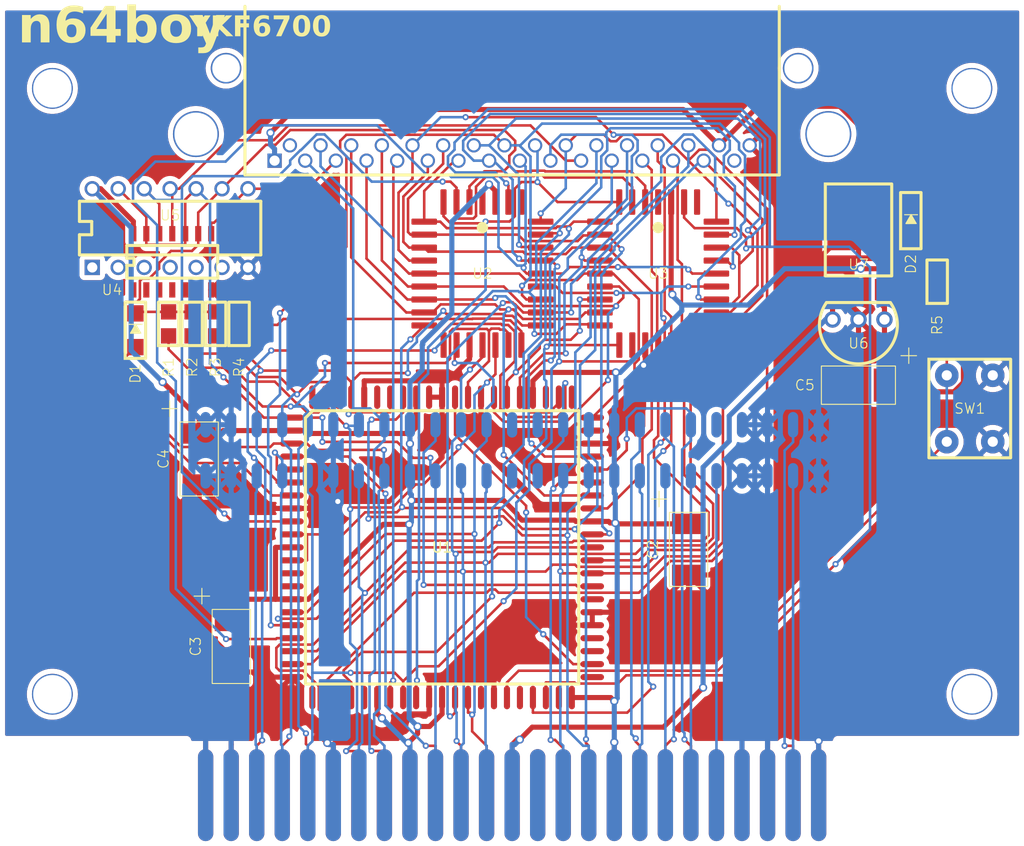
<source format=kicad_pcb>
(kicad_pcb (version 20240108) (generator "pcbnew") (generator_version "8.0")
  (layers (0 "F.Cu" signal) (31 "B.Cu" signal) (34 "B.Paste" user) (35 "F.Paste" user) (36 "B.SilkS" user "B.Silkscreen") (37 "F.SilkS" user "F.Silkscreen") (38 "B.Mask" user) (39 "F.Mask" user) (44 "Edge.Cuts" user))
  (net 0 "")
  (net 1 "GND")
  (net 2 "+3V3")
  (net 3 "+5V")
  (net 4 "/Button")
  (net 5 "/A13")
  (net 6 "/A2")
  (net 7 "/A11")
  (net 8 "/A7")
  (net 9 "/A12")
  (net 10 "/AD11")
  (net 11 "/AD14")
  (net 12 "/~{SST.OE}")
  (net 13 "/A10")
  (net 15 "/AD10")
  (net 16 "/AD9")
  (net 17 "/A1")
  (net 18 "/A16")
  (net 19 "/A5")
  (net 20 "/A0")
  (net 21 "/A8")
  (net 22 "/A3")
  (net 23 "/A4")
  (net 24 "/A6")
  (net 25 "/AD13")
  (net 26 "/A15")
  (net 27 "/AD15")
  (net 28 "/~{SST.Write}")
  (net 29 "/A9")
  (net 31 "/A14")
  (net 32 "/~{SST.CE}")
  (net 33 "/AD8")
  (net 34 "/AD12")
  (net 35 "/AD6")
  (net 36 "/AD5")
  (net 37 "/AD3")
  (net 38 "/AD1")
  (net 39 "/AD7")
  (net 40 "/AD0")
  (net 41 "/AD2")
  (net 44 "/AD4")
  (net 45 "/CIC.14")
  (net 46 "/~{Cold.Reset}")
  (net 48 "/ALE_L")
  (net 50 "/~{INT1}")
  (net 51 "/RAUDIO")
  (net 52 "/CIC.15")
  (net 54 "/CIC.11")
  (net 55 "/~{Read.Cart}")
  (net 57 "/~{NMI}")
  (net 58 "/ALE_H")
  (net 59 "/LAUDIO")
  (net 60 "/Video.Sync")
  (net 61 "/S_DAT")
  (net 62 "/~{Write}")
  (net 63 "+12V")
  (net 64 "/GB.A15")
  (net 66 "/~{GB.Read}")
  (net 67 "/5V.VCC")
  (net 68 "/~{GB.CS}")
  (net 71 "/~{Read.Sys}")
  (net 76 "/Loop1")
  (net 91 "Net-(D1-K)")
  (footprint "N64Boy:Diode" (layer "F.Cu") (at 113.25 81.8 90)
    (property "Reference" "D1")
    (property "Value" "Unpopulated")
  )
  (footprint "N64Boy:LM7805" (layer "F.Cu") (at 184.03 80.75)
    (property "Reference" "U6")
    (property "Value" "L7805")
  )
  (footprint "N64Boy:0805 SMD" (layer "F.Cu") (at 191.73 77.045 90)
    (property "Reference" "R5")
    (property "Value" "10K Ohm")
  )
  (footprint "N64Boy:0805 SMD" (layer "F.Cu") (at 123.4 81.175 90)
    (property "Reference" "R4")
    (property "Value" "Unpopulated")
  )
  (footprint "N64Boy:74F32 DIP14" (layer "F.Cu") (at 116.65 71.8)
    (property "Reference" "U5")
    (property "Value" "74F32")
  )
  (footprint "N64Boy:LM7805 D2PAK" (layer "F.Cu") (at 184.03 75.37)
    (property "Reference" "U7")
    (property "Value" "L7805 D2PAK")
  )
  (footprint "N64Boy:Drill Holes" (layer "F.Cu") (at 150.125 87.775)
    (property "Reference" "Holes" (hide yes))
    (property "Value" "Drill Holes")
  )
  (footprint "N64Boy:74F32 SOIC" (layer "F.Cu") (at 116.86 75.1)
    (property "Reference" "U4")
    (property "Value" "74F32")
  )
  (footprint "N64Boy:Switch" (layer "F.Cu") (at 194.92 89.46)
    (property "Reference" "SW1")
    (property "Value" "SW_Push")
  )
  (footprint "N64Boy:Tantalum Caps" (layer "F.Cu") (at 184.02 87.175 180)
    (property "Reference" "C5")
    (property "Value" "107 16V" (hide yes))
  )
  (footprint "N64Boy:PLCC32" (layer "F.Cu") (at 164.42 76.25)
    (property "Reference" "U3")
    (property "Value" "SST29EE010")
  )
  (footprint "N64Boy:Edge Connector" (layer "F.Cu") (at 150.125 127.3)
    (property "Reference" "J2" (hide yes))
    (property "Value" "System Edge Connector")
  )
  (footprint "N64Boy:Tantalum Caps" (layer "F.Cu") (at 119.495 94.4 -90)
    (property "Reference" "C4")
    (property "Value" "107 16V" (hide yes))
  )
  (footprint "N64Boy:PLCC32" (layer "F.Cu") (at 147.22 76.25)
    (property "Reference" "U2")
    (property "Value" "SST29EE010")
  )
  (footprint "N64Boy:0805 SMD" (layer "F.Cu") (at 121.1 81.175 90)
    (property "Reference" "R3")
    (property "Value" "Unpopulated")
  )
  (footprint "N64Boy:Diode" (layer "F.Cu") (at 189.15 71.07 90)
    (property "Reference" "D2")
    (property "Value" "D_Small")
  )
  (footprint "N64Boy:0805 SMD" (layer "F.Cu") (at 116.5 81.175 90)
    (property "Reference" "R1")
    (property "Value" "Unpopulated")
  )
  (footprint "N64Boy:Gameboy Connector" (layer "F.Cu") (at 150.125 64.45)
    (property "Reference" "J3" (hide yes))
    (property "Value" "Gameboy Cartridge Connector")
  )
  (footprint "N64Boy:Middle Connector" (layer "F.Cu") (at 150.125 93.55)
    (property "Reference" "J1" (hide yes))
    (property "Value" "Cartridge Slot")
  )
  (footprint "N64Boy:0805 SMD" (layer "F.Cu") (at 118.8 81.175 90)
    (property "Reference" "R2")
    (property "Value" "Unpopulated")
  )
  (footprint "N64Boy:EPM7128" (layer "F.Cu") (at 143.27 103.05)
    (property "Reference" "U1")
    (property "Value" "EPM7128S_LCC")
  )
  (footprint "N64Boy:Tantalum Caps" (layer "F.Cu") (at 122.645 112.75 -90)
    (property "Reference" "C3")
    (property "Value" "107 16V" (hide yes))
  )
  (footprint "N64Boy:Tantalum Caps" (layer "F.Cu") (at 167.395 103.25 -90)
    (property "Reference" "C2")
    (property "Value" "107 16V" (hide yes))
  )
  (gr_line (start 182.025 132.3) (end 182.025 122) (stroke (width 0.002)) (layer "Edge.Cuts"))
  (gr_line (start 182.025 122) (end 200.25 122) (stroke (width 0.002)) (layer "Edge.Cuts"))
  (gr_line (start 200.25 50) (end 200.25 122) (stroke (width 0.002)) (layer "Edge.Cuts"))
  (gr_line (start 100 122) (end 118.225 122) (stroke (width 0.002)) (layer "Edge.Cuts"))
  (gr_line (start 100 50) (end 100 122) (stroke (width 0.002)) (layer "Edge.Cuts"))
  (gr_line (start 100 50) (end 200.25 50) (stroke (width 0.002)) (layer "Edge.Cuts"))
  (gr_line (start 118.225 132.3) (end 118.225 122) (stroke (width 0.002)) (layer "Edge.Cuts"))
  (gr_line (start 118.225 132.3) (end 182.025 132.3) (stroke (width 0.002)) (layer "Edge.Cuts"))
  (gr_text "+" (at 187.645 85.3 0) (layer "F.SilkS") (effects (font (size 2 2) (thickness 0.1)) (justify left bottom)))
  (gr_text "+" (at 117.62 90.775 90) (layer "F.SilkS") (effects (font (size 2 2) (thickness 0.1)) (justify left bottom)))
  (gr_text "YKF6700" (at 118.55 53.36 0) (layer "F.SilkS") (effects (font (size 2 2) (thickness 0.4) (bold yes)) (justify left bottom)))
  (gr_text "+" (at 120.77 109.125 90) (layer "F.SilkS") (effects (font (size 2 2) (thickness 0.1)) (justify left bottom)))
  (gr_text "n64boy" (at 101.74 54.22 0) (layer "F.SilkS") (effects (font (size 3.5 3.5) (thickness 0.375) (bold yes)) (justify left bottom)))
  (gr_text "+" (at 165.52 99.625 90) (layer "F.SilkS") (effects (font (size 2 2) (thickness 0.1)) (justify left bottom)))
  (segment (start 132.0299 122.188) (end 132.1902 122.3483) (width 0.5) (layer "F.Cu") (net 1))
  (segment (start 162.9941 89.4676) (end 162.9941 85.2252) (width 0.5) (layer "F.Cu") (net 1))
  (segment (start 183.892018 74.927) (end 183.3941 75.424918) (width 0.5) (layer "F.Cu") (net 1))
  (segment (start 122.07 77.85) (end 124.27 75.65) (width 0.5) (layer "F.Cu") (net 1))
  (segment (start 182.2459 91.104) (end 182.2459 92.9758) (width 0.5) (layer "F.Cu") (net 1))
  (segment (start 195.564 91.104) (end 195.564 87.816) (width 0.5) (layer "F.Cu") (net 1))
  (segment (start 148.35 115.3113) (end 148.35 116.1483) (width 0.5) (layer "F.Cu") (net 1))
  (segment (start 132.8004 122.1729) (end 136.8209 122.1729) (width 0.5) (layer "F.Cu") (net 1))
  (segment (start 182.2459 92.9758) (end 169.4717 105.75) (width 0.5) (layer "F.Cu") (net 1))
  (segment (start 119.495 96.9) (end 119.495 98.3517) (width 0.5) (layer "F.Cu") (net 1))
  (segment (start 181.52 87.175) (end 182.2459 87.175) (width 0.5) (layer "F.Cu") (net 1))
  (segment (start 142 117.75) (end 142 116.1483) (width 0.5) (layer "F.Cu") (net 1))
  (segment (start 145.9567 84.6188) (end 143.8272 86.7483) (width 0.5) (layer "F.Cu") (net 1))
  (segment (start 125.2217 115.75) (end 124.7217 115.25) (width 0.5) (layer "F.Cu") (net 1))
  (segment (start 184.03 70.92) (end 184.03 74.927) (width 0.5) (layer "F.Cu") (net 1))
  (segment (start 173.04 121.13) (end 172.625 121.545) (width 0.5) (layer "F.Cu") (net 1))
  (segment (start 167.395 105.75) (end 167.395 107.2017) (width 0.5) (layer "F.Cu") (net 1))
  (segment (start 175.125 121.13) (end 179.2631 121.13) (width 0.5) (layer "F.Cu") (net 1))
  (segment (start 120.9216 98.9875) (end 120.5262 99.3829) (width 0.5) (layer "F.Cu") (net 1))
  (segment (start 128.57 99.24) (end 126.9683 99.24) (width 0.5) (layer "F.Cu") (net 1))
  (segment (start 157.1692 92.89) (end 157.97 92.89) (width 0.5) (layer "F.Cu") (net 1))
  (segment (start 143.27 88.35) (end 143.27 94.2485) (width 0.5) (layer "F.Cu") (net 1))
  (segment (start 122.645 115.25) (end 124.7217 115.25) (width 0.5) (layer "F.Cu") (net 1))
  (segment (start 175.125 121.13) (end 173.04 121.13) (width 0.5) (layer "F.Cu") (net 1))
  (segment (start 175.125 122.3483) (end 175.125 121.13) (width 0.5) (layer "F.Cu") (net 1))
  (segment (start 120.67 77.85) (end 122.07 77.85) (width 0.5) (layer "F.Cu") (net 1))
  (segment (start 184.03 80.75) (end 184.03 82.34) (width 0.5) (layer "F.Cu") (net 1))
  (segment (start 141.2807 96.2378) (end 140.3944 96.2378) (width 0.5) (layer "F.Cu") (net 1))
  (segment (start 121.515 119.865) (end 120.125 121.255) (width 0.5) (layer "F.Cu") (net 1))
  (segment (start 172.625 121.545) (end 172.625 127.3) (width 0.5) (layer "F.Cu") (net 1))
  (segment (start 157.97 110.67) (end 156.3683 110.67) (width 0.5) (layer "F.Cu") (net 1))
  (segment (start 128.57 115.75) (end 125.2217 115.75) (width 0.5) (layer "F.Cu") (net 1))
  (segment (start 163.1567 85.0626) (end 162.9941 85.2252) (width 0.5) (layer "F.Cu") (net 1))
  (segment (start 148.35 116.1483) (end 148.35 116.3241) (width 0.5) (layer "F.Cu") (net 1))
  (segment (start 182.2459 87.175) (end 182.2459 91.104) (width 0.5) (layer "F.Cu") (net 1))
  (segment (start 130.1717 99.24) (end 130.8557 98.556) (width 0.5) (layer "F.Cu") (net 1))
  (segment (start 156.3683 110.67) (end 152.9913 110.67) (width 0.5) (layer "F.Cu") (net 1))
  (segment (start 163.1567 83.25) (end 163.1567 85.0626) (width 0.5) (layer "F.Cu") (net 1))
  (segment (start 157.97 109.4) (end 157.97 110.67) (width 0.5) (layer "F.Cu") (net 1))
  (segment (start 152.9913 110.67) (end 148.35 115.3113) (width 0.5) (layer "F.Cu") (net 1))
  (segment (start 195.564 91.104) (end 197.17 92.71) (width 0.5) (layer "F.Cu") (net 1))
  (segment (start 120.5262 111.6795) (end 122.645 113.7983) (width 0.5) (layer "F.Cu") (net 1))
  (segment (start 147.08 88.35) (end 147.08 89.9517) (width 0.5) (layer "F.Cu") (net 1))
  (segment (start 184.03 82.34) (end 182.2459 84.1241) (width 0.5) (layer "F.Cu") (net 1))
  (segment (start 126.9683 99.24) (end 126.7158 98.9875) (width 0.5) (layer "F.Cu") (net 1))
  (segment (start 143.27 94.2485) (end 141.2807 96.2378) (width 0.5) (layer "F.Cu") (net 1))
  (segment (start 140.3944 96.2378) (end 138.0762 98.556) (width 0.5) (layer "F.Cu") (net 1))
  (segment (start 119.495 98.3517) (end 120.5262 99.3829) (width 0.5) (layer "F.Cu") (net 1))
  (segment (start 148.35 117.75) (end 148.35 116.3241) (width 0.5) (layer "F.Cu") (net 1))
  (segment (start 132.625 127.3) (end 132.625 122.3483) (width 0.5) (layer "F.Cu") (net 1))
  (segment (start 122.625 127.3) (end 122.625 122.3483) (width 0.5) (layer "F.Cu") (net 1))
  (segment (start 183.3941 79.4363) (end 184.03 80.0722) (width 0.5) (layer "F.Cu") (net 1))
  (segment (start 157.1692 92.89) (end 156.3683 92.89) (width 0.5) (layer "F.Cu") (net 1))
  (segment (start 182.2459 91.104) (end 195.564 91.104) (width 0.5) (layer "F.Cu") (net 1))
  (segment (start 122.625 120.975) (end 121.515 119.865) (width 0.5) (layer "F.Cu") (net 1))
  (segment (start 128.57 115.75) (end 128.57 118.7281) (width 0.5) (layer "F.Cu") (net 1))
  (segment (start 132.625 122.3483) (end 132.8004 122.1729) (width 0.5) (layer "F.Cu") (net 1))
  (segment (start 167.395 105.75) (end 169.4717 105.75) (width 0.5) (layer "F.Cu") (net 1))
  (segment (start 173.375 63.7) (end 180.595 70.92) (width 0.5) (layer "F.Cu") (net 1))
  (segment (start 148.35 116.1483) (end 142 116.1483) (width 0.5) (layer "F.Cu") (net 1))
  (segment (start 175.125 127.3) (end 175.125 122.3483) (width 0.5) (layer "F.Cu") (net 1))
  (segment (start 149.2132 92.0849) (end 147.08 89.9517) (width 0.5) (layer "F.Cu") (net 1))
  (segment (start 165.1967 109.4) (end 157.97 109.4) (width 0.5) (layer "F.Cu") (net 1))
  (segment (start 126.7158 98.9875) (end 120.9216 98.9875) (width 0.5) (layer "F.Cu") (net 1))
  (segment (start 122.625 120.975) (end 124.8719 118.7281) (width 0.5) (layer "F.Cu") (net 1))
  (segment (start 156.3683 92.89) (end 155.5632 92.0849) (width 0.5) (layer "F.Cu") (net 1))
  (segment (start 167.395 107.2017) (end 165.1967 109.4) (width 0.5) (layer "F.Cu") (net 1))
  (segment (start 139.6421 119.3517) (end 142 119.3517) (width 0.5) (layer "F.Cu") (net 1))
  (segment (start 143.27 88.35) (end 143.27 86.7483) (width 0.5) (layer "F.Cu") (net 1))
  (segment (start 138.0762 98.556) (end 133.0631 98.556) (width 0.5) (layer "F.Cu") (net 1))
  (segment (start 179.2631 121.13) (end 180.125 121.9919) (width 0.5) (layer "F.Cu") (net 1))
  (segment (start 155.5632 92.0849) (end 149.2132 92.0849) (width 0.5) (layer "F.Cu") (net 1))
  (segment (start 135.65 86.7483) (end 143.27 86.7483) (width 0.5) (layer "F.Cu") (net 1))
  (segment (start 159.5717 92.89) (end 162.9941 89.4676) (width 0.5) (layer "F.Cu") (net 1))
  (segment (start 128.57 118.7281) (end 132.0299 122.188) (width 0.5) (layer "F.Cu") (net 1))
  (segment (start 124.8719 118.7281) (end 128.57 118.7281) (width 0.5) (layer "F.Cu") (net 1))
  (segment (start 195.564 87.816) (end 197.17 86.21) (width 0.5) (layer "F.Cu") (net 1))
  (segment (start 145.9567 83.25) (end 145.9567 84.6188) (width 0.5) (layer "F.Cu") (net 1))
  (segment (start 180.595 70.92) (end 184.03 70.92) (width 0.5) (layer "F.Cu") (net 1))
  (segment (start 136.8209 122.1729) (end 139.6421 119.3517) (width 0.5) (layer "F.Cu") (net 1))
  (segment (start 184.03 74.927) (end 183.892018 74.927) (width 0.5) (layer "F.Cu") (net 1))
  (segment (start 157.97 92.89) (end 159.5717 92.89) (width 0.5) (layer "F.Cu") (net 1))
  (segment (start 120.5262 99.3829) (end 120.5262 111.6795) (width 0.5) (layer "F.Cu") (net 1))
  (segment (start 183.3941 75.424918) (end 183.3941 79.4363) (width 0.5) (layer "F.Cu") (net 1))
  (segment (start 130.8557 98.556) (end 133.0631 98.556) (width 0.5) (layer "F.Cu") (net 1))
  (segment (start 122.645 115.25) (end 122.645 113.7983) (width 0.5) (layer "F.Cu") (net 1))
  (segment (start 132.1902 122.3483) (end 132.625 122.3483) (width 0.5) (layer "F.Cu") (net 1))
  (segment (start 182.2459 84.1241) (end 182.2459 87.175) (width 0.5) (layer "F.Cu") (net 1))
  (segment (start 142 88.35) (end 143.27 88.35) (width 0.5) (layer "F.Cu") (net 1))
  (segment (start 128.57 99.24) (end 130.1717 99.24) (width 0.5) (layer "F.Cu") (net 1))
  (segment (start 135.65 88.35) (end 135.65 86.7483) (width 0.5) (layer "F.Cu") (net 1))
  (segment (start 180.125 127.3) (end 180.125 121.9919) (width 0.5) (layer "F.Cu") (net 1))
  (segment (start 120.125 121.255) (end 120.125 127.3) (width 0.5) (layer "F.Cu") (net 1))
  (segment (start 184.03 80.0722) (end 184.03 80.75) (width 0.5) (layer "F.Cu") (net 1))
  (segment (start 143.8272 86.7483) (end 143.27 86.7483) (width 0.5) (layer "F.Cu") (net 1))
  (segment (start 122.625 122.3483) (end 122.625 120.975) (width 0.5) (layer "F.Cu") (net 1))
  (segment (start 142 117.75) (end 142 119.3517) (width 0.5) (layer "F.Cu") (net 1))
  (via (at 180.125 121.9919) (size 0.8) (drill 0.5) (layers "F.Cu" "B.Cu") (net 1))
  (via (at 132.0299 122.188) (size 0.8) (drill 0.5) (layers "F.Cu" "B.Cu") (net 1))
  (via (at 162.9941 85.2252) (size 0.8) (drill 0.5) (layers "F.Cu" "B.Cu") (net 1))
  (via (at 133.0631 98.556) (size 0.8) (drill 0.5) (layers "F.Cu" "B.Cu") (net 1))
  (segment (start 120.125 121.485) (end 120.125 127.3) (width 0.5) (layer "B.Cu") (net 1))
  (segment (start 122.625 127.3) (end 122.625 121.24) (width 0.5) (layer "B.Cu") (net 1))
  (segment (start 175.125 96.05) (end 172.625 96.05) (width 0.5) (layer "B.Cu") (net 1))
  (segment (start 132.625 127.3) (end 132.625 122.3483) (width 0.5) (layer "B.Cu") (net 1))
  (segment (start 175.125 91.05) (end 172.625 91.05) (width 0.5) (layer "B.Cu") (net 1))
  (segment (start 122.625 121.24) (end 122.915 120.95) (width 0.5) (layer "B.Cu") (net 1))
  (segment (start 179.2613 89.3226) (end 179.2613 85.5187) (width 0.5) (layer "B.Cu") (net 1))
  (segment (start 132.625 96.05) (end 132.625 98.1179) (width 0.5) (layer "B.Cu") (net 1))
  (segment (start 179.2613 89.3226) (end 175.125 89.3226) (width 0.5) (layer "B.Cu") (net 1))
  (segment (start 122.625 91.05) (end 120.125 91.05) (width 0.5) (layer "B.Cu") (net 1))
  (segment (start 175.125 121.205) (end 174.81 120.89) (width 0.5) (layer "B.Cu") (net 1))
  (segment (start 173.25 120.89) (end 172.625 121.515) (width 0.5) (layer "B.Cu") (net 1))
  (segment (start 179.2613 85.5187) (end 184.03 80.75) (width 0.5) (layer "B.Cu") (net 1))
  (segment (start 184.03 80.75) (end 182.766 79.486) (width 0.5) (layer "B.Cu") (net 1))
  (segment (start 132.625 84.2249) (end 127.524 79.1239) (width 0.5) (layer "B.Cu") (net 1))
  (segment (start 174.81 120.89) (end 173.25 120.89) (width 0.5) (layer "B.Cu") (net 1))
  (segment (start 182.766 79.486) (end 175.6016 79.486) (width 0.5) (layer "B.Cu") (net 1))
  (segment (start 180.125 127.3) (end 180.125 121.9919) (width 0.5) (layer "B.Cu") (net 1))
  (segment (start 172.625 121.515) (end 172.625 127.3) (width 0.5) (layer "B.Cu") (net 1))
  (segment (start 125.3223 79.1239) (end 125.3223 76.7023) (width 0.5) (layer "B.Cu") (net 1))
  (segment (start 122.915 120.95) (end 122.915 98.0417) (width 0.5) (layer "B.Cu") (net 1))
  (segment (start 132.625 98.1179) (end 133.0631 98.556) (width 0.5) (layer "B.Cu") (net 1))
  (segment (start 132.625 96.05) (end 132.625 92.7517) (width 0.5) (layer "B.Cu") (net 1))
  (segment (start 127.524 79.1239) (end 125.3223 79.1239) (width 0.5) (layer "B.Cu") (net 1))
  (segment (start 122.625 81.8212) (end 122.625 89.3483) (width 0.5) (layer "B.Cu") (net 1))
  (segment (start 175.125 122.22) (end 175.125 96.05) (width 0.5) (layer "B.Cu") (net 1))
  (segment (start 125.3223 79.1239) (end 122.625 81.8212) (width 0.5) (layer "B.Cu") (net 1))
  (segment (start 132.1902 122.3483) (end 132.0299 122.188) (width 0.5) (layer "B.Cu") (net 1))
  (segment (start 132.625 91.05) (end 132.625 84.2249) (width 0.5) (layer "B.Cu") (net 1))
  (segment (start 175.125 89.3226) (end 175.125 91.05) (width 0.5) (layer "B.Cu") (net 1))
  (segment (start 122.625 96.05) (end 120.125 96.05) (width 0.5) (layer "B.Cu") (net 1))
  (segment (start 122.915 98.0417) (end 122.625 97.7517) (width 0.5) (layer "B.Cu") (net 1))
  (segment (start 122.625 121.24) (end 120.37 121.24) (width 0.5) (layer "B.Cu") (net 1))
  (segment (start 175.6016 79.486) (end 169.8624 85.2252) (width 0.5) (layer "B.Cu") (net 1))
  (segment (start 132.625 91.05) (end 132.625 92.7517) (width 0.5) (layer "B.Cu") (net 1))
  (segment (start 180.125 91.05) (end 180.125 89.3226) (width 0.5) (layer "B.Cu") (net 1))
  (segment (start 125.3223 76.7023) (end 124.27 75.65) (width 0.5) (layer "B.Cu") (net 1))
  (segment (start 169.8624 85.2252) (end 162.9941 85.2252) (width 0.5) (layer "B.Cu") (net 1))
  (segment (start 175.125 122.22) (end 175.125 121.205) (width 0.5) (layer "B.Cu") (net 1))
  (segment (start 122.625 91.05) (end 122.625 89.3483) (width 0.5) (layer "B.Cu") (net 1))
  (segment (start 120.37 121.24) (end 120.125 121.485) (width 0.5) (layer "B.Cu") (net 1))
  (segment (start 180.125 96.05) (end 180.125 91.05) (width 0.5) (layer "B.Cu") (net 1))
  (segment (start 122.625 97.7517) (end 122.625 96.05) (width 0.5) (layer "B.Cu") (net 1))
  (segment (start 175.125 96.05) (end 175.125 91.05) (width 0.5) (layer "B.Cu") (net 1))
  (segment (start 132.625 122.3483) (end 132.1902 122.3483) (width 0.5) (layer "B.Cu") (net 1))
  (segment (start 122.625 96.05) (end 122.625 91.05) (width 0.5) (layer "B.Cu") (net 1))
  (segment (start 175.125 127.3) (end 175.125 122.22) (width 0.5) (layer "B.Cu") (net 1))
  (segment (start 180.125 121.9919) (end 180.125 96.05) (width 0.5) (layer "B.Cu") (net 1))
  (segment (start 180.125 89.3226) (end 179.2613 89.3226) (width 0.5) (layer "B.Cu") (net 1))
  (segment (start 140.8687 120.584) (end 140.8687 121.2798) (width 0.5) (layer "F.Cu") (net 2))
  (segment (start 128.57 108.13) (end 130.1717 108.13) (width 0.5) (layer "F.Cu") (net 2))
  (segment (start 122.645 110.25) (end 122.645 108.7983) (width 0.5) (layer "F.Cu") (net 2))
  (segment (start 137.4997 100.802) (end 140.0474 100.802) (width 0.5) (layer "F.Cu") (net 2))
  (segment (start 151.0927 100.3861) (end 150.6166 99.91) (width 0.5) (layer "F.Cu") (net 2))
  (segment (start 140.73 88.35) (end 140.73 91.298) (width 0.5) (layer "F.Cu") (net 2))
  (segment (start 137.3841 119.7739) (end 136.9619 119.3517) (width 0.5) (layer "F.Cu") (net 2))
  (segment (start 157.97 100.51) (end 156.3683 100.51) (width 0.5) (layer "F.Cu") (net 2))
  (segment (start 158.7709 100.51) (end 157.97 100.51) (width 0.5) (layer "F.Cu") (net 2))
  (segment (start 167.395 100.75) (end 165.3183 100.75) (width 0.5) (layer "F.Cu") (net 2))
  (segment (start 150.6166 99.7842) (end 149.2896 98.4572) (width 0.5) (layer "F.Cu") (net 2))
  (segment (start 119.5734 91.9) (end 119.495 91.9) (width 0.5) (layer "F.Cu") (net 2))
  (segment (start 156.2444 100.3861) (end 151.0927 100.3861) (width 0.5) (layer "F.Cu") (net 2))
  (segment (start 130.4547 91.903) (end 140.125 91.903) (width 0.5) (layer "F.Cu") (net 2))
  (segment (start 160.3108 100.75) (end 165.3183 100.75) (width 0.5) (layer "F.Cu") (net 2))
  (segment (start 148.49 68.1569) (end 147.8641 67.531) (width 0.5) (layer "F.Cu") (net 2))
  (segment (start 130.1717 108.13) (end 137.4997 100.802) (width 0.5) (layer "F.Cu") (net 2))
  (segment (start 190.4353 75.777) (end 190.5283 75.87) (width 0.5) (layer "F.Cu") (net 2))
  (segment (start 159.7265 100.6648) (end 160.2256 100.6648) (width 0.5) (layer "F.Cu") (net 2))
  (segment (start 123.3133 108.13) (end 122.645 108.7983) (width 0.5) (layer "F.Cu") (net 2))
  (segment (start 149.2896 98.4572) (end 140.2667 98.4572) (width 0.5) (layer "F.Cu") (net 2))
  (segment (start 140.125 127.3) (end 140.125 122.4195) (width 0.5) (layer "F.Cu") (net 2))
  (segment (start 160.125 122.3483) (end 160.125 122.1285) (width 0.5) (layer "F.Cu") (net 2))
  (segment (start 126.9683 103.05) (end 126.9683 108.13) (width 0.5) (layer "F.Cu") (net 2))
  (segment (start 152.16 86.7483) (end 152.9825 85.9258) (width 0.5) (layer "F.Cu") (net 2))
  (segment (start 119.495 90.4483) (end 115.9156 86.8689) (width 0.5) (layer "F.Cu") (net 2))
  (segment (start 142.0377 120.584) (end 143.27 119.3517) (width 0.5) (layer "F.Cu") (net 2))
  (segment (start 140.73 91.298) (end 140.125 91.903) (width 0.5) (layer "F.Cu") (net 2))
  (segment (start 126.9683 108.13) (end 123.3133 108.13) (width 0.5) (layer "F.Cu") (net 2))
  (segment (start 158.7709 100.51) (end 159.5717 100.51) (width 0.5) (layer "F.Cu") (net 2))
  (segment (start 130.1717 91.62) (end 130.4547 91.903) (width 0.5) (layer "F.Cu") (net 2))
  (segment (start 119.495 91.9) (end 119.495 90.4483) (width 0.5) (layer "F.Cu") (net 2))
  (segment (start 140.8687 121.2798) (end 139.9626 122.1859) (width 0.5) (layer "F.Cu") (net 2))
  (segment (start 140.2667 98.4572) (end 140.2667 98.4571) (width 0.5) (layer "F.Cu") (net 2))
  (segment (start 136.9619 119.3517) (end 136.92 119.3517) (width 0.5) (layer "F.Cu") (net 2))
  (segment (start 128.57 91.62) (end 130.1717 91.62) (width 0.5) (layer "F.Cu") (net 2))
  (segment (start 152.9825 85.9258) (end 160.2785 85.9258) (width 0.5) (layer "F.Cu") (net 2))
  (segment (start 143.27 117.75) (end 143.27 119.3517) (width 0.5) (layer "F.Cu") (net 2))
  (segment (start 113.05 72.35) (end 113.05 71.1483) (width 0.5) (layer "F.Cu") (net 2))
  (segment (start 159.7721 117.75) (end 160.125 118.1029) (width 0.5) (layer "F.Cu") (net 2))
  (segment (start 128.57 103.05) (end 126.9683 103.05) (width 0.5) (layer "F.Cu") (net 2))
  (segment (start 119.5734 91.9) (end 121.5717 91.9) (width 0.5) (layer "F.Cu") (net 2))
  (segment (start 140.125 122.3483) (end 139.9626 122.1859) (width 0.5) (layer "F.Cu") (net 2))
  (segment (start 126.9683 108.13) (end 128.57 108.13) (width 0.5) (layer "F.Cu") (net 2))
  (segment (start 148.49 69.25) (end 148.49 68.1569) (width 0.5) (layer "F.Cu") (net 2))
  (segment (start 109.03 67.95) (end 109.8517 67.95) (width 0.5) (layer "F.Cu") (net 2))
  (segment (start 140.125 122.4195) (end 140.125 122.3483) (width 0.5) (layer "F.Cu") (net 2))
  (segment (start 150.6166 99.91) (end 150.6166 99.7842) (width 0.5) (layer "F.Cu") (net 2))
  (segment (start 165.69 78.1767) (end 165.8084 78.2951) (width 0.5) (layer "F.Cu") (net 2))
  (segment (start 184.2441 75.777) (end 190.4353 75.777) (width 0.5) (layer "F.Cu") (net 2))
  (segment (start 109.8517 67.95) (end 113.05 71.1483) (width 0.5) (layer "F.Cu") (net 2))
  (segment (start 160.2256 100.6648) (end 160.3108 100.75) (width 0.5) (layer "F.Cu") (net 2))
  (segment (start 159.5717 100.51) (end 159.7265 100.6648) (width 0.5) (layer "F.Cu") (net 2))
  (segment (start 165.69 69.25) (end 165.69 78.1767) (width 0.5) (layer "F.Cu") (net 2))
  (segment (start 140.8687 120.584) (end 142.0377 120.584) (width 0.5) (layer "F.Cu") (net 2))
  (segment (start 121.8517 91.62) (end 128.57 91.62) (width 0.5) (layer "F.Cu") (net 2))
  (segment (start 191.73 75.87) (end 190.5283 75.87) (width 0.5) (layer "F.Cu") (net 2))
  (segment (start 160.125 127.3) (end 160.125 122.3483) (width 0.5) (layer "F.Cu") (net 2))
  (segment (start 156.3683 100.51) (end 156.2444 100.3861) (width 0.5) (layer "F.Cu") (net 2))
  (segment (start 152.16 88.35) (end 152.16 86.7483) (width 0.5) (layer "F.Cu") (net 2))
  (segment (start 136.92 117.75) (end 136.92 119.3517) (width 0.5) (layer "F.Cu") (net 2))
  (segment (start 121.5717 91.9) (end 121.8517 91.62) (width 0.5) (layer "F.Cu") (net 2))
  (segment (start 155.97 117.75) (end 159.7721 117.75) (width 0.5) (layer "F.Cu") (net 2))
  (segment (start 140.125 91.903) (end 140.125 92.9045) (width 0.5) (layer "F.Cu") (net 2))
  (via (at 160.2785 85.9258) (size 0.8) (drill 0.5) (layers "F.Cu" "B.Cu") (net 2))
  (via (at 139.9626 122.1859) (size 0.8) (drill 0.5) (layers "F.Cu" "B.Cu") (net 2))
  (via (at 140.0474 100.802) (size 0.8) (drill 0.5) (layers "F.Cu" "B.Cu") (net 2))
  (via (at 137.3841 119.7739) (size 0.8) (drill 0.5) (layers "F.Cu" "B.Cu") (net 2))
  (via (at 184.2441 75.777) (size 0.8) (drill 0.5) (layers "F.Cu" "B.Cu") (net 2))
  (via (at 160.2256 100.6648) (size 0.8) (drill 0.5) (layers "F.Cu" "B.Cu") (net 2))
  (via (at 165.8084 78.2951) (size 0.8) (drill 0.5) (layers "F.Cu" "B.Cu") (net 2))
  (via (at 160.125 118.1029) (size 0.8) (drill 0.5) (layers "F.Cu" "B.Cu") (net 2))
  (via (at 140.2667 98.4571) (size 0.8) (drill 0.5) (layers "F.Cu" "B.Cu") (net 2))
  (via (at 140.8687 120.584) (size 0.8) (drill 0.5) (layers "F.Cu" "B.Cu") (net 2))
  (via (at 160.125 122.1285) (size 0.8) (drill 0.5) (layers "F.Cu" "B.Cu") (net 2))
  (via (at 140.125 92.9045) (size 0.8) (drill 0.5) (layers "F.Cu" "B.Cu") (net 2))
  (via (at 147.8641 67.531) (size 0.8) (drill 0.5) (layers "F.Cu" "B.Cu") (net 2))
  (via (at 115.9156 86.8689) (size 0.8) (drill 0.5) (layers "F.Cu" "B.Cu") (net 2))
  (segment (start 160.125 122.1285) (end 160.125 118.1029) (width 0.5) (layer "B.Cu") (net 2))
  (segment (start 140.0474 100.802) (end 140.2667 100.5827) (width 0.5) (layer "B.Cu") (net 2))
  (segment (start 140.125 96.05) (end 140.125 92.9045) (width 0.5) (layer "B.Cu") (net 2))
  (segment (start 140.2667 98.4571) (end 140.2667 97.8934) (width 0.5) (layer "B.Cu") (net 2))
  (segment (start 140.125 86.8855) (end 141.3254 85.6851) (width 0.5) (layer "B.Cu") (net 2))
  (segment (start 160.7093 85.9258) (end 160.2785 85.9258) (width 0.5) (layer "B.Cu") (net 2))
  (segment (start 112.84 83.7933) (end 115.9156 86.8689) (width 0.5) (layer "B.Cu") (net 2))
  (segment (start 160.4111 117.8168) (end 160.125 118.1029) (width 0.5) (layer "B.Cu") (net 2))
  (segment (start 160.2785 89.1948) (end 160.2785 85.9258) (width 0.5) (layer "B.Cu") (net 2))
  (segment (start 166.7279 79.333) (end 165.8084 78.4135) (width 0.5) (layer "B.Cu") (net 2))
  (segment (start 165.8084 78.4135) (end 165.8084 78.2951) (width 0.5) (layer "B.Cu") (net 2))
  (segment (start 140.0474 119.7627) (end 140.0474 100.802) (width 0.5) (layer "B.Cu") (net 2))
  (segment (start 141.3773 83.1849) (end 141.3773 82.9776) (width 0.5) (layer "B.Cu") (net 2))
  (segment (start 160.4111 100.8503) (end 160.4111 117.8168) (width 0.5) (layer "B.Cu") (net 2))
  (segment (start 140.125 122.3483) (end 139.9626 122.1859) (width 0.5) (layer "B.Cu") (net 2))
  (segment (start 160.125 96.05) (end 160.125 97.7517) (width 0.5) (layer "B.Cu") (net 2))
  (segment (start 140.125 92.9045) (end 140.125 91.05) (width 0.5) (layer "B.Cu") (net 2))
  (segment (start 160.2256 97.8523) (end 160.125 97.7517) (width 0.5) (layer "B.Cu") (net 2))
  (segment (start 140.2667 100.5827) (end 140.2667 98.4571) (width 0.5) (layer "B.Cu") (net 2))
  (segment (start 141.3773 82.9776) (end 144.2264 80.1285) (width 0.5) (layer "B.Cu") (net 2))
  (segment (start 144.2264 71.1687) (end 147.8641 67.531) (width 0.5) (layer "B.Cu") (net 2))
  (segment (start 141.3254 83.2368) (end 141.3773 83.1849) (width 0.5) (layer "B.Cu") (net 2))
  (segment (start 109.03 67.95) (end 112.84 71.76) (width 0.5) (layer "B.Cu") (net 2))
  (segment (start 166.7279 79.9072) (end 160.7093 85.9258) (width 0.5) (layer "B.Cu") (net 2))
  (segment (start 160.125 96.05) (end 160.125 91.05) (width 0.5) (layer "B.Cu") (net 2))
  (segment (start 140.125 127.3) (end 140.125 122.3483) (width 0.5) (layer "B.Cu") (net 2))
  (segment (start 166.7279 79.333) (end 166.7279 79.9072) (width 0.5) (layer "B.Cu") (net 2))
  (segment (start 144.2264 80.1285) (end 144.2264 71.1687) (width 0.5) (layer "B.Cu") (net 2))
  (segment (start 140.125 89.3483) (end 140.125 86.8855) (width 0.5) (layer "B.Cu") (net 2))
  (segment (start 140.2667 97.8934) (end 140.125 97.7517) (width 0.5) (layer "B.Cu") (net 2))
  (segment (start 176.7812 75.777) (end 173.2252 79.333) (width 0.5) (layer "B.Cu") (net 2))
  (segment (start 160.125 89.3483) (end 160.2785 89.1948) (width 0.5) (layer "B.Cu") (net 2))
  (segment (start 184.2441 75.777) (end 176.7812 75.777) (width 0.5) (layer "B.Cu") (net 2))
  (segment (start 160.2256 100.6648) (end 160.4111 100.8503) (width 0.5) (layer "B.Cu") (net 2))
  (segment (start 160.125 91.05) (end 160.125 89.3483) (width 0.5) (layer "B.Cu") (net 2))
  (segment (start 141.3254 85.6851) (end 141.3254 83.2368) (width 0.5) (layer "B.Cu") (net 2))
  (segment (start 139.9626 122.1859) (end 139.7961 122.1859) (width 0.5) (layer "B.Cu") (net 2))
  (segment (start 140.125 91.05) (end 140.125 89.3483) (width 0.5) (layer "B.Cu") (net 2))
  (segment (start 160.2256 100.6648) (end 160.2256 97.8523) (width 0.5) (layer "B.Cu") (net 2))
  (segment (start 140.8687 120.584) (end 140.0474 119.7627) (width 0.5) (layer "B.Cu") (net 2))
  (segment (start 139.7961 122.1859) (end 137.3841 119.7739) (width 0.5) (layer "B.Cu") (net 2))
  (segment (start 173.2252 79.333) (end 166.7279 79.333) (width 0.5) (layer "B.Cu") (net 2))
  (segment (start 160.125 127.3) (end 160.125 122.1285) (width 0.5) (layer "B.Cu") (net 2))
  (segment (start 112.84 71.76) (end 112.84 83.7933) (width 0.5) (layer "B.Cu") (net 2))
  (segment (start 140.125 96.05) (end 140.125 97.7517) (width 0.5) (layer "B.Cu") (net 2))
  (segment (start 193.3715 87.825) (end 194.299 86.8975) (width 0.5) (layer "F.Cu") (net 3))
  (segment (start 186.57 80.75) (end 186.57 79.5617) (width 0.5) (layer "F.Cu") (net 3))
  (segment (start 186.52 86.7036) (end 186.52 85.0983) (width 0.5) (layer "F.Cu") (net 3))
  (segment (start 186.33 77.82) (end 186.33 79.3217) (width 0.5) (layer "F.Cu") (net 3))
  (segment (start 194.299 86.8975) (end 194.299 75.586) (width 0.5) (layer "F.Cu") (net 3))
  (segment (start 186.52 87.175) (end 187.9717 87.175) (width 0.5) (layer "F.Cu") (net 3))
  (segment (start 188.6217 87.825) (end 193.3715 87.825) (width 0.5) (layer "F.Cu") (net 3))
  (segment (start 191.433 72.72) (end 189.15 72.72) (width 0.5) (layer "F.Cu") (net 3))
  (segment (start 194.299 75.586) (end 191.433 72.72) (width 0.5) (layer "F.Cu") (net 3))
  (segment (start 186.52 85.0983) (end 186.57 85.0483) (width 0.5) (layer "F.Cu") (net 3))
  (segment (start 187.9717 87.175) (end 188.6217 87.825) (width 0.5) (layer "F.Cu") (net 3))
  (segment (start 186.52 86.7036) (end 186.52 87.175) (width 0.5) (layer "F.Cu") (net 3))
  (segment (start 186.57 85.0483) (end 186.57 80.75) (width 0.5) (layer "F.Cu") (net 3))
  (segment (start 186.57 79.5617) (end 186.33 79.3217) (width 0.5) (layer "F.Cu") (net 3))
  (segment (start 149.62 117.75) (end 149.62 116.2733) (width 0.25) (layer "F.Cu") (net 4))
  (segment (start 191.73 78.22) (end 191.73 79.2967) (width 0.25) (layer "F.Cu") (net 4))
  (segment (start 150.77 115.1233) (end 149.62 116.2733) (width 0.25) (layer "F.Cu") (net 4))
  (segment (start 192.67 80.2367) (end 191.73 79.2967) (width 0.25) (layer "F.Cu") (net 4))
  (segment (start 170.2567 115.1233) (end 150.77 115.1233) (width 0.25) (layer "F.Cu") (net 4))
  (segment (start 192.67 86.21) (end 192.67 80.2367) (width 0.25) (layer "F.Cu") (net 4))
  (segment (start 192.67 92.71) (end 170.2567 115.1233) (width 0.25) (layer "F.Cu") (net 4))
  (segment (start 192.67 92.71) (end 192.67 86.21) (width 0.25) (layer "B.Cu") (net 4))
  (segment (start 152.92 72.44) (end 153.0547 72.3053) (width 0.25) (layer "F.Cu") (net 5))
  (segment (start 133.636 115.5314) (end 134.3779 116.2733) (width 0.25) (layer "F.Cu") (net 5))
  (segment (start 133.636 115.0888) (end 133.636 115.5314) (width 0.25) (layer "F.Cu") (net 5))
  (segment (start 148.1656 107.8503) (end 142.7319 113.284) (width 0.25) (layer "F.Cu") (net 5))
  (segment (start 171.8685 72.44) (end 171.8942 72.4657) (width 0.25) (layer "F.Cu") (net 5))
  (segment (start 134.3779 116.2733) (end 134.38 116.2733) (width 0.25) (layer "F.Cu") (net 5))
  (segment (start 134.38 117.75) (end 134.38 116.2733) (width 0.25) (layer "F.Cu") (net 5))
  (segment (start 170.12 72.44) (end 171.8685 72.44) (width 0.25) (layer "F.Cu") (net 5))
  (segment (start 153.0547 72.3053) (end 154.7879 72.3053) (width 0.25) (layer "F.Cu") (net 5))
  (segment (start 142.7319 113.284) (end 135.4408 113.284) (width 0.25) (layer "F.Cu") (net 5))
  (segment (start 135.4408 113.284) (end 133.636 115.0888) (width 0.25) (layer "F.Cu") (net 5))
  (via (at 171.8942 72.4657) (size 0.6) (drill 0.3) (layers "F.Cu" "B.Cu") (net 5))
  (via (at 154.7879 72.3053) (size 0.6) (drill 0.3) (layers "F.Cu" "B.Cu") (net 5))
  (via (at 148.1656 107.8503) (size 0.6) (drill 0.3) (layers "F.Cu" "B.Cu") (net 5))
  (segment (start 171.9259 72.434) (end 171.9259 67.7035) (width 0.25) (layer "B.Cu") (net 5))
  (segment (start 170.8483 66.6259) (end 170.8483 64.7267) (width 0.25) (layer "B.Cu") (net 5))
  (segment (start 152.9363 74.1569) (end 152.9363 82.4101) (width 0.25) (layer "B.Cu") (net 5))
  (segment (start 151.2468 84.0996) (end 151.2468 93.009) (width 0.25) (layer "B.Cu") (net 5))
  (segment (start 159.3429 62.8804) (end 159.4345 62.972) (width 0.25) (layer "B.Cu") (net 5))
  (segment (start 158.8471 64.7759) (end 158.8471 67.8105) (width 0.25) (layer "B.Cu") (net 5))
  (segment (start 159.3429 62.6573) (end 159.3429 62.8804) (width 0.25) (layer "B.Cu") (net 5))
  (segment (start 171.43 64.145) (end 171.43 63.2404) (width 0.25) (layer "B.Cu") (net 5))
  (segment (start 171.8942 72.4657) (end 171.9259 72.434) (width 0.25) (layer "B.Cu") (net 5))
  (segment (start 159.3429 62.4354) (end 159.3429 62.6573) (width 0.25) (layer "B.Cu") (net 5))
  (segment (start 159.4345 64.1885) (end 158.8471 64.7759) (width 0.25) (layer "B.Cu") (net 5))
  (segment (start 170.2157 62.0261) (end 159.7522 62.0261) (width 0.25) (layer "B.Cu") (net 5))
  (segment (start 159.3429 62.6573) (end 154.9184 62.6573) (width 0.25) (layer "B.Cu") (net 5))
  (segment (start 149.2983 94.9575) (end 149.2983 98.111) (width 0.25) (layer "B.Cu") (net 5))
  (segment (start 154.7879 72.3053) (end 152.9363 74.1569) (width 0.25) (layer "B.Cu") (net 5))
  (segment (start 152.9363 82.4101) (end 151.2468 84.0996) (width 0.25) (layer "B.Cu") (net 5))
  (segment (start 158.8471 67.8105) (end 154.7879 71.8697) (width 0.25) (layer "B.Cu") (net 5))
  (segment (start 170.8483 64.7267) (end 171.43 64.145) (width 0.25) (layer "B.Cu") (net 5))
  (segment (start 171.43 63.2404) (end 170.2157 62.0261) (width 0.25) (layer "B.Cu") (net 5))
  (segment (start 151.2468 93.009) (end 149.2983 94.9575) (width 0.25) (layer "B.Cu") (net 5))
  (segment (start 171.9259 67.7035) (end 170.8483 66.6259) (width 0.25) (layer "B.Cu") (net 5))
  (segment (start 159.4345 62.972) (end 159.4345 64.1885) (width 0.25) (layer "B.Cu") (net 5))
  (segment (start 153.875 63.7007) (end 153.875 65.2) (width 0.25) (layer "B.Cu") (net 5))
  (segment (start 154.7879 71.8697) (end 154.7879 72.3053) (width 0.25) (layer "B.Cu") (net 5))
  (segment (start 159.7522 62.0261) (end 159.3429 62.4354) (width 0.25) (layer "B.Cu") (net 5))
  (segment (start 148.1656 99.2437) (end 148.1656 107.8503) (width 0.25) (layer "B.Cu") (net 5))
  (segment (start 154.9184 62.6573) (end 153.875 63.7007) (width 0.25) (layer "B.Cu") (net 5))
  (segment (start 149.2983 98.111) (end 148.1656 99.2437) (width 0.25) (layer "B.Cu") (net 5))
  (segment (start 160.2487 79.3731) (end 160.3085 79.4329) (width 0.25) (layer "F.Cu") (net 6))
  (segment (start 161.0091 77.9288) (end 161.0091 78.6127) (width 0.25) (layer "F.Cu") (net 6))
  (segment (start 158.72 77.52) (end 160.6003 77.52) (width 0.25) (layer "F.Cu") (net 6))
  (segment (start 160.2487 79.3731) (end 160.1901 79.4317) (width 0.25) (layer "F.Cu") (net 6))
  (segment (start 148.35 89.8267) (end 149.2648 90.7415) (width 0.25) (layer "F.Cu") (net 6))
  (segment (start 160.6003 77.52) (end 161.0091 77.9288) (width 0.25) (layer "F.Cu") (net 6))
  (segment (start 160.1901 79.4317) (end 151.2205 79.4317) (width 0.25) (layer "F.Cu") (net 6))
  (segment (start 149.3088 77.52) (end 141.52 77.52) (width 0.25) (layer "F.Cu") (net 6))
  (segment (start 149.2648 90.7415) (end 155.4453 90.7415) (width 0.25) (layer "F.Cu") (net 6))
  (segment (start 148.35 88.35) (end 148.35 89.8267) (width 0.25) (layer "F.Cu") (net 6))
  (segment (start 161.0091 78.6127) (end 160.2487 79.3731) (width 0.25) (layer "F.Cu") (net 6))
  (segment (start 137.375 63.7) (end 137.375 74.965) (width 0.25) (layer "F.Cu") (net 6))
  (segment (start 151.2205 79.4317) (end 149.3088 77.52) (width 0.25) (layer "F.Cu") (net 6))
  (segment (start 139.93 77.52) (end 141.52 77.52) (width 0.25) (layer "F.Cu") (net 6))
  (segment (start 155.4453 90.7415) (end 159.5093 86.6775) (width 0.25) (layer "F.Cu") (net 6))
  (segment (start 137.375 74.965) (end 139.93 77.52) (width 0.25) (layer "F.Cu") (net 6))
  (via (at 160.3085 79.4329) (size 0.6) (drill 0.3) (layers "F.Cu" "B.Cu") (net 6))
  (via (at 159.5093 86.6775) (size 0.6) (drill 0.3) (layers "F.Cu" "B.Cu") (net 6))
  (segment (start 159.5093 86.6775) (end 159.5093 80.2321) (width 0.25) (layer "B.Cu") (net 6))
  (segment (start 159.5093 80.2321) (end 160.3085 79.4329) (width 0.25) (layer "B.Cu") (net 6))
  (segment (start 167.7646 76.25) (end 170.12 76.25) (width 0.25) (layer "F.Cu") (net 7))
  (segment (start 167.3694 75.8548) (end 167.7646 76.25) (width 0.25) (layer "F.Cu") (net 7))
  (segment (start 151.2523 75.9423) (end 151.2523 75.6903) (width 0.25) (layer "F.Cu") (net 7))
  (segment (start 122.1233 112.0227) (end 127.0106 112.0227) (width 0.25) (layer "F.Cu") (net 7))
  (segment (start 152.92 76.25) (end 155.1186 76.25) (width 0.25) (layer "F.Cu") (net 7))
  (segment (start 128.57 111.94) (end 127.0933 111.94) (width 0.25) (layer "F.Cu") (net 7))
  (segment (start 152.92 76.25) (end 151.56 76.25) (width 0.25) (layer "F.Cu") (net 7))
  (segment (start 127.0106 112.0227) (end 127.0933 111.94) (width 0.25) (layer "F.Cu") (net 7))
  (segment (start 155.7552 75.6134) (end 160.4819 75.6134) (width 0.25) (layer "F.Cu") (net 7))
  (segment (start 155.1186 76.25) (end 155.7552 75.6134) (width 0.25) (layer "F.Cu") (net 7))
  (segment (start 151.56 76.25) (end 151.2523 75.9423) (width 0.25) (layer "F.Cu") (net 7))
  (via (at 160.4819 75.6134) (size 0.6) (drill 0.3) (layers "F.Cu" "B.Cu") (net 7))
  (via (at 151.2523 75.6903) (size 0.6) (drill 0.3) (layers "F.Cu" "B.Cu") (net 7))
  (via (at 122.1233 112.0227) (size 0.6) (drill 0.3) (layers "F.Cu" "B.Cu") (net 7))
  (via (at 167.3694 75.8548) (size 0.6) (drill 0.3) (layers "F.Cu" "B.Cu") (net 7))
  (segment (start 148.7922 73.6613) (end 150.6008 75.4699) (width 0.25) (layer "B.Cu") (net 7))
  (segment (start 151.2523 75.4699) (end 151.4439 75.2783) (width 0.25) (layer "B.Cu") (net 7))
  (segment (start 167.128 75.6134) (end 160.4819 75.6134) (width 0.25) (layer "B.Cu") (net 7))
  (segment (start 143.9611 66.5885) (end 144.1769 66.8043) (width 0.25) (layer "B.Cu") (net 7))
  (segment (start 113.0211 69.1522) (end 113.0211 67.4771) (width 0.25) (layer "B.Cu") (net 7))
  (segment (start 115.38 84.9559) (end 115.38 71.5111) (width 0.25) (layer "B.Cu") (net 7))
  (segment (start 122.1233 112.0227) (end 117.2071 107.1065) (width 0.25) (layer "B.Cu") (net 7))
  (segment (start 151.4439 75.2783) (end 151.4439 65.7689) (width 0.25) (layer "B.Cu") (net 7))
  (segment (start 150.6008 75.4699) (end 151.2523 75.4699) (width 0.25) (layer "B.Cu") (net 7))
  (segment (start 117.2071 86.783) (end 115.38 84.9559) (width 0.25) (layer "B.Cu") (net 7))
  (segment (start 115.2059 65.2923) (end 122.0819 65.2923) (width 0.25) (layer "B.Cu") (net 7))
  (segment (start 144.1769 66.8043) (end 148.2313 66.8043) (width 0.25) (layer "B.Cu") (net 7))
  (segment (start 122.0819 65.2923) (end 125.631 61.7432) (width 0.25) (layer "B.Cu") (net 7))
  (segment (start 148.2313 66.8043) (end 148.7922 67.3652) (width 0.25) (layer "B.Cu") (net 7))
  (segment (start 167.3694 75.8548) (end 167.128 75.6134) (width 0.25) (layer "B.Cu") (net 7))
  (segment (start 136.9182 61.7432) (end 141.7635 66.5885) (width 0.25) (layer "B.Cu") (net 7))
  (segment (start 115.38 71.5111) (end 113.0211 69.1522) (width 0.25) (layer "B.Cu") (net 7))
  (segment (start 141.7635 66.5885) (end 143.9611 66.5885) (width 0.25) (layer "B.Cu") (net 7))
  (segment (start 151.4439 65.7689) (end 150.875 65.2) (width 0.25) (layer "B.Cu") (net 7))
  (segment (start 117.2071 107.1065) (end 117.2071 86.783) (width 0.25) (layer "B.Cu") (net 7))
  (segment (start 151.2523 75.4699) (end 151.2523 75.6903) (width 0.25) (layer "B.Cu") (net 7))
  (segment (start 125.631 61.7432) (end 136.9182 61.7432) (width 0.25) (layer "B.Cu") (net 7))
  (segment (start 113.0211 67.4771) (end 115.2059 65.2923) (width 0.25) (layer "B.Cu") (net 7))
  (segment (start 148.7922 67.3652) (end 148.7922 73.6613) (width 0.25) (layer "B.Cu") (net 7))
  (segment (start 143.09 71.17) (end 142.4076 71.17) (width 0.25) (layer "F.Cu") (net 8))
  (segment (start 154.5608 71.6462) (end 154.402 71.805) (width 0.25) (layer "F.Cu") (net 8))
  (segment (start 141.52 68.1667) (end 141.52 71.17) (width 0.25) (layer "F.Cu") (net 8))
  (segment (start 142.4076 71.17) (end 141.52 71.17) (width 0.25) (layer "F.Cu") (net 8))
  (segment (start 155.6808 71.6462) (end 154.5608 71.6462) (width 0.25) (layer "F.Cu") (net 8))
  (segment (start 156.157 71.17) (end 158.72 71.17) (width 0.25) (layer "F.Cu") (net 8))
  (segment (start 144.4867 65.2) (end 141.52 68.1667) (width 0.25) (layer "F.Cu") (net 8))
  (segment (start 155.6808 71.863) (end 155.6808 71.6462) (width 0.25) (layer "F.Cu") (net 8))
  (segment (start 143.725 71.805) (end 143.09 71.17) (width 0.25) (layer "F.Cu") (net 8))
  (segment (start 144.875 65.2) (end 144.4867 65.2) (width 0.25) (layer "F.Cu") (net 8))
  (segment (start 155.6808 71.6462) (end 156.157 71.17) (width 0.25) (layer "F.Cu") (net 8))
  (segment (start 154.402 71.805) (end 143.725 71.805) (width 0.25) (layer "F.Cu") (net 8))
  (segment (start 157.97 94.16) (end 153.3043 94.16) (width 0.25) (layer "F.Cu") (net 8))
  (segment (start 153.3043 94.16) (end 152.027 92.8827) (width 0.25) (layer "F.Cu") (net 8))
  (via (at 152.027 92.8827) (size 0.6) (drill 0.3) (layers "F.Cu" "B.Cu") (net 8))
  (via (at 155.6808 71.863) (size 0.6) (drill 0.3) (layers "F.Cu" "B.Cu") (net 8))
  (segment (start 155.6808 71.863) (end 155.6808 72.4392) (width 0.25) (layer "B.Cu") (net 8))
  (segment (start 151.7484 92.6041) (end 152.027 92.8827) (width 0.25) (layer "B.Cu") (net 8))
  (segment (start 153.388 74.732) (end 153.388 82.6222) (width 0.25) (layer "B.Cu") (net 8))
  (segment (start 155.6808 72.4392) (end 153.388 74.732) (width 0.25) (layer "B.Cu") (net 8))
  (segment (start 151.7484 84.2618) (end 151.7484 92.6041) (width 0.25) (layer "B.Cu") (net 8))
  (segment (start 153.388 82.6222) (end 151.7484 84.2618) (width 0.25) (layer "B.Cu") (net 8))
  (segment (start 160.61 69.25) (end 154.5667 69.25) (width 0.25) (layer "F.Cu") (net 9))
  (segment (start 147.3517 71.3319) (end 144.1019 71.3319) (width 0.25) (layer "F.Cu") (net 9))
  (segment (start 154.5667 69.25) (end 152.6089 67.2922) (width 0.25) (layer "F.Cu") (net 9))
  (segment (start 147.5263 71.1573) (end 147.3517 71.3319) (width 0.25) (layer "F.Cu") (net 9))
  (segment (start 150.395 70.6346) (end 149.8723 71.1573) (width 0.25) (layer "F.Cu") (net 9))
  (segment (start 143.41 70.64) (end 143.41 69.25) (width 0.25) (layer "F.Cu") (net 9))
  (segment (start 152.6089 67.2922) (end 151.0363 67.2922) (width 0.25) (layer "F.Cu") (net 9))
  (segment (start 150.395 67.9335) (end 150.395 70.6346) (width 0.25) (layer "F.Cu") (net 9))
  (segment (start 140.8119 116.0759) (end 140.8119 116.1914) (width 0.25) (layer "F.Cu") (net 9))
  (segment (start 149.8723 71.1573) (end 147.5263 71.1573) (width 0.25) (layer "F.Cu") (net 9))
  (segment (start 140.8119 116.1914) (end 140.73 116.2733) (width 0.25) (layer "F.Cu") (net 9))
  (segment (start 140.73 117.75) (end 140.73 116.2733) (width 0.25) (layer "F.Cu") (net 9))
  (segment (start 151.0363 67.2922) (end 150.395 67.9335) (width 0.25) (layer "F.Cu") (net 9))
  (segment (start 144.1019 71.3319) (end 143.41 70.64) (width 0.25) (layer "F.Cu") (net 9))
  (via (at 147.5263 71.1573) (size 0.6) (drill 0.3) (layers "F.Cu" "B.Cu") (net 9))
  (via (at 140.8119 116.0759) (size 0.6) (drill 0.3) (layers "F.Cu" "B.Cu") (net 9))
  (via (at 152.6089 67.2922) (size 0.6) (drill 0.3) (layers "F.Cu" "B.Cu") (net 9))
  (segment (start 152.6089 63.9339) (end 152.6089 67.2922) (width 0.25) (layer "B.Cu") (net 9))
  (segment (start 141.0074 86.94) (end 141.9021 86.0453) (width 0.25) (layer "B.Cu") (net 9))
  (segment (start 141.0074 106.155) (end 141.0074 86.94) (width 0.25) (layer "B.Cu") (net 9))
  (segment (start 147.5263 77.8515) (end 147.5263 71.1573) (width 0.25) (layer "B.Cu") (net 9))
  (segment (start 140.8119 116.0759) (end 140.8119 106.3505) (width 0.25) (layer "B.Cu") (net 9))
  (segment (start 152.375 63.7) (end 152.6089 63.9339) (width 0.25) (layer "B.Cu") (net 9))
  (segment (start 140.8119 106.3505) (end 141.0074 106.155) (width 0.25) (layer "B.Cu") (net 9))
  (segment (start 141.9021 83.4757) (end 147.5263 77.8515) (width 0.25) (layer "B.Cu") (net 9))
  (segment (start 141.9021 86.0453) (end 141.9021 83.4757) (width 0.25) (layer "B.Cu") (net 9))
  (segment (start 145.125 122.4733) (end 144.6916 122.0399) (width 0.25) (layer "F.Cu") (net 10))
  (segment (start 144.7846 103.5017) (end 148.2735 103.5017) (width 0.25) (layer "F.Cu") (net 10))
  (segment (start 145.125 127.3) (end 145.125 122.4733) (width 0.25) (layer "F.Cu") (net 10))
  (segment (start 144.5964 103.6899) (end 144.7846 103.5017) (width 0.25) (layer "F.Cu") (net 10))
  (segment (start 148.7252 103.05) (end 157.97 103.05) (width 0.25) (layer "F.Cu") (net 10))
  (segment (start 144.6916 122.0399) (end 144.6916 121.9998) (width 0.25) (layer "F.Cu") (net 10))
  (segment (start 147.225 84.4302) (end 146.0006 85.6546) (width 0.25) (layer "F.Cu") (net 10))
  (segment (start 148.2735 103.5017) (end 148.7252 103.05) (width 0.25) (layer "F.Cu") (net 10))
  (segment (start 147.225 83.25) (end 147.225 84.4302) (width 0.25) (layer "F.Cu") (net 10))
  (via (at 144.6916 121.9998) (size 0.6) (drill 0.3) (layers "F.Cu" "B.Cu") (net 10))
  (via (at 144.5964 103.6899) (size 0.6) (drill 0.3) (layers "F.Cu" "B.Cu") (net 10))
  (via (at 146.0006 85.6546) (size 0.6) (drill 0.3) (layers "F.Cu" "B.Cu") (net 10))
  (segment (start 144.6916 119.2117) (end 144.5964 119.1165) (width 0.25) (layer "B.Cu") (net 10))
  (segment (start 144.2551 103.3486) (end 144.5964 103.6899) (width 0.25) (layer "B.Cu") (net 10))
  (segment (start 145.125 91.4441) (end 145.125 91.05) (width 0.25) (layer "B.Cu") (net 10))
  (segment (start 145.125 86.5302) (end 146.0006 85.6546) (width 0.25) (layer "B.Cu") (net 10))
  (segment (start 145.125 91.8383) (end 144.2551 92.7082) (width 0.25) (layer "B.Cu") (net 10))
  (segment (start 144.5964 119.1165) (end 144.5964 103.6899) (width 0.25) (layer "B.Cu") (net 10))
  (segment (start 145.125 91.4441) (end 145.125 91.8383) (width 0.25) (layer "B.Cu") (net 10))
  (segment (start 145.125 91.05) (end 145.125 89.4733) (width 0.25) (layer "B.Cu") (net 10))
  (segment (start 144.6916 121.9998) (end 144.6916 119.2117) (width 0.25) (layer "B.Cu") (net 10))
  (segment (start 144.2551 92.7082) (end 144.2551 103.3486) (width 0.25) (layer "B.Cu") (net 10))
  (segment (start 145.125 89.4733) (end 145.125 86.5302) (width 0.25) (layer "B.Cu") (net 10))
  (segment (start 122.1767 83.438) (end 122.1767 82.35) (width 0.25) (layer "F.Cu") (net 11))
  (segment (start 146.2606 80.6658) (end 149.1584 80.6658) (width 0.25) (layer "F.Cu") (net 11))
  (segment (start 128.3219 121.7764) (end 128.3219 121.5544) (width 0.25) (layer "F.Cu") (net 11))
  (segment (start 146.2314 80.695) (end 146.2606 80.6658) (width 0.25) (layer "F.Cu") (net 11))
  (segment (start 122.1767 82.35) (end 122.1767 81.5388) (width 0.25) (layer "F.Cu") (net 11))
  (segment (start 127.625 122.4733) (end 128.3219 121.7764) (width 0.25) (layer "F.Cu") (net 11))
  (segment (start 127.7342 80.695) (end 146.2314 80.695) (width 0.25) (layer "F.Cu") (net 11))
  (segment (start 130.2744 86.8733) (end 129.0745 88.0732) (width 0.25) (layer "F.Cu") (net 11))
  (segment (start 149.3267 80.8341) (end 149.9501 80.8341) (width 0.25) (layer "F.Cu") (net 11))
  (segment (start 122.4422 81.2733) (end 127.1559 81.2733) (width 0.25) (layer "F.Cu") (net 11))
  (segment (start 133.11 86.8733) (end 130.2744 86.8733) (width 0.25) (layer "F.Cu") (net 11))
  (segment (start 149.9501 80.8341) (end 151.03 81.914) (width 0.25) (layer "F.Cu") (net 11))
  (segment (start 149.1584 80.6658) (end 149.3267 80.8341) (width 0.25) (layer "F.Cu") (net 11))
  (segment (start 122.1767 81.5388) (end 122.4422 81.2733) (width 0.25) (layer "F.Cu") (net 11))
  (segment (start 127.3775 86.3762) (end 125.1149 86.3762) (width 0.25) (layer "F.Cu") (net 11))
  (segment (start 129.0745 88.0732) (end 127.3775 86.3762) (width 0.25) (layer "F.Cu") (net 11))
  (segment (start 125.1149 86.3762) (end 122.1767 83.438) (width 0.25) (layer "F.Cu") (net 11))
  (segment (start 127.1559 81.2733) (end 127.7342 80.695) (width 0.25) (layer "F.Cu") (net 11))
  (segment (start 127.625 127.3) (end 127.625 122.4733) (width 0.25) (layer "F.Cu") (net 11))
  (segment (start 121.1 82.35) (end 122.1767 82.35) (width 0.25) (layer "F.Cu") (net 11))
  (segment (start 151.03 81.914) (end 151.03 83.25) (width 0.25) (layer "F.Cu") (net 11))
  (segment (start 133.11 88.35) (end 133.11 86.8733) (width 0.25) (layer "F.Cu") (net 11))
  (via (at 129.0745 88.0732) (size 0.6) (drill 0.3) (layers "F.Cu" "B.Cu") (net 11))
  (via (at 128.3219 121.5544) (size 0.6) (drill 0.3) (layers "F.Cu" "B.Cu") (net 11))
  (segment (start 127.625 91.05) (end 127.625 89.4733) (width 0.25) (layer "B.Cu") (net 11))
  (segment (start 128.4845 121.3918) (end 128.4845 93.5245) (width 0.25) (layer "B.Cu") (net 11))
  (segment (start 129.0745 88.0732) (end 128.7518 88.0732) (width 0.25) (layer "B.Cu") (net 11))
  (segment (start 128.3219 121.5544) (end 128.4845 121.3918) (width 0.25) (layer "B.Cu") (net 11))
  (segment (start 128.7518 88.0732) (end 127.625 89.2) (width 0.25) (layer "B.Cu") (net 11))
  (segment (start 127.625 89.2) (end 127.625 89.4733) (width 0.25) (layer "B.Cu") (net 11))
  (segment (start 128.4845 93.5245) (end 127.625 92.665) (width 0.25) (layer "B.Cu") (net 11))
  (segment (start 127.625 92.665) (end 127.625 91.05) (width 0.25) (layer "B.Cu") (net 11))
  (segment (start 155.0571 78.1471) (end 154.43 77.52) (width 0.25) (layer "F.Cu") (net 12))
  (segment (start 163.9365 116.6838) (end 161.3936 119.2267) (width 0.25) (layer "F.Cu") (net 12))
  (segment (start 160.3373 78.1471) (end 155.0571 78.1471) (width 0.25) (layer "F.Cu") (net 12))
  (segment (start 161.3936 119.2267) (end 152.16 119.2267) (width 0.25) (layer "F.Cu") (net 12))
  (segment (start 152.16 117.75) (end 152.16 119.2267) (width 0.25) (layer "F.Cu") (net 12))
  (segment (start 170.12 77.52) (end 167.3765 77.52) (width 0.25) (layer "F.Cu") (net 12))
  (segment (start 154.43 77.52) (end 152.92 77.52) (width 0.25) (layer "F.Cu") (net 12))
  (segment (start 165.0591 80.7285) (end 164.9513 80.6207) (width 0.25) (layer "F.Cu") (net 12))
  (segment (start 164.6632 92.8005) (end 165.0591 92.4046) (width 0.25) (layer "F.Cu") (net 12))
  (segment (start 165.0591 92.4046) (end 165.0591 80.7285) (width 0.25) (layer "F.Cu") (net 12))
  (via (at 164.6632 92.8005) (size 0.6) (drill 0.3) (layers "F.Cu" "B.Cu") (net 12))
  (via (at 163.9365 116.6838) (size 0.6) (drill 0.3) (layers "F.Cu" "B.Cu") (net 12))
  (via (at 167.3765 77.52) (size 0.6) (drill 0.3) (layers "F.Cu" "B.Cu") (net 12))
  (via (at 164.9513 80.6207) (size 0.6) (drill 0.3) (layers "F.Cu" "B.Cu") (net 12))
  (via (at 160.3373 78.1471) (size 0.6) (drill 0.3) (layers "F.Cu" "B.Cu") (net 12))
  (segment (start 164.7245 80.3939) (end 164.9513 80.6207) (width 0.25) (layer "B.Cu") (net 12))
  (segment (start 164.6632 92.8005) (end 163.4579 94.0058) (width 0.25) (layer "B.Cu") (net 12))
  (segment (start 164.7245 78.1471) (end 165.3516 77.52) (width 0.25) (layer "B.Cu") (net 12))
  (segment (start 163.4579 116.2052) (end 163.9365 116.6838) (width 0.25) (layer "B.Cu") (net 12))
  (segment (start 164.7245 78.1471) (end 164.7245 80.3939) (width 0.25) (layer "B.Cu") (net 12))
  (segment (start 165.3516 77.52) (end 167.3765 77.52) (width 0.25) (layer "B.Cu") (net 12))
  (segment (start 163.4579 94.0058) (end 163.4579 116.2052) (width 0.25) (layer "B.Cu") (net 12))
  (segment (start 160.3373 78.1471) (end 164.7245 78.1471) (width 0.25) (layer "B.Cu") (net 12))
  (segment (start 151.52 78.79) (end 151.0961 78.3661) (width 0.25) (layer "F.Cu") (net 13))
  (segment (start 133.2934 64.1663) (end 133.9017 64.7746) (width 0.25) (layer "F.Cu") (net 13))
  (segment (start 149.375 63.7) (end 148.34 62.665) (width 0.25) (layer "F.Cu") (net 13))
  (segment (start 170.12 78.79) (end 168.5942 78.79) (width 0.25) (layer "F.Cu") (net 13))
  (segment (start 152.92 78.79) (end 151.52 78.79) (width 0.25) (layer "F.Cu") (net 13))
  (segment (start 133.9017 64.7746) (end 133.9017 73.6238) (width 0.25) (layer "F.Cu") (net 13))
  (segment (start 133.899 62.665) (end 133.2934 63.2706) (width 0.25) (layer "F.Cu") (net 13))
  (segment (start 133.2934 63.2706) (end 133.2934 64.1663) (width 0.25) (layer "F.Cu") (net 13))
  (segment (start 133.9017 73.6238) (end 127.404 80.1215) (width 0.25) (layer "F.Cu") (net 13))
  (segment (start 151.0961 78.3661) (end 151.0961 77.4455) (width 0.25) (layer "F.Cu") (net 13))
  (segment (start 168.5942 78.79) (end 168.3624 78.5582) (width 0.25) (layer "F.Cu") (net 13))
  (segment (start 128.57 110.67) (end 126.508 110.67) (width 0.25) (layer "F.Cu") (net 13))
  (segment (start 148.34 62.665) (end 133.899 62.665) (width 0.25) (layer "F.Cu") (net 13))
  (via (at 168.3624 78.5582) (size 0.6) (drill 0.3) (layers "F.Cu" "B.Cu") (net 13))
  (via (at 126.508 110.67) (size 0.6) (drill 0.3) (layers "F.Cu" "B.Cu") (net 13))
  (via (at 151.0961 77.4455) (size 0.6) (drill 0.3) (layers "F.Cu" "B.Cu") (net 13))
  (via (at 127.404 80.1215) (size 0.6) (drill 0.3) (layers "F.Cu" "B.Cu") (net 13))
  (segment (start 172.9196 71.1504) (end 172.5209 71.5491) (width 0.25) (layer "B.Cu") (net 13))
  (segment (start 150.9235 63.7) (end 150.9235 63.6983) (width 0.25) (layer "B.Cu") (net 13))
  (segment (start 150.9235 63.6983) (end 153.0484 61.5734) (width 0.25) (layer "B.Cu") (net 13))
  (segment (start 126.2497 89.2406) (end 126.2497 94.0024) (width 0.25) (layer "B.Cu") (net 13))
  (segment (start 170.4586 61.5734) (end 172.334 63.4488) (width 0.25) (layer "B.Cu") (net 13))
  (segment (start 149.375 63.7) (end 150.9235 63.7) (width 0.25) (layer "B.Cu") (net 13))
  (segment (start 172.334 63.4488) (end 172.334 64.111) (width 0.25) (layer "B.Cu") (net 13))
  (segment (start 172.5209 71.5491) (end 172.5209 72.7253) (width 0.25) (layer "B.Cu") (net 13))
  (segment (start 172.5209 72.7253) (end 168.3624 76.8838) (width 0.25) (layer "B.Cu") (net 13))
  (segment (start 151.9243 64.7972) (end 150.9235 63.7964) (width 0.25) (layer "B.Cu") (net 13))
  (segment (start 126.5079 94.2606) (end 126.5079 110.67) (width 0.25) (layer "B.Cu") (net 13))
  (segment (start 150.9235 63.7964) (end 150.9235 63.7) (width 0.25) (layer "B.Cu") (net 13))
  (segment (start 153.0484 61.5734) (end 170.4586 61.5734) (width 0.25) (layer "B.Cu") (net 13))
  (segment (start 126.2497 94.0024) (end 126.5079 94.2606) (width 0.25) (layer "B.Cu") (net 13))
  (segment (start 127.404 80.1215) (end 127.404 88.0863) (width 0.25) (layer "B.Cu") (net 13))
  (segment (start 172.9196 64.6966) (end 172.9196 71.1504) (width 0.25) (layer "B.Cu") (net 13))
  (segment (start 127.404 88.0863) (end 126.2497 89.2406) (width 0.25) (layer "B.Cu") (net 13))
  (segment (start 151.9243 76.6173) (end 151.9243 64.7972) (width 0.25) (layer "B.Cu") (net 13))
  (segment (start 168.3624 76.8838) (end 168.3624 78.5582) (width 0.25) (layer "B.Cu") (net 13))
  (segment (start 151.0961 77.4455) (end 151.9243 76.6173) (width 0.25) (layer "B.Cu") (net 13))
  (segment (start 172.334 64.111) (end 172.9196 64.6966) (width 0.25) (layer "B.Cu") (net 13))
  (segment (start 126.5079 110.67) (end 126.508 110.67) (width 0.25) (layer "B.Cu") (net 13))
  (segment (start 137.7061 101.7406) (end 146.443 101.7406) (width 0.25) (layer "F.Cu") (net 15))
  (segment (start 145.81 117.75) (end 145.81 119.2267) (width 0.25) (layer "F.Cu") (net 15))
  (segment (start 130.0467 109.4) (end 137.7061 101.7406) (width 0.25) (layer "F.Cu") (net 15))
  (segment (start 146.211 119.427) (end 146.211 121.0593) (width 0.25) (layer "F.Cu") (net 15))
  (segment (start 146.211 121.0593) (end 147.625 122.4733) (width 0.25) (layer "F.Cu") (net 15))
  (segment (start 147.625 127.3) (end 147.625 122.4733) (width 0.25) (layer "F.Cu") (net 15))
  (segment (start 144.5041 85.0083) (end 144.5041 83.4342) (width 0.25) (layer "F.Cu") (net 15))
  (segment (start 128.57 109.4) (end 130.0467 109.4) (width 0.25) (layer "F.Cu") (net 15))
  (segment (start 145.81 119.2267) (end 146.0107 119.2267) (width 0.25) (layer "F.Cu") (net 15))
  (segment (start 146.0107 119.2267) (end 146.211 119.427) (width 0.25) (layer "F.Cu") (net 15))
  (segment (start 144.5041 83.4342) (end 144.6883 83.25) (width 0.25) (layer "F.Cu") (net 15))
  (via (at 146.211 119.427) (size 0.6) (drill 0.3) (layers "F.Cu" "B.Cu") (net 15))
  (via (at 146.443 101.7406) (size 0.6) (drill 0.3) (layers "F.Cu" "B.Cu") (net 15))
  (via (at 144.5041 85.0083) (size 0.6) (drill 0.3) (layers "F.Cu" "B.Cu") (net 15))
  (segment (start 146.443 119.195) (end 146.211 119.427) (width 0.25) (layer "B.Cu") (net 15))
  (segment (start 146.443 101.7406) (end 146.443 119.195) (width 0.25) (layer "B.Cu") (net 15))
  (segment (start 147.625 91.8383) (end 147.625 92.6267) (width 0.25) (layer "B.Cu") (net 15))
  (segment (start 147.625 91.05) (end 147.625 89.4733) (width 0.25) (layer "B.Cu") (net 15))
  (segment (start 146.443 93.8087) (end 147.625 92.6267) (width 0.25) (layer "B.Cu") (net 15))
  (segment (start 147.625 89.4733) (end 148.2946 88.8037) (width 0.25) (layer "B.Cu") (net 15))
  (segment (start 146.6708 85.0083) (end 144.5041 85.0083) (width 0.25) (layer "B.Cu") (net 15))
  (segment (start 147.625 91.8383) (end 147.625 91.05) (width 0.25) (layer "B.Cu") (net 15))
  (segment (start 148.2946 88.8037) (end 148.2946 86.6321) (width 0.25) (layer "B.Cu") (net 15))
  (segment (start 148.2946 86.6321) (end 146.6708 85.0083) (width 0.25) (layer "B.Cu") (net 15))
  (segment (start 146.443 101.7406) (end 146.443 93.8087) (width 0.25) (layer "B.Cu") (net 15))
  (segment (start 150.3888 84.8241) (end 148.9767 86.2362) (width 0.25) (layer "F.Cu") (net 16))
  (segment (start 144.1571 81.1802) (end 149.034 81.1802) (width 0.25) (layer "F.Cu") (net 16))
  (segment (start 150.3888 81.9272) (end 150.3888 84.8241) (width 0.25) (layer "F.Cu") (net 16))
  (segment (start 157.97 96.7) (end 154.7571 96.7) (width 0.25) (layer "F.Cu") (net 16))
  (segment (start 148.9767 89.4773) (end 149.7889 90.2895) (width 0.25) (layer "F.Cu") (net 16))
  (segment (start 154.3287 121.8987) (end 153.8996 121.8987) (width 0.25) (layer "F.Cu") (net 16))
  (segment (start 155.125 122.695) (end 154.3287 121.8987) (width 0.25) (layer "F.Cu") (net 16))
  (segment (start 143.42 81.9173) (end 144.1571 81.1802) (width 0.25) (layer "F.Cu") (net 16))
  (segment (start 154.7571 96.7) (end 154.1595 97.2976) (width 0.25) (layer "F.Cu") (net 16))
  (segment (start 155.125 127.3) (end 155.125 122.695) (width 0.25) (layer "F.Cu") (net 16))
  (segment (start 148.9767 86.2362) (end 148.9767 89.4773) (width 0.25) (layer "F.Cu") (net 16))
  (segment (start 154.5375 90.2895) (end 155.335 89.492) (width 0.25) (layer "F.Cu") (net 16))
  (segment (start 155.335 89.492) (end 155.335 86.9705) (width 0.25) (layer "F.Cu") (net 16))
  (segment (start 149.1396 81.2858) (end 149.7474 81.2858) (width 0.25) (layer "F.Cu") (net 16))
  (segment (start 149.034 81.1802) (end 149.1396 81.2858) (width 0.25) (layer "F.Cu") (net 16))
  (segment (start 149.7474 81.2858) (end 150.3888 81.9272) (width 0.25) (layer "F.Cu") (net 16))
  (segment (start 149.7889 90.2895) (end 154.5375 90.2895) (width 0.25) (layer "F.Cu") (net 16))
  (segment (start 143.42 83.25) (end 143.42 81.9173) (width 0.25) (layer "F.Cu") (net 16))
  (via (at 155.335 86.9705) (size 0.6) (drill 0.3) (layers "F.Cu" "B.Cu") (net 16))
  (via (at 153.8996 121.8987) (size 0.6) (drill 0.3) (layers "F.Cu" "B.Cu") (net 16))
  (via (at 154.1595 97.2976) (size 0.6) (drill 0.3) (layers "F.Cu" "B.Cu") (net 16))
  (segment (start 153.8996 121.8987) (end 153.8996 97.5575) (width 0.25) (layer "B.Cu") (net 16))
  (segment (start 154.1595 93.5922) (end 155.125 92.6267) (width 0.25) (layer "B.Cu") (net 16))
  (segment (start 155.125 87.1805) (end 155.335 86.9705) (width 0.25) (layer "B.Cu") (net 16))
  (segment (start 155.125 91.05) (end 155.125 87.1805) (width 0.25) (layer "B.Cu") (net 16))
  (segment (start 155.125 91.05) (end 155.125 92.6267) (width 0.25) (layer "B.Cu") (net 16))
  (segment (start 154.1595 97.2976) (end 154.1595 93.5922) (width 0.25) (layer "B.Cu") (net 16))
  (segment (start 153.8996 97.5575) (end 154.1595 97.2976) (width 0.25) (layer "B.Cu") (net 16))
  (segment (start 156.7526 78.7894) (end 158.7194 78.7894) (width 0.25) (layer "F.Cu") (net 17))
  (segment (start 152.8211 83.1502) (end 153.2394 82.7319) (width 0.25) (layer "F.Cu") (net 17))
  (segment (start 139.88 78.79) (end 141.52 78.79) (width 0.25) (layer "F.Cu") (net 17))
  (segment (start 152.8211 83.5686) (end 152.8211 83.1502) (width 0.25) (layer "F.Cu") (net 17))
  (segment (start 141.52 78.79) (end 148.3165 78.79) (width 0.25) (layer "F.Cu") (net 17))
  (segment (start 149.62 86.8733) (end 149.62 86.7697) (width 0.25) (layer "F.Cu") (net 17))
  (segment (start 150.49 85.8997) (end 152.8211 83.5686) (width 0.25) (layer "F.Cu") (net 17))
  (segment (start 135.875 65.2) (end 135.875 74.785) (width 0.25) (layer "F.Cu") (net 17))
  (segment (start 149.62 88.35) (end 149.62 86.8733) (width 0.25) (layer "F.Cu") (net 17))
  (segment (start 148.3165 78.79) (end 148.4716 78.6349) (width 0.25) (layer "F.Cu") (net 17))
  (segment (start 153.2394 82.7319) (end 155.8657 82.7319) (width 0.25) (layer "F.Cu") (net 17))
  (segment (start 155.8657 82.7319) (end 156.7526 81.845) (width 0.25) (layer "F.Cu") (net 17))
  (segment (start 149.62 86.7697) (end 150.49 85.8997) (width 0.25) (layer "F.Cu") (net 17))
  (segment (start 158.7194 78.7894) (end 158.72 78.79) (width 0.25) (layer "F.Cu") (net 17))
  (segment (start 135.875 74.785) (end 139.88 78.79) (width 0.25) (layer "F.Cu") (net 17))
  (via (at 148.4716 78.6349) (size 0.6) (drill 0.3) (layers "F.Cu" "B.Cu") (net 17))
  (via (at 150.49 85.8997) (size 0.6) (drill 0.3) (layers "F.Cu" "B.Cu") (net 17))
  (via (at 156.7526 81.845) (size 0.6) (drill 0.3) (layers "F.Cu" "B.Cu") (net 17))
  (via (at 156.7526 78.7894) (size 0.6) (drill 0.3) (layers "F.Cu" "B.Cu") (net 17))
  (segment (start 150.49 79.4683) (end 149.5012 78.4795) (width 0.25) (layer "B.Cu") (net 17))
  (segment (start 149.5012 78.4795) (end 148.627 78.4795) (width 0.25) (layer "B.Cu") (net 17))
  (segment (start 156.7526 81.845) (end 156.7526 78.7894) (width 0.25) (layer "B.Cu") (net 17))
  (segment (start 148.627 78.4795) (end 148.4716 78.6349) (width 0.25) (layer "B.Cu") (net 17))
  (segment (start 150.49 85.8997) (end 150.49 79.4683) (width 0.25) (layer "B.Cu") (net 17))
  (segment (start 111.6322 79.7016) (end 112.3105 79.0233) (width 0.25) (layer "F.Cu") (net 18))
  (segment (start 126.0278 63.6522) (end 121.73 67.95) (width 0.25) (layer "F.Cu") (net 18))
  (segment (start 113.6933 76.9646) (end 113.9079 76.75) (width 0.25) (layer "F.Cu") (net 18))
  (segment (start 150.4275 64.1476) (end 150.4275 63.2688) (width 0.25) (layer "F.Cu") (net 18))
  (segment (start 113.6933 78.7357) (end 113.6933 76.9646) (width 0.25) (layer "F.Cu") (net 18))
  (segment (start 149.2973 66.2374) (end 147.4189 66.2374) (width 0.25) (layer "F.Cu") (net 18))
  (segment (start 149.3623 62.2036) (end 128.411 62.2036) (width 0.25) (layer "F.Cu") (net 18))
  (segment (start 119.4 70.28) (end 119.4 72.35) (width 0.25) (layer "F.Cu") (net 18))
  (segment (start 115.5733 75.7617) (end 115.5733 75.204) (width 0.25) (layer "F.Cu") (net 18))
  (segment (start 149.8483 65.6864) (end 149.2973 66.2374) (width 0.25) (layer "F.Cu") (net 18))
  (segment (start 126.626 97.97) (end 123.4548 94.7988) (width 0.25) (layer "F.Cu") (net 18))
  (segment (start 113.4057 79.0233) (end 113.6933 78.7357) (width 0.25) (layer "F.Cu") (net 18))
  (segment (start 114.585 76.75) (end 115.5733 75.7617) (width 0.25) (layer "F.Cu") (net 18))
  (segment (start 128.411 62.2036) (end 126.9624 63.6522) (width 0.25) (layer "F.Cu") (net 18))
  (segment (start 128.57 97.97) (end 126.626 97.97) (width 0.25) (layer "F.Cu") (net 18))
  (segment (start 121.73 67.95) (end 119.4 70.28) (width 0.25) (layer "F.Cu") (net 18))
  (segment (start 153.2868 66.1822) (end 152.0535 66.1822) (width 0.25) (layer "F.Cu") (net 18))
  (segment (start 163.15 67.66) (end 161.7398 66.2498) (width 0.25) (layer "F.Cu") (net 18))
  (segment (start 163.15 69.25) (end 163.15 67.66) (width 0.25) (layer "F.Cu") (net 18))
  (segment (start 112.3105 79.0233) (end 113.4057 79.0233) (width 0.25) (layer "F.Cu") (net 18))
  (segment (start 147.4189 66.2374) (end 145.95 67.7063) (width 0.25) (layer "F.Cu") (net 18))
  (segment (start 118.7882 74.0385) (end 119.4 73.4267) (width 0.25) (layer "F.Cu") (net 18))
  (segment (start 113.9079 76.75) (end 114.585 76.75) (width 0.25) (layer "F.Cu") (net 18))
  (segment (start 151.9874 66.2483) (end 150.4102 66.2483) (width 0.25) (layer "F.Cu") (net 18))
  (segment (start 116.7388 74.0385) (end 118.7882 74.0385) (width 0.25) (layer "F.Cu") (net 18))
  (segment (start 149.8483 65.6864) (end 149.8483 64.7268) (width 0.25) (layer "F.Cu") (net 18))
  (segment (start 118.6042 94.7988) (end 111.6322 87.8268) (width 0.25) (layer "F.Cu") (net 18))
  (segment (start 115.5733 75.204) (end 116.7388 74.0385) (width 0.25) (layer "F.Cu") (net 18))
  (segment (start 150.4275 63.2688) (end 149.3623 62.2036) (width 0.25) (layer "F.Cu") (net 18))
  (segment (start 145.95 67.7063) (end 145.95 69.25) (width 0.25) (layer "F.Cu") (net 18))
  (segment (start 152.0535 66.1822) (end 151.9874 66.2483) (width 0.25) (layer "F.Cu") (net 18))
  (segment (start 149.8483 64.7268) (end 150.4275 64.1476) (width 0.25) (layer "F.Cu") (net 18))
  (segment (start 111.6322 87.8268) (end 111.6322 79.7016) (width 0.25) (layer "F.Cu") (net 18))
  (segment (start 150.4102 66.2483) (end 149.8483 65.6864) (width 0.25) (layer "F.Cu") (net 18))
  (segment (start 153.3544 66.2498) (end 153.2868 66.1822) (width 0.25) (layer "F.Cu") (net 18))
  (segment (start 161.7398 66.2498) (end 153.3544 66.2498) (width 0.25) (layer "F.Cu") (net 18))
  (segment (start 123.4548 94.7988) (end 118.6042 94.7988) (width 0.25) (layer "F.Cu") (net 18))
  (segment (start 126.9624 63.6522) (end 126.0278 63.6522) (width 0.25) (layer "F.Cu") (net 18))
  (segment (start 119.4 72.35) (end 119.4 73.4267) (width 0.25) (layer "F.Cu") (net 18))
  (segment (start 159.4467 99.24) (end 162.8763 95.8104) (width 0.25) (layer "F.Cu") (net 19))
  (segment (start 141.875 66.3208) (end 141.875 65.2) (width 0.25) (layer "F.Cu") (net 19))
  (segment (start 156.0112 73.71) (end 155.3781 74.3431) (width 0.25) (layer "F.Cu") (net 19))
  (segment (start 157.97 99.24) (end 159.4467 99.24) (width 0.25) (layer "F.Cu") (net 19))
  (segment (start 151.4256 74.3431) (end 151.1844 74.1019) (width 0.25) (layer "F.Cu") (net 19))
  (segment (start 139.4817 68.7141) (end 141.875 66.3208) (width 0.25) (layer "F.Cu") (net 19))
  (segment (start 163.7907 78.0359) (end 159.4648 73.71) (width 0.25) (layer "F.Cu") (net 19))
  (segment (start 162.8763 92.4236) (end 163.7907 91.5092) (width 0.25) (layer "F.Cu") (net 19))
  (segment (start 141.52 73.71) (end 140.04 73.71) (width 0.25) (layer "F.Cu") (net 19))
  (segment (start 151.1844 74.1019) (end 141.9119 74.1019) (width 0.25) (layer "F.Cu") (net 19))
  (segment (start 159.4648 73.71) (end 158.72 73.71) (width 0.25) (layer "F.Cu") (net 19))
  (segment (start 141.9119 74.1019) (end 141.52 73.71) (width 0.25) (layer "F.Cu") (net 19))
  (segment (start 163.7907 91.5092) (end 163.7907 78.0359) (width 0.25) (layer "F.Cu") (net 19))
  (segment (start 155.3781 74.3431) (end 151.4256 74.3431) (width 0.25) (layer "F.Cu") (net 19))
  (segment (start 158.72 73.71) (end 156.0112 73.71) (width 0.25) (layer "F.Cu") (net 19))
  (segment (start 162.8763 95.8104) (end 162.8763 92.4236) (width 0.25) (layer "F.Cu") (net 19))
  (segment (start 139.4817 73.1517) (end 139.4817 68.7141) (width 0.25) (layer "F.Cu") (net 19))
  (segment (start 140.04 73.71) (end 139.4817 73.1517) (width 0.25) (layer "F.Cu") (net 19))
  (segment (start 153.2697 97.97) (end 149.2983 93.9986) (width 0.25) (layer "F.Cu") (net 20))
  (segment (start 151.1717 80.695) (end 156.655 80.695) (width 0.25) (layer "F.Cu") (net 20))
  (segment (start 157.29 80.06) (end 158.72 80.06) (width 0.25) (layer "F.Cu") (net 20))
  (segment (start 134.375 63.7) (end 134.375 74.665) (width 0.25) (layer "F.Cu") (net 20))
  (segment (start 156.655 80.695) (end 157.29 80.06) (width 0.25) (layer "F.Cu") (net 20))
  (segment (start 149.7733 79.7624) (end 150.2391 79.7624) (width 0.25) (layer "F.Cu") (net 20))
  (segment (start 150.2391 79.7624) (end 151.1717 80.695) (width 0.25) (layer "F.Cu") (net 20))
  (segment (start 148.9588 79.7624) (end 149.7733 79.7624) (width 0.25) (layer "F.Cu") (net 20))
  (segment (start 149.7733 79.7624) (end 149.7733 79.7557) (width 0.25) (layer "F.Cu") (net 20))
  (segment (start 142.3422 80.06) (end 143.1316 79.2706) (width 0.25) (layer "F.Cu") (net 20))
  (segment (start 141.52 80.06) (end 142.3422 80.06) (width 0.25) (layer "F.Cu") (net 20))
  (segment (start 134.375 74.665) (end 139.77 80.06) (width 0.25) (layer "F.Cu") (net 20))
  (segment (start 157.97 97.97) (end 153.2697 97.97) (width 0.25) (layer "F.Cu") (net 20))
  (segment (start 143.1316 79.2706) (end 148.467 79.2706) (width 0.25) (layer "F.Cu") (net 20))
  (segment (start 139.77 80.06) (end 141.52 80.06) (width 0.25) (layer "F.Cu") (net 20))
  (segment (start 148.467 79.2706) (end 148.9588 79.7624) (width 0.25) (layer "F.Cu") (net 20))
  (via (at 149.7733 79.7557) (size 0.6) (drill 0.3) (layers "F.Cu" "B.Cu") (net 20))
  (via (at 149.2983 93.9986) (size 0.6) (drill 0.3) (layers "F.Cu" "B.Cu") (net 20))
  (segment (start 149.7733 79.7557) (end 149.2983 80.2307) (width 0.25) (layer "B.Cu") (net 20))
  (segment (start 149.2983 80.2307) (end 149.2983 93.9986) (width 0.25) (layer "B.Cu") (net 20))
  (segment (start 170.3059 97.9702) (end 167.5959 95.2602) (width 0.25) (layer "F.Cu") (net 21))
  (segment (start 173.6747 74.0342) (end 173.6747 72.4735) (width 0.25) (layer "F.Cu") (net 21))
  (segment (start 168.7292 79.4249) (end 171.4426 79.4249) (width 0.25) (layer "F.Cu") (net 21))
  (segment (start 152.8602 73.6502) (end 151.0267 73.6502) (width 0.25) (layer "F.Cu") (net 21))
  (segment (start 172.3596 78.5079) (end 172.3596 75.2167) (width 0.25) (layer "F.Cu") (net 21))
  (segment (start 173.6747 72.4735) (end 173.2086 72.0074) (width 0.25) (layer "F.Cu") (net 21))
  (segment (start 152.92 73.71) (end 152.8602 73.6502) (width 0.25) (layer "F.Cu") (net 21))
  (segment (start 172.3596 75.2167) (end 172.4922 75.2167) (width 0.25) (layer "F.Cu") (net 21))
  (segment (start 170.3059 102.277) (end 170.3059 97.9702) (width 0.25) (layer "F.Cu") (net 21))
  (segment (start 167.5959 95.2602) (end 167.5959 80.5582) (width 0.25) (layer "F.Cu") (net 21))
  (segment (start 157.97 104.32) (end 162.5332 104.32) (width 0.25) (layer "F.Cu") (net 21))
  (segment (start 171.61 73.71) (end 172.3596 74.4596) (width 0.25) (layer "F.Cu") (net 21))
  (segment (start 171.4426 79.4249) (end 172.3596 78.5079) (width 0.25) (layer "F.Cu") (net 21))
  (segment (start 162.5332 104.32) (end 163.5436 103.3096) (width 0.25) (layer "F.Cu") (net 21))
  (segment (start 172.3596 74.4596) (end 172.3596 75.2167) (width 0.25) (layer "F.Cu") (net 21))
  (segment (start 163.5436 103.3096) (end 169.2733 103.3096) (width 0.25) (layer "F.Cu") (net 21))
  (segment (start 151.0267 73.6502) (end 150.799 73.4225) (width 0.25) (layer "F.Cu") (net 21))
  (segment (start 170.12 73.71) (end 171.61 73.71) (width 0.25) (layer "F.Cu") (net 21))
  (segment (start 167.5959 80.5582) (end 168.7292 79.4249) (width 0.25) (layer "F.Cu") (net 21))
  (segment (start 169.2733 103.3096) (end 170.3059 102.277) (width 0.25) (layer "F.Cu") (net 21))
  (segment (start 172.4922 75.2167) (end 173.6747 74.0342) (width 0.25) (layer "F.Cu") (net 21))
  (via (at 150.799 73.4225) (size 0.6) (drill 0.3) (layers "F.Cu" "B.Cu") (net 21))
  (via (at 173.2086 72.0074) (size 0.6) (drill 0.3) (layers "F.Cu" "B.Cu") (net 21))
  (segment (start 174.4021 63.2739) (end 174.4021 70.8139) (width 0.25) (layer "B.Cu") (net 21))
  (segment (start 150.496 61.0791) (end 172.2073 61.0791) (width 0.25) (layer "B.Cu") (net 21))
  (segment (start 146.375 63.7) (end 147.8751 63.7) (width 0.25) (layer "B.Cu") (net 21))
  (segment (start 174.4021 70.8139) (end 173.2086 72.0074) (width 0.25) (layer "B.Cu") (net 21))
  (segment (start 172.2073 61.0791) (end 174.4021 63.2739) (width 0.25) (layer "B.Cu") (net 21))
  (segment (start 150.799 66.6239) (end 150.799 73.4225) (width 0.25) (layer "B.Cu") (net 21))
  (segment (start 147.8751 63.7) (end 150.496 61.0791) (width 0.25) (layer "B.Cu") (net 21))
  (segment (start 147.8751 63.7) (end 150.799 66.6239) (width 0.25) (layer "B.Cu") (net 21))
  (segment (start 157.13 76.25) (end 158.72 76.25) (width 0.25) (layer "F.Cu") (net 22))
  (segment (start 138.503 74.723) (end 140.03 76.25) (width 0.25) (layer "F.Cu") (net 22))
  (segment (start 156.495 76.885) (end 157.13 76.25) (width 0.25) (layer "F.Cu") (net 22))
  (segment (start 138.875 65.2) (end 138.503 65.572) (width 0.25) (layer "F.Cu") (net 22))
  (segment (start 151.4588 76.885) (end 156.495 76.885) (width 0.25) (layer "F.Cu") (net 22))
  (segment (start 162.1048 86.2152) (end 157.97 90.35) (width 0.25) (layer "F.Cu") (net 22))
  (segment (start 162.5211 78.758) (end 162.5211 84.6706) (width 0.25) (layer "F.Cu") (net 22))
  (segment (start 160.0131 76.25) (end 162.5211 78.758) (width 0.25) (layer "F.Cu") (net 22))
  (segment (start 158.72 76.25) (end 160.0131 76.25) (width 0.25) (layer "F.Cu") (net 22))
  (segment (start 162.5211 84.6706) (end 162.1048 85.0869) (width 0.25) (layer "F.Cu") (net 22))
  (segment (start 140.03 76.25) (end 141.52 76.25) (width 0.25) (layer "F.Cu") (net 22))
  (segment (start 150.8238 76.25) (end 151.4588 76.885) (width 0.25) (layer "F.Cu") (net 22))
  (segment (start 141.52 76.25) (end 150.8238 76.25) (width 0.25) (layer "F.Cu") (net 22))
  (segment (start 162.1048 85.0869) (end 162.1048 86.2152) (width 0.25) (layer "F.Cu") (net 22))
  (segment (start 138.503 65.572) (end 138.503 74.723) (width 0.25) (layer "F.Cu") (net 22))
  (segment (start 150.89 86.4431) (end 153.2712 84.0619) (width 0.25) (layer "F.Cu") (net 23))
  (segment (start 140.375 66.967) (end 140.375 63.7) (width 0.25) (layer "F.Cu") (net 23))
  (segment (start 153.2712 84.0619) (end 155.3769 84.0619) (width 0.25) (layer "F.Cu") (net 23))
  (segment (start 158.72 74.98) (end 157.2374 74.98) (width 0.25) (layer "F.Cu") (net 23))
  (segment (start 139.0087 73.9387) (end 139.0087 68.3333) (width 0.25) (layer "F.Cu") (net 23))
  (segment (start 160.0581 62.6703) (end 158.331 60.9432) (width 0.25) (layer "F.Cu") (net 23))
  (segment (start 158.331 60.9432) (end 145.5687 60.9432) (width 0.25) (layer "F.Cu") (net 23))
  (segment (start 150.89 88.35) (end 150.89 86.4431) (width 0.25) (layer "F.Cu") (net 23))
  (segment (start 139.0087 68.3333) (end 140.375 66.967) (width 0.25) (layer "F.Cu") (net 23))
  (segment (start 157.2374 74.98) (end 156.9246 74.6672) (width 0.25) (layer "F.Cu") (net 23))
  (segment (start 140.05 74.98) (end 139.0087 73.9387) (width 0.25) (layer "F.Cu") (net 23))
  (segment (start 141.52 74.98) (end 140.05 74.98) (width 0.25) (layer "F.Cu") (net 23))
  (via (at 155.3769 84.0619) (size 0.6) (drill 0.3) (layers "F.Cu" "B.Cu") (net 23))
  (via (at 160.0581 62.6703) (size 0.6) (drill 0.3) (layers "F.Cu" "B.Cu") (net 23))
  (via (at 145.5687 60.9432) (size 0.6) (drill 0.3) (layers "F.Cu" "B.Cu") (net 23))
  (via (at 156.9246 74.6672) (size 0.6) (drill 0.3) (layers "F.Cu" "B.Cu") (net 23))
  (segment (start 161.8456 64.7774) (end 161.8456 69.1075) (width 0.25) (layer "B.Cu") (net 23))
  (segment (start 155.3769 84.0619) (end 155.2498 83.9348) (width 0.25) (layer "B.Cu") (net 23))
  (segment (start 156.9246 74.0285) (end 156.9246 74.6672) (width 0.25) (layer "B.Cu") (net 23))
  (segment (start 143.1318 60.9432) (end 145.5687 60.9432) (width 0.25) (layer "B.Cu") (net 23))
  (segment (start 155.2498 77.2506) (end 156.9246 75.5758) (width 0.25) (layer "B.Cu") (net 23))
  (segment (start 161.8729 62.6703) (end 162.4077 63.2051) (width 0.25) (layer "B.Cu") (net 23))
  (segment (start 161.8456 69.1075) (end 156.9246 74.0285) (width 0.25) (layer "B.Cu") (net 23))
  (segment (start 162.4077 64.2153) (end 161.8456 64.7774) (width 0.25) (layer "B.Cu") (net 23))
  (segment (start 155.2498 83.9348) (end 155.2498 77.2506) (width 0.25) (layer "B.Cu") (net 23))
  (segment (start 156.9246 75.5758) (end 156.9246 74.6672) (width 0.25) (layer "B.Cu") (net 23))
  (segment (start 162.4077 63.2051) (end 162.4077 64.2153) (width 0.25) (layer "B.Cu") (net 23))
  (segment (start 140.375 63.7) (end 143.1318 60.9432) (width 0.25) (layer "B.Cu") (net 23))
  (segment (start 160.0581 62.6703) (end 161.8729 62.6703) (width 0.25) (layer "B.Cu") (net 23))
  (segment (start 139.9382 68.9324) (end 143.375 65.4956) (width 0.25) (layer "F.Cu") (net 24))
  (segment (start 159.4877 72.5187) (end 160.8376 73.8686) (width 0.25) (layer "F.Cu") (net 24))
  (segment (start 158.72 72.5187) (end 157.0913 72.5187) (width 0.25) (layer "F.Cu") (net 24))
  (segment (start 151.3344 73.0699) (end 150.7045 72.44) (width 0.25) (layer "F.Cu") (net 24))
  (segment (start 158.72 72.5187) (end 159.4877 72.5187) (width 0.25) (layer "F.Cu") (net 24))
  (segment (start 143.375 65.4956) (end 143.375 63.7) (width 0.25) (layer "F.Cu") (net 24))
  (segment (start 141.52 72.44) (end 140.19 72.44) (width 0.25) (layer "F.Cu") (net 24))
  (segment (start 159.5493 101.6774) (end 159.4467 101.78) (width 0.25) (layer "F.Cu") (net 24))
  (segment (start 140.19 72.44) (end 139.9382 72.1882) (width 0.25) (layer "F.Cu") (net 24))
  (segment (start 139.9382 72.1882) (end 139.9382 68.9324) (width 0.25) (layer "F.Cu") (net 24))
  (segment (start 156.5401 73.0699) (end 151.3344 73.0699) (width 0.25) (layer "F.Cu") (net 24))
  (segment (start 157.97 101.78) (end 159.4467 101.78) (width 0.25) (layer "F.Cu") (net 24))
  (segment (start 159.6406 101.6774) (end 159.5493 101.6774) (width 0.25) (layer "F.Cu") (net 24))
  (segment (start 158.72 72.44) (end 158.72 72.5187) (width 0.25) (layer "F.Cu") (net 24))
  (segment (start 150.7045 72.44) (end 141.52 72.44) (width 0.25) (layer "F.Cu") (net 24))
  (segment (start 157.0913 72.5187) (end 156.5401 73.0699) (width 0.25) (layer "F.Cu") (net 24))
  (via (at 159.6406 101.6774) (size 0.6) (drill 0.3) (layers "F.Cu" "B.Cu") (net 24))
  (via (at 160.8376 73.8686) (size 0.6) (drill 0.3) (layers "F.Cu" "B.Cu") (net 24))
  (segment (start 158.9622 100.999) (end 158.9622 94.1653) (width 0.25) (layer "B.Cu") (net 24))
  (segment (start 160.8376 74.2408) (end 160.8376 73.8686) (width 0.25) (layer "B.Cu") (net 24))
  (segment (start 158.9622 94.1653) (end 158.8582 94.0613) (width 0.25) (layer "B.Cu") (net 24))
  (segment (start 159.1609 75.9175) (end 160.8376 74.2408) (width 0.25) (layer "B.Cu") (net 24))
  (segment (start 158.8582 94.0613) (end 158.8582 76.4126) (width 0.25) (layer "B.Cu") (net 24))
  (segment (start 158.8582 76.4126) (end 159.1609 76.1099) (width 0.25) (layer "B.Cu") (net 24))
  (segment (start 159.6406 101.6774) (end 158.9622 100.999) (width 0.25) (layer "B.Cu") (net 24))
  (segment (start 159.1609 76.1099) (end 159.1609 75.9175) (width 0.25) (layer "B.Cu") (net 24))
  (segment (start 118.3106 85.4706) (end 116.5 83.66) (width 0.25) (layer "F.Cu") (net 25))
  (segment (start 131.807 85.0032) (end 143.6198 85.0032) (width 0.25) (layer "F.Cu") (net 25))
  (segment (start 145.81 88.35) (end 145.81 86.8733) (width 0.25) (layer "F.Cu") (net 25))
  (segment (start 125.7012 89.2603) (end 121.9115 85.4706) (width 0.25) (layer "F.Cu") (net 25))
  (segment (start 130.125 127.3) (end 130.125 122.4733) (width 0.25) (layer "F.Cu") (net 25))
  (segment (start 144.0471 81.9385) (end 144.3128 81.6728) (width 0.25) (layer "F.Cu") (net 25))
  (segment (start 147.6628 81.6728) (end 147.8592 81.8692) (width 0.25) (layer "F.Cu") (net 25))
  (segment (start 149.7617 82.0817) (end 149.7617 83.25) (width 0.25) (layer "F.Cu") (net 25))
  (segment (start 144.0471 84.5759) (end 144.0471 81.9385) (width 0.25) (layer "F.Cu") (net 25))
  (segment (start 149.4158 81.7358) (end 149.7617 82.0817) (width 0.25) (layer "F.Cu") (net 25))
  (segment (start 144.3128 81.6728) (end 147.6628 81.6728) (width 0.25) (layer "F.Cu") (net 25))
  (segment (start 121.9115 85.4706) (end 118.3106 85.4706) (width 0.25) (layer "F.Cu") (net 25))
  (segment (start 128.4509 89.2603) (end 125.7012 89.2603) (width 0.25) (layer "F.Cu") (net 25))
  (segment (start 129.9465 122.2948) (end 129.9465 121.2571) (width 0.25) (layer "F.Cu") (net 25))
  (segment (start 148.953204 81.7358) (end 149.4158 81.7358) (width 0.25) (layer "F.Cu") (net 25))
  (segment (start 147.8592 81.8692) (end 147.8592 84.8241) (width 0.25) (layer "F.Cu") (net 25))
  (segment (start 143.6198 85.0032) (end 144.0471 84.5759) (width 0.25) (layer "F.Cu") (net 25))
  (segment (start 148.854704 81.6373) (end 148.953204 81.7358) (width 0.25) (layer "F.Cu") (net 25))
  (segment (start 147.8592 84.8241) (end 145.81 86.8733) (width 0.25) (layer "F.Cu") (net 25))
  (segment (start 148.0911 81.6373) (end 148.854704 81.6373) (width 0.25) (layer "F.Cu") (net 25))
  (segment (start 147.8592 81.8692) (end 148.0911 81.6373) (width 0.25) (layer "F.Cu") (net 25))
  (segment (start 116.5 83.66) (end 116.5 82.35) (width 0.25) (layer "F.Cu") (net 25))
  (segment (start 130.125 122.4733) (end 129.9465 122.2948) (width 0.25) (layer "F.Cu") (net 25))
  (via (at 128.4509 89.2603) (size 0.6) (drill 0.3) (layers "F.Cu" "B.Cu") (net 25))
  (via (at 129.9465 121.2571) (size 0.6) (drill 0.3) (layers "F.Cu" "B.Cu") (net 25))
  (via (at 131.807 85.0032) (size 0.6) (drill 0.3) (layers "F.Cu" "B.Cu") (net 25))
  (segment (start 129.2144 93.4256) (end 130.125 92.515) (width 0.25) (layer "B.Cu") (net 25))
  (segment (start 128.8414 89.2603) (end 131.807 86.2947) (width 0.25) (layer "B.Cu") (net 25))
  (segment (start 130.125 89.685) (end 130.125 91.05) (width 0.25) (layer "B.Cu") (net 25))
  (segment (start 129.7003 89.2603) (end 130.125 89.685) (width 0.25) (layer "B.Cu") (net 25))
  (segment (start 129.2144 120.525) (end 129.2144 93.4256) (width 0.25) (layer "B.Cu") (net 25))
  (segment (start 128.4509 89.2603) (end 128.8414 89.2603) (width 0.25) (layer "B.Cu") (net 25))
  (segment (start 129.9465 121.2571) (end 129.2144 120.525) (width 0.25) (layer "B.Cu") (net 25))
  (segment (start 130.125 92.515) (end 130.125 91.05) (width 0.25) (layer "B.Cu") (net 25))
  (segment (start 128.4509 89.2603) (end 129.7003 89.2603) (width 0.25) (layer "B.Cu") (net 25))
  (segment (start 131.807 86.2947) (end 131.807 85.0032) (width 0.25) (layer "B.Cu") (net 25))
  (segment (start 146.3332 70.8667) (end 144.8567 70.8667) (width 0.25) (layer "F.Cu") (net 26))
  (segment (start 144.68 67.84) (end 144.0932 67.2532) (width 0.25) (layer "F.Cu") (net 26))
  (segment (start 152.3233 66.6387) (end 152.2605 66.7015) (width 0.25) (layer "F.Cu") (net 26))
  (segment (start 144.8567 70.8667) (end 144.68 70.69) (width 0.25) (layer "F.Cu") (net 26))
  (segment (start 153.3152 66.8494) (end 153.1045 66.6387) (width 0.25) (layer "F.Cu") (net 26))
  (segment (start 161.88 67.78) (end 160.9494 66.8494) (width 0.25) (layer "F.Cu") (net 26))
  (segment (start 115.59 69.43) (end 114.11 67.95) (width 0.25) (layer "F.Cu") (net 26))
  (segment (start 146.5929 67.7464) (end 146.5929 70.607) (width 0.25) (layer "F.Cu") (net 26))
  (segment (start 144.68 70.69) (end 144.68 69.25) (width 0.25) (layer "F.Cu") (net 26))
  (segment (start 146.5929 70.607) (end 146.3332 70.8667) (width 0.25) (layer "F.Cu") (net 26))
  (segment (start 161.88 69.25) (end 161.88 67.78) (width 0.25) (layer "F.Cu") (net 26))
  (segment (start 152.2605 66.7015) (end 147.6378 66.7015) (width 0.25) (layer "F.Cu") (net 26))
  (segment (start 122.7331 100.51) (end 128.57 100.51) (width 0.25) (layer "F.Cu") (net 26))
  (segment (start 121.9623 99.7392) (end 122.7331 100.51) (width 0.25) (layer "F.Cu") (net 26))
  (segment (start 153.1045 66.6387) (end 152.3233 66.6387) (width 0.25) (layer "F.Cu") (net 26))
  (segment (start 160.9494 66.8494) (end 153.3152 66.8494) (width 0.25) (layer "F.Cu") (net 26))
  (segment (start 144.68 69.25) (end 144.68 67.84) (width 0.25) (layer "F.Cu") (net 26))
  (segment (start 147.6378 66.7015) (end 146.5929 67.7464) (width 0.25) (layer "F.Cu") (net 26))
  (segment (start 144.0932 67.2532) (end 143.3197 67.2532) (width 0.25) (layer "F.Cu") (net 26))
  (segment (start 115.59 72.35) (end 115.59 69.43) (width 0.25) (layer "F.Cu") (net 26))
  (via (at 121.9623 99.7392) (size 0.6) (drill 0.3) (layers "F.Cu" "B.Cu") (net 26))
  (via (at 143.3197 67.2532) (size 0.6) (drill 0.3) (layers "F.Cu" "B.Cu") (net 26))
  (segment (start 136.3831 67.2532) (end 131.7629 62.633) (width 0.25) (layer "B.Cu") (net 26))
  (segment (start 121.86 99.7392) (end 121.9623 99.7392) (width 0.25) (layer "B.Cu") (net 26))
  (segment (start 117.8067 95.6859) (end 121.86 99.7392) (width 0.25) (layer "B.Cu") (net 26))
  (segment (start 117.8067 69.0521) (end 117.8067 95.6859) (width 0.25) (layer "B.Cu") (net 26))
  (segment (start 128.4001 65.1749) (end 128.4001 65.5688) (width 0.25) (layer "B.Cu") (net 26))
  (segment (start 129.4498 64.1732) (end 129.4498 64.1733) (width 0.25) (layer "B.Cu") (net 26))
  (segment (start 117.8067 67.7705) (end 117.8067 69.0521) (width 0.25) (layer "B.Cu") (net 26))
  (segment (start 118.8623 66.7149) (end 117.8067 67.7705) (width 0.25) (layer "B.Cu") (net 26))
  (segment (start 131.7629 62.633) (end 130.99 62.633) (width 0.25) (layer "B.Cu") (net 26))
  (segment (start 127.254 66.7149) (end 118.8623 66.7149) (width 0.25) (layer "B.Cu") (net 26))
  (segment (start 129.4498 64.1733) (end 129.4017 64.1733) (width 0.25) (layer "B.Cu") (net 26))
  (segment (start 143.3197 67.2532) (end 136.3831 67.2532) (width 0.25) (layer "B.Cu") (net 26))
  (segment (start 117.8067 69.0521) (end 115.2121 69.0521) (width 0.25) (layer "B.Cu") (net 26))
  (segment (start 129.4017 64.1733) (end 128.4001 65.1749) (width 0.25) (layer "B.Cu") (net 26))
  (segment (start 130.99 62.633) (end 129.4498 64.1732) (width 0.25) (layer "B.Cu") (net 26))
  (segment (start 115.2121 69.0521) (end 114.11 67.95) (width 0.25) (layer "B.Cu") (net 26))
  (segment (start 128.4001 65.5688) (end 127.254 66.7149) (width 0.25) (layer "B.Cu") (net 26))
  (segment (start 143.7079 80.2141) (end 149.3455 80.2141) (width 0.25) (layer "F.Cu") (net 27))
  (segment (start 143.3911 79.8973) (end 143.7079 80.2141) (width 0.25) (layer "F.Cu") (net 27))
  (segment (start 151.1025 81.33) (end 152.92 81.33) (width 0.25) (layer "F.Cu") (net 27))
  (segment (start 125.5095 85.7494) (end 125.5095 85.5362) (width 0.25) (layer "F.Cu") (net 27))
  (segment (start 125.5095 85.7494) (end 133.2561 85.7494) (width 0.25) (layer "F.Cu") (net 27))
  (segment (start 150.1549 80.3824) (end 151.1025 81.33) (width 0.25) (layer "F.Cu") (net 27))
  (segment (start 133.2561 85.7494) (end 134.38 86.8733) (width 0.25) (layer "F.Cu") (net 27))
  (segment (start 149.3455 80.2141) (end 149.5138 80.3824) (width 0.25) (layer "F.Cu") (net 27))
  (segment (start 134.38 86.8733) (end 135.2585 85.9948) (width 0.25) (layer "F.Cu") (net 27))
  (segment (start 134.38 88.35) (end 134.38 86.8733) (width 0.25) (layer "F.Cu") (net 27))
  (segment (start 125.125 122.4733) (end 125.6573 121.941) (width 0.25) (layer "F.Cu") (net 27))
  (segment (start 125.5095 85.5362) (end 123.4 83.4267) (width 0.25) (layer "F.Cu") (net 27))
  (segment (start 135.2585 85.9948) (end 139.9219 85.9948) (width 0.25) (layer "F.Cu") (net 27))
  (segment (start 149.5138 80.3824) (end 150.1549 80.3824) (width 0.25) (layer "F.Cu") (net 27))
  (segment (start 123.4 82.35) (end 123.4 83.4267) (width 0.25) (layer "F.Cu") (net 27))
  (segment (start 125.125 127.3) (end 125.125 122.4733) (width 0.25) (layer "F.Cu") (net 27))
  (via (at 143.3911 79.8973) (size 0.6) (drill 0.3) (layers "F.Cu" "B.Cu") (net 27))
  (via (at 125.6573 121.941) (size 0.6) (drill 0.3) (layers "F.Cu" "B.Cu") (net 27))
  (via (at 139.9219 85.9948) (size 0.6) (drill 0.3) (layers "F.Cu" "B.Cu") (net 27))
  (via (at 125.5095 85.7494) (size 0.6) (drill 0.3) (layers "F.Cu" "B.Cu") (net 27))
  (segment (start 125.125 86.1339) (end 125.5095 85.7494) (width 0.25) (layer "B.Cu") (net 27))
  (segment (start 125.125 91.05) (end 125.125 93.5222) (width 0.25) (layer "B.Cu") (net 27))
  (segment (start 140.8006 82.946) (end 140.8006 82.4878) (width 0.25) (layer "B.Cu") (net 27))
  (segment (start 125.125 93.5222) (end 125.9572 94.3544) (width 0.25) (layer "B.Cu") (net 27))
  (segment (start 139.9219 83.8247) (end 140.8006 82.946) (width 0.25) (layer "B.Cu") (net 27))
  (segment (start 125.125 89.4733) (end 125.125 86.1339) (width 0.25) (layer "B.Cu") (net 27))
  (segment (start 125.6573 108.3469) (end 125.6573 121.941) (width 0.25) (layer "B.Cu") (net 27))
  (segment (start 125.125 91.05) (end 125.125 89.4733) (width 0.25) (layer "B.Cu") (net 27))
  (segment (start 139.9219 85.9948) (end 139.9219 83.8247) (width 0.25) (layer "B.Cu") (net 27))
  (segment (start 140.8006 82.4878) (end 143.3911 79.8973) (width 0.25) (layer "B.Cu") (net 27))
  (segment (start 125.9572 108.047) (end 125.6573 108.3469) (width 0.25) (layer "B.Cu") (net 27))
  (segment (start 125.9572 94.3544) (end 125.9572 108.047) (width 0.25) (layer "B.Cu") (net 27))
  (segment (start 170.8953 115.5752) (end 181.7814 104.6891) (width 0.25) (layer "F.Cu") (net 28))
  (segment (start 172.1201 71.805) (end 172.1201 71.8051) (width 0.25) (layer "F.Cu") (net 28))
  (segment (start 161.292 115.5752) (end 170.8953 115.5752) (width 0.25) (layer "F.Cu") (net 28))
  (segment (start 153.43 116.2733) (end 156.2297 116.2733) (width 0.25) (layer "F.Cu") (net 28))
  (segment (start 153.43 117.75) (end 153.43 116.2733) (width 0.25) (layer "F.Cu") (net 28))
  (segment (start 149.76 67.6292) (end 149.5438 67.413) (width 0.25) (layer "F.Cu") (net 28))
  (segment (start 173.0185 72.7035) (end 173.0186 72.7035) (width 0.25) (layer "F.Cu") (net 28))
  (segment (start 173.0186 73.7794) (end 173.0309 73.7917) (width 0.25) (layer "F.Cu") (net 28))
  (segment (start 156.2297 116.2733) (end 156.3357 116.3793) (width 0.25) (layer "F.Cu") (net 28))
  (segment (start 172.1201 71.8051) (end 173.0185 72.7035) (width 0.25) (layer "F.Cu") (net 28))
  (segment (start 160.4879 116.3793) (end 161.292 115.5752) (width 0.25) (layer "F.Cu") (net 28))
  (segment (start 149.76 69.25) (end 149.76 67.6292) (width 0.25) (layer "F.Cu") (net 28))
  (segment (start 173.0186 72.7035) (end 173.0186 73.7794) (width 0.25) (layer "F.Cu") (net 28))
  (segment (start 166.96 70.78) (end 167.985 71.805) (width 0.25) (layer "F.Cu") (net 28))
  (segment (start 156.3357 116.3793) (end 160.4879 116.3793) (width 0.25) (layer "F.Cu") (net 28))
  (segment (start 167.985 71.805) (end 172.1201 71.805) (width 0.25) (layer "F.Cu") (net 28))
  (segment (start 166.96 69.25) (end 166.96 70.78) (width 0.25) (layer "F.Cu") (net 28))
  (via (at 149.5438 67.413) (size 0.6) (drill 0.3) (layers "F.Cu" "B.Cu") (net 28))
  (via (at 181.7814 104.6891) (size 0.6) (drill 0.3) (layers "F.Cu" "B.Cu") (net 28))
  (via (at 173.0309 73.7917) (size 0.6) (drill 0.3) (layers "F.Cu" "B.Cu") (net 28))
  (segment (start 175.347 73.6335) (end 175.347 62.9335) (width 0.25) (layer "B.Cu") (net 28))
  (segment (start 144.5677 66.3525) (end 148.4833 66.3525) (width 0.25) (layer "B.Cu") (net 28))
  (segment (start 185.1569 75.6621) (end 183.1283 73.6335) (width 0.25) (layer "B.Cu") (net 28))
  (segment (start 144.4885 63.425) (end 144.4885 64.1317) (width 0.25) (layer "B.Cu") (net 28))
  (segment (start 172.5678 60.1543) (end 147.7592 60.1543) (width 0.25) (layer "B.Cu") (net 28))
  (segment (start 185.1569 101.3136) (end 185.1569 75.6621) (width 0.25) (layer "B.Cu") (net 28))
  (segment (start 181.7814 104.6891) (end 185.1569 101.3136) (width 0.25) (layer "B.Cu") (net 28))
  (segment (start 173.1891 73.6335) (end 173.0309 73.7917) (width 0.25) (layer "B.Cu") (net 28))
  (segment (start 183.1283 73.6335) (end 175.347 73.6335) (width 0.25) (layer "B.Cu") (net 28))
  (segment (start 143.8468 64.7734) (end 143.8468 65.6316) (width 0.25) (layer "B.Cu") (net 28))
  (segment (start 148.4833 66.3525) (end 149.5438 67.413) (width 0.25) (layer "B.Cu") (net 28))
  (segment (start 175.347 73.6335) (end 173.1891 73.6335) (width 0.25) (layer "B.Cu") (net 28))
  (segment (start 147.7592 60.1543) (end 144.4885 63.425) (width 0.25) (layer "B.Cu") (net 28))
  (segment (start 143.8468 65.6316) (end 144.5677 66.3525) (width 0.25) (layer "B.Cu") (net 28))
  (segment (start 175.347 62.9335) (end 172.5678 60.1543) (width 0.25) (layer "B.Cu") (net 28))
  (segment (start 144.4885 64.1317) (end 143.8468 64.7734) (width 0.25) (layer "B.Cu") (net 28))
  (segment (start 150.8013 74.7842) (end 150.9971 74.98) (width 0.25) (layer "F.Cu") (net 29))
  (segment (start 152.92 74.98) (end 153.9775 74.98) (width 0.25) (layer "F.Cu") (net 29))
  (segment (start 153.9775 74.98) (end 154.5519 75.5544) (width 0.25) (layer "F.Cu") (net 29))
  (segment (start 153.7734 89.8377) (end 154.7 88.9111) (width 0.25) (layer "F.Cu") (net 29))
  (segment (start 171.1456 74.98) (end 171.7329 75.5673) (width 0.25) (layer "F.Cu") (net 29))
  (segment (start 151.525 89.4544) (end 151.9083 89.8377) (width 0.25) (layer "F.Cu") (net 29))
  (segment (start 151.9083 89.8377) (end 153.7734 89.8377) (width 0.25) (layer "F.Cu") (net 29))
  (segment (start 170.12 74.98) (end 171.1456 74.98) (width 0.25) (layer "F.Cu") (net 29))
  (segment (start 154.7 88.9111) (end 154.7 88.35) (width 0.25) (layer "F.Cu") (net 29))
  (segment (start 150.9971 74.98) (end 152.92 74.98) (width 0.25) (layer "F.Cu") (net 29))
  (segment (start 153.2721 84.7602) (end 151.525 86.5073) (width 0.25) (layer "F.Cu") (net 29))
  (segment (start 151.525 86.5073) (end 151.525 89.4544) (width 0.25) (layer "F.Cu") (net 29))
  (segment (start 153.912 84.7602) (end 153.2721 84.7602) (width 0.25) (layer "F.Cu") (net 29))
  (via (at 150.8013 74.7842) (size 0.6) (drill 0.3) (layers "F.Cu" "B.Cu") (net 29))
  (via (at 154.5519 75.5544) (size 0.6) (drill 0.3) (layers "F.Cu" "B.Cu") (net 29))
  (via (at 153.912 84.7602) (size 0.6) (drill 0.3) (layers "F.Cu" "B.Cu") (net 29))
  (via (at 171.7329 75.5673) (size 0.6) (drill 0.3) (layers "F.Cu" "B.Cu") (net 29))
  (segment (start 172.3982 60.6274) (end 147.9614 60.6274) (width 0.25) (layer "B.Cu") (net 29))
  (segment (start 154.2914 84.3808) (end 154.2914 75.8149) (width 0.25) (layer "B.Cu") (net 29))
  (segment (start 174.8729 63.1021) (end 172.3982 60.6274) (width 0.25) (layer "B.Cu") (net 29))
  (segment (start 173.2847 72.6513) (end 173.5016 72.6513) (width 0.25) (layer "B.Cu") (net 29))
  (segment (start 153.912 84.7602) (end 154.2914 84.3808) (width 0.25) (layer "B.Cu") (net 29))
  (segment (start 150.1723 67.0612) (end 150.1723 74.1552) (width 0.25) (layer "B.Cu") (net 29))
  (segment (start 171.7329 75.5673) (end 171.7329 74.2031) (width 0.25) (layer "B.Cu") (net 29))
  (segment (start 145.3325 64.1575) (end 146.375 65.2) (width 0.25) (layer "B.Cu") (net 29))
  (segment (start 147.875 65.2) (end 148.3111 65.2) (width 0.25) (layer "B.Cu") (net 29))
  (segment (start 147.9614 60.6274) (end 145.3325 63.2563) (width 0.25) (layer "B.Cu") (net 29))
  (segment (start 145.3325 63.2563) (end 145.3325 64.1575) (width 0.25) (layer "B.Cu") (net 29))
  (segment (start 146.375 65.2) (end 147.875 65.2) (width 0.25) (layer "B.Cu") (net 29))
  (segment (start 154.2914 75.8149) (end 154.5519 75.5544) (width 0.25) (layer "B.Cu") (net 29))
  (segment (start 174.8729 71.28) (end 174.8729 63.1021) (width 0.25) (layer "B.Cu") (net 29))
  (segment (start 148.3111 65.2) (end 150.1723 67.0612) (width 0.25) (layer "B.Cu") (net 29))
  (segment (start 173.5016 72.6513) (end 174.8729 71.28) (width 0.25) (layer "B.Cu") (net 29))
  (segment (start 150.1723 74.1552) (end 150.8013 74.7842) (width 0.25) (layer "B.Cu") (net 29))
  (segment (start 171.7329 74.2031) (end 173.2847 72.6513) (width 0.25) (layer "B.Cu") (net 29))
  (segment (start 165.6323 104.3841) (end 162.5277 107.4887) (width 0.25) (layer "F.Cu") (net 31))
  (segment (start 169.2997 64.1246) (end 175.0835 69.9084) (width 0.25) (layer "F.Cu") (net 31))
  (segment (start 159.7595 63.297) (end 160.3177 63.297) (width 0.25) (layer "F.Cu") (net 31))
  (segment (start 167.3751 65.2) (end 170.12 67.9449) (width 0.25) (layer "F.Cu") (net 31))
  (segment (start 159.1161 62.6536) (end 159.7595 63.297) (width 0.25) (layer "F.Cu") (net 31))
  (segment (start 168.4505 64.1246) (end 169.2997 64.1246) (width 0.25) (layer "F.Cu") (net 31))
  (segment (start 147.9541 107.1756) (end 147.641 107.4887) (width 0.25) (layer "F.Cu") (net 31))
  (segment (start 156.4214 62.6536) (end 159.1161 62.6536) (width 0.25) (layer "F.Cu") (net 31))
  (segment (start 148.7863 107.4887) (end 148.4732 107.1756) (width 0.25) (layer "F.Cu") (net 31))
  (segment (start 131.84 117.75) (end 131.84 116.2733) (width 0.25) (layer "F.Cu") (net 31))
  (segment (start 148.4732 107.1756) (end 147.9541 107.1756) (width 0.25) (layer "F.Cu") (net 31))
  (segment (start 162.5277 107.4887) (end 148.7863 107.4887) (width 0.25) (layer "F.Cu") (net 31))
  (segment (start 147.641 107.4887) (end 140.5372 107.4887) (width 0.25) (layer "F.Cu") (net 31))
  (segment (start 175.0835 98.983) (end 169.6824 104.3841) (width 0.25) (layer "F.Cu") (net 31))
  (segment (start 169.6824 104.3841) (end 165.6323 104.3841) (width 0.25) (layer "F.Cu") (net 31))
  (segment (start 160.9613 62.6534) (end 164.8285 62.6534) (width 0.25) (layer "F.Cu") (net 31))
  (segment (start 175.0835 69.9084) (end 175.0835 98.983) (width 0.25) (layer "F.Cu") (net 31))
  (segment (start 131.84 116.1859) (end 131.84 116.2733) (width 0.25) (layer "F.Cu") (net 31))
  (segment (start 170.12 67.9449) (end 170.12 71.17) (width 0.25) (layer "F.Cu") (net 31))
  (segment (start 140.5372 107.4887) (end 131.84 116.1859) (width 0.25) (layer "F.Cu") (net 31))
  (segment (start 160.3177 63.297) (end 160.9613 62.6534) (width 0.25) (layer "F.Cu") (net 31))
  (segment (start 152.92 70.3636) (end 152.92 71.17) (width 0.25) (layer "F.Cu") (net 31))
  (segment (start 164.8285 62.6534) (end 167.3751 65.2) (width 0.25) (layer "F.Cu") (net 31))
  (segment (start 155.375 63.7) (end 156.4214 62.6536) (width 0.25) (layer "F.Cu") (net 31))
  (segment (start 167.3751 65.2) (end 168.4505 64.1246) (width 0.25) (layer "F.Cu") (net 31))
  (via (at 152.92 70.3636) (size 0.6) (drill 0.3) (layers "F.Cu" "B.Cu") (net 31))
  (segment (start 155.375 67.9086) (end 152.92 70.3636) (width 0.25) (layer "B.Cu") (net 31))
  (segment (start 155.375 63.7) (end 155.375 67.9086) (width 0.25) (layer "B.Cu") (net 31))
  (segment (start 144.54 117.75) (end 144.54 119.2267) (width 0.25) (layer "F.Cu") (net 32))
  (segment (start 174.1418 72.0354) (end 174.1418 77.3955) (width 0.25) (layer "F.Cu") (net 32))
  (segment (start 144.177 119.5897) (end 144.0431 119.5897) (width 0.25) (layer "F.Cu") (net 32))
  (segment (start 171.4773 80.06) (end 170.12 80.06) (width 0.25) (layer "F.Cu") (net 32))
  (segment (start 152.92 80.06) (end 155.9028 80.06) (width 0.25) (layer "F.Cu") (net 32))
  (segment (start 144.54 119.2267) (end 144.177 119.5897) (width 0.25) (layer "F.Cu") (net 32))
  (segment (start 149.2183 79.1357) (end 149.2968 79.0572) (width 0.25) (layer "F.Cu") (net 32))
  (segment (start 151.2099 80.06) (end 152.92 80.06) (width 0.25) (layer "F.Cu") (net 32))
  (segment (start 150.1633 79.0572) (end 150.3775 79.2714) (width 0.25) (layer "F.Cu") (net 32))
  (segment (start 171.2992 69.4078) (end 171.5142 69.4078) (width 0.25) (layer "F.Cu") (net 32))
  (segment (start 174.1418 77.3955) (end 171.4773 80.06) (width 0.25) (layer "F.Cu") (net 32))
  (segment (start 171.5142 69.4078) (end 174.1418 72.0354) (width 0.25) (layer "F.Cu") (net 32))
  (segment (start 150.3775 79.2714) (end 150.4214 79.2714) (width 0.25) (layer "F.Cu") (net 32))
  (segment (start 150.4214 79.2714) (end 150.4214 79.2715) (width 0.25) (layer "F.Cu") (net 32))
  (segment (start 149.2968 79.0572) (end 150.1633 79.0572) (width 0.25) (layer "F.Cu") (net 32))
  (segment (start 150.4214 79.2715) (end 151.2099 80.06) (width 0.25) (layer "F.Cu") (net 32))
  (via (at 144.0431 119.5897) (size 0.6) (drill 0.3) (layers "F.Cu" "B.Cu") (net 32))
  (via (at 171.2992 69.4078) (size 0.6) (drill 0.3) (layers "F.Cu" "B.Cu") (net 32))
  (via (at 155.9028 80.06) (size 0.6) (drill 0.3) (layers "F.Cu" "B.Cu") (net 32))
  (via (at 149.2183 79.1357) (size 0.6) (drill 0.3) (layers "F.Cu" "B.Cu") (net 32))
  (segment (start 155.9028 77.2651) (end 155.9028 80.06) (width 0.25) (layer "B.Cu") (net 32))
  (segment (start 157.5498 75.6181) (end 155.9028 77.2651) (width 0.25) (layer "B.Cu") (net 32))
  (segment (start 167.8176 62.6425) (end 166.9325 62.6425) (width 0.25) (layer "B.Cu") (net 32))
  (segment (start 143.8034 84.5506) (end 143.8034 119.35) (width 0.25) (layer "B.Cu") (net 32))
  (segment (start 171.2992 69.4078) (end 169.9976 68.1062) (width 0.25) (layer "B.Cu") (net 32))
  (segment (start 169.9976 68.1062) (end 169.9976 64.8225) (width 0.25) (layer "B.Cu") (net 32))
  (segment (start 164.7186 67.1914) (end 160.4365 71.4735) (width 0.25) (layer "B.Cu") (net 32))
  (segment (start 149.2183 79.1357) (end 143.8034 84.5506) (width 0.25) (layer "B.Cu") (net 32))
  (segment (start 157.5498 74.9314) (end 157.5498 75.6181) (width 0.25) (layer "B.Cu") (net 32))
  (segment (start 160.4365 71.4735) (end 160.4365 72.0447) (width 0.25) (layer "B.Cu") (net 32))
  (segment (start 166.9325 62.6425) (end 164.7186 64.8564) (width 0.25) (layer "B.Cu") (net 32))
  (segment (start 169.9976 64.8225) (end 167.8176 62.6425) (width 0.25) (layer "B.Cu") (net 32))
  (segment (start 164.7186 64.8564) (end 164.7186 67.1914) (width 0.25) (layer "B.Cu") (net 32))
  (segment (start 143.8034 119.35) (end 144.0431 119.5897) (width 0.25) (layer "B.Cu") (net 32))
  (segment (start 160.4365 72.0447) (end 157.5498 74.9314) (width 0.25) (layer "B.Cu") (net 32))
  (segment (start 133.5744 101.78) (end 135.7355 99.6189) (width 0.25) (layer "F.Cu") (net 33))
  (segment (start 149.0881 99.1971) (end 139.4387 99.1971) (width 0.25) (layer "F.Cu") (net 33))
  (segment (start 138.8443 99.6189) (end 139.3524 99.1108) (width 0.25) (layer "F.Cu") (net 33))
  (segment (start 128.57 101.78) (end 130.0467 101.78) (width 0.25) (layer "F.Cu") (net 33))
  (segment (start 140.1739 82.6864) (end 141.52 81.3403) (width 0.25) (layer "F.Cu") (net 33))
  (segment (start 141.52 81.3403) (end 141.52 81.33) (width 0.25) (layer "F.Cu") (net 33))
  (segment (start 157.3555 122.2038) (end 157.3555 121.8281) (width 0.25) (layer "F.Cu") (net 33))
  (segment (start 151.1408 101.2498) (end 149.0881 99.1971) (width 0.25) (layer "F.Cu") (net 33))
  (segment (start 130.0467 104.32) (end 130.0467 101.78) (width 0.25) (layer "F.Cu") (net 33))
  (segment (start 130.0467 101.78) (end 133.5744 101.78) (width 0.25) (layer "F.Cu") (net 33))
  (segment (start 156.2476 101.2721) (end 156.2253 101.2498) (width 0.25) (layer "F.Cu") (net 33))
  (segment (start 157.625 127.3) (end 157.625 122.4733) (width 0.25) (layer "F.Cu") (net 33))
  (segment (start 156.2253 101.2498) (end 151.1408 101.2498) (width 0.25) (layer "F.Cu") (net 33))
  (segment (start 128.57 104.32) (end 130.0467 104.32) (width 0.25) (layer "F.Cu") (net 33))
  (segment (start 139.4387 99.1971) (end 139.3524 99.1108) (width 0.25) (layer "F.Cu") (net 33))
  (segment (start 135.7355 99.6189) (end 138.8443 99.6189) (width 0.25) (layer "F.Cu") (net 33))
  (segment (start 157.625 122.4733) (end 157.3555 122.2038) (width 0.25) (layer "F.Cu") (net 33))
  (via (at 139.3524 99.1108) (size 0.6) (drill 0.3) (layers "F.Cu" "B.Cu") (net 33))
  (via (at 140.1739 82.6864) (size 0.6) (drill 0.3) (layers "F.Cu" "B.Cu") (net 33))
  (via (at 157.3555 121.8281) (size 0.6) (drill 0.3) (layers "F.Cu" "B.Cu") (net 33))
  (via (at 156.2476 101.2721) (size 0.6) (drill 0.3) (layers "F.Cu" "B.Cu") (net 33))
  (segment (start 158.466 94.7594) (end 158.466 99.0537) (width 0.25) (layer "B.Cu") (net 33))
  (segment (start 157.625 93.9184) (end 158.466 94.7594) (width 0.25) (layer "B.Cu") (net 33))
  (segment (start 139.2755 99.0339) (end 139.3524 99.1108) (width 0.25) (layer "B.Cu") (net 33))
  (segment (start 140.1739 82.6864) (end 139.2755 83.5848) (width 0.25) (layer "B.Cu") (net 33))
  (segment (start 157.3555 121.8281) (end 157.3555 102.38) (width 0.25) (layer "B.Cu") (net 33))
  (segment (start 139.2755 83.5848) (end 139.2755 99.0339) (width 0.25) (layer "B.Cu") (net 33))
  (segment (start 158.466 99.0537) (end 156.2476 101.2721) (width 0.25) (layer "B.Cu") (net 33))
  (segment (start 157.625 91.05) (end 157.625 93.9184) (width 0.25) (layer "B.Cu") (net 33))
  (segment (start 157.3555 102.38) (end 156.2476 101.2721) (width 0.25) (layer "B.Cu") (net 33))
  (segment (start 124.188 86.828) (end 121.4437 84.0837) (width 0.25) (layer "F.Cu") (net 34))
  (segment (start 130.0628 89.8428) (end 129.1194 88.8994) (width 0.25) (layer "F.Cu") (net 34))
  (segment (start 131.84 89.1612) (end 131.84 89.1691) (width 0.25) (layer "F.Cu") (net 34))
  (segment (start 131.84 88.35) (end 131.84 89.1612) (width 0.25) (layer "F.Cu") (net 34))
  (segment (start 126.9049 86.828) (end 124.188 86.828) (width 0.25) (layer "F.Cu") (net 34))
  (segment (start 131.84 89.1691) (end 131.1663 89.8428) (width 0.25) (layer "F.Cu") (net 34))
  (segment (start 147.6679 86.9223) (end 148.4933 86.0969) (width 0.25) (layer "F.Cu") (net 34))
  (segment (start 135.125 127.3) (end 135.125 122.9917) (width 0.25) (layer "F.Cu") (net 34))
  (segment (start 141.4446 96.8955) (end 144.8818 93.4583) (width 0.25) (layer "F.Cu") (net 34))
  (segment (start 119.3737 84.0837) (end 118.8 83.51) (width 0.25) (layer "F.Cu") (net 34))
  (segment (start 134.2745 99.3121) (end 134.4367 99.1499) (width 0.25) (layer "F.Cu") (net 34))
  (segment (start 133.8222 91.1513) (end 131.84 89.1691) (width 0.25) (layer "F.Cu") (net 34))
  (segment (start 118.8 83.51) (end 118.8 82.35) (width 0.25) (layer "F.Cu") (net 34))
  (segment (start 148.4933 86.0969) (end 148.4933 83.25) (width 0.25) (layer "F.Cu") (net 34))
  (segment (start 129.1194 88.8994) (end 128.9763 88.8994) (width 0.25) (layer "F.Cu") (net 34))
  (segment (start 121.4437 84.0837) (end 119.3737 84.0837) (width 0.25) (layer "F.Cu") (net 34))
  (segment (start 134.4367 99.1499) (end 138.4231 99.1499) (width 0.25) (layer "F.Cu") (net 34))
  (segment (start 131.1663 89.8428) (end 130.0628 89.8428) (width 0.25) (layer "F.Cu") (net 34))
  (segment (start 144.8818 93.4583) (end 144.8818 93.2497) (width 0.25) (layer "F.Cu") (net 34))
  (segment (start 135.125 122.9917) (end 133.875 122.9917) (width 0.25) (layer "F.Cu") (net 34))
  (segment (start 138.4231 99.1499) (end 140.6775 96.8955) (width 0.25) (layer "F.Cu") (net 34))
  (segment (start 128.9763 88.8994) (end 126.9049 86.828) (width 0.25) (layer "F.Cu") (net 34))
  (segment (start 140.6775 96.8955) (end 141.4446 96.8955) (width 0.25) (layer "F.Cu") (net 34))
  (segment (start 133.875 91.1513) (end 133.8222 91.1513) (width 0.25) (layer "F.Cu") (net 34))
  (via (at 144.8818 93.2497) (size 0.6) (drill 0.3) (layers "F.Cu" "B.Cu") (net 34))
  (via (at 133.875 122.9917) (size 0.6) (drill 0.3) (layers "F.Cu" "B.Cu") (net 34))
  (via (at 133.875 91.1513) (size 0.6) (drill 0.3) (layers "F.Cu" "B.Cu") (net 34))
  (via (at 134.2745 99.3121) (size 0.6) (drill 0.3) (layers "F.Cu" "B.Cu") (net 34))
  (via (at 147.6679 86.9223) (size 0.6) (drill 0.3) (layers "F.Cu" "B.Cu") (net 34))
  (segment (start 134.2745 91.5508) (end 133.875 91.1513) (width 0.25) (layer "B.Cu") (net 34))
  (segment (start 146.4409 91.6906) (end 146.4409 88.1493) (width 0.25) (layer "B.Cu") (net 34))
  (segment (start 144.8818 93.2497) (end 146.4409 91.6906) (width 0.25) (layer "B.Cu") (net 34))
  (segment (start 133.875 122.9917) (end 134.9412 121.9255) (width 0.25) (layer "B.Cu") (net 34))
  (segment (start 134.2745 112.4315) (end 134.2745 99.3121) (width 0.25) (layer "B.Cu") (net 34))
  (segment (start 133.8751 91.1513) (end 133.875 91.1513) (width 0.25) (layer "B.Cu") (net 34))
  (segment (start 133.875 91.1513) (end 135.0237 91.1513) (width 0.25) (layer "B.Cu") (net 34))
  (segment (start 134.9412 113.0982) (end 134.2745 112.4315) (width 0.25) (layer "B.Cu") (net 34))
  (segment (start 134.9412 121.9255) (end 134.9412 113.0982) (width 0.25) (layer "B.Cu") (net 34))
  (segment (start 146.4409 88.1493) (end 147.6679 86.9223) (width 0.25) (layer "B.Cu") (net 34))
  (segment (start 135.0237 91.1513) (end 135.125 91.05) (width 0.25) (layer "B.Cu") (net 34))
  (segment (start 134.2745 99.3121) (end 134.2745 91.5508) (width 0.25) (layer "B.Cu") (net 34))
  (segment (start 156.4933 105.59) (end 155.044 105.59) (width 0.25) (layer "F.Cu") (net 35))
  (segment (start 170.7576 102.5465) (end 170.7576 85.7776) (width 0.25) (layer "F.Cu") (net 35))
  (segment (start 157.97 105.59) (end 163.3563 105.59) (width 0.25) (layer "F.Cu") (net 35))
  (segment (start 155.044 105.59) (end 154.8432 105.3892) (width 0.25) (layer "F.Cu") (net 35))
  (segment (start 170.7576 85.7776) (end 168.23 83.25) (width 0.25) (layer "F.Cu") (net 35))
  (segment (start 163.3563 105.59) (end 165.0139 103.9324) (width 0.25) (layer "F.Cu") (net 35))
  (segment (start 169.3717 103.9324) (end 170.7576 102.5465) (width 0.25) (layer "F.Cu") (net 35))
  (segment (start 157.97 105.59) (end 156.4933 105.59) (width 0.25) (layer "F.Cu") (net 35))
  (segment (start 165.0139 103.9324) (end 169.3717 103.9324) (width 0.25) (layer "F.Cu") (net 35))
  (via (at 154.8432 105.3892) (size 0.6) (drill 0.3) (layers "F.Cu" "B.Cu") (net 35))
  (segment (start 158.2575 75.0969) (end 159.6873 73.6671) (width 0.25) (layer "B.Cu") (net 35))
  (segment (start 155.125 122.4733) (end 154.8432 122.1915) (width 0.25) (layer "B.Cu") (net 35))
  (segment (start 154.8432 122.1915) (end 154.8432 105.3892) (width 0.25) (layer "B.Cu") (net 35))
  (segment (start 159.6873 73.4327) (end 167.375 65.745) (width 0.25) (layer "B.Cu") (net 35))
  (segment (start 154.8432 97.9085) (end 155.125 97.6267) (width 0.25) (layer "B.Cu") (net 35))
  (segment (start 156.3121 83.9652) (end 157.8058 82.4715) (width 0.25) (layer "B.Cu") (net 35))
  (segment (start 155.125 96.05) (end 156.3121 94.8629) (width 0.25) (layer "B.Cu") (net 35))
  (segment (start 156.3121 94.8629) (end 156.3121 83.9652) (width 0.25) (layer "B.Cu") (net 35))
  (segment (start 157.8058 76.1873) (end 158.2575 75.7356) (width 0.25) (layer "B.Cu") (net 35))
  (segment (start 155.125 127.3) (end 155.125 122.4733) (width 0.25) (layer "B.Cu") (net 35))
  (segment (start 157.8058 82.4715) (end 157.8058 76.1873) (width 0.25) (layer "B.Cu") (net 35))
  (segment (start 155.125 96.05) (end 155.125 97.6267) (width 0.25) (layer "B.Cu") (net 35))
  (segment (start 159.6873 73.6671) (end 159.6873 73.4327) (width 0.25) (layer "B.Cu") (net 35))
  (segment (start 167.375 65.745) (end 167.375 63.7) (width 0.25) (layer "B.Cu") (net 35))
  (segment (start 158.2575 75.7356) (end 158.2575 75.0969) (width 0.25) (layer "B.Cu") (net 35))
  (segment (start 154.8432 105.3892) (end 154.8432 97.9085) (width 0.25) (layer "B.Cu") (net 35))
  (segment (start 166.9617 95.9521) (end 166.9617 83.25) (width 0.25) (layer "F.Cu") (net 36))
  (segment (start 165.875 65.2) (end 166.3251 65.6501) (width 0.25) (layer "F.Cu") (net 36))
  (segment (start 162.2099 103.6864) (end 163.0385 102.8578) (width 0.25) (layer "F.Cu") (net 36))
  (segment (start 147.5215 104.5419) (end 147.8721 104.5419) (width 0.25) (layer "F.Cu") (net 36))
  (segment (start 130.9901 113.21) (end 139.6582 104.5419) (width 0.25) (layer "F.Cu") (net 36))
  (segment (start 169.802 102.1149) (end 169.802 98.7924) (width 0.25) (layer "F.Cu") (net 36))
  (segment (start 147.8721 104.5419) (end 148.7276 103.6864) (width 0.25) (layer "F.Cu") (net 36))
  (segment (start 163.0385 102.8578) (end 169.0591 102.8578) (width 0.25) (layer "F.Cu") (net 36))
  (segment (start 148.7276 103.6864) (end 162.2099 103.6864) (width 0.25) (layer "F.Cu") (net 36))
  (segment (start 166.3251 74.9099) (end 166.7427 75.3275) (width 0.25) (layer "F.Cu") (net 36))
  (segment (start 128.57 113.21) (end 130.0467 113.21) (width 0.25) (layer "F.Cu") (net 36))
  (segment (start 166.3251 65.6501) (end 166.3251 74.9099) (width 0.25) (layer "F.Cu") (net 36))
  (segment (start 166.7427 83.031) (end 166.9617 83.25) (width 0.25) (layer "F.Cu") (net 36))
  (segment (start 139.6582 104.5419) (end 147.5215 104.5419) (width 0.25) (layer "F.Cu") (net 36))
  (segment (start 169.802 98.7924) (end 166.9617 95.9521) (width 0.25) (layer "F.Cu") (net 36))
  (segment (start 166.7427 75.3275) (end 166.7427 83.031) (width 0.25) (layer "F.Cu") (net 36))
  (segment (start 169.0591 102.8578) (end 169.802 102.1149) (width 0.25) (layer "F.Cu") (net 36))
  (segment (start 130.0467 113.21) (end 130.9901 113.21) (width 0.25) (layer "F.Cu") (net 36))
  (via (at 147.5215 104.5419) (size 0.6) (drill 0.3) (layers "F.Cu" "B.Cu") (net 36))
  (segment (start 147.5215 122.3698) (end 147.625 122.4733) (width 0.25) (layer "B.Cu") (net 36))
  (segment (start 147.625 127.3) (end 147.625 122.4733) (width 0.25) (layer "B.Cu") (net 36))
  (segment (start 147.625 97.6267) (end 147.5215 97.7302) (width 0.25) (layer "B.Cu") (net 36))
  (segment (start 147.5215 97.7302) (end 147.5215 104.5419) (width 0.25) (layer "B.Cu") (net 36))
  (segment (start 147.5215 104.5419) (end 147.5215 122.3698) (width 0.25) (layer "B.Cu") (net 36))
  (segment (start 147.625 96.05) (end 147.625 97.6267) (width 0.25) (layer "B.Cu") (net 36))
  (segment (start 140.1867 103.05) (end 147.8612 103.05) (width 0.25) (layer "F.Cu") (net 37))
  (segment (start 131.205 118.9257) (end 131.205 116.6402) (width 0.25) (layer "F.Cu") (net 37))
  (segment (start 164.0113 94.2792) (end 164.0113 92.5641) (width 0.25) (layer "F.Cu") (net 37))
  (segment (start 133.11 117.75) (end 133.11 119.2267) (width 0.25) (layer "F.Cu") (net 37))
  (segment (start 127.3763 112.5667) (end 130.67 112.5667) (width 0.25) (layer "F.Cu") (net 37))
  (segment (start 129.6798 115.115) (end 127.3567 115.115) (width 0.25) (layer "F.Cu") (net 37))
  (segment (start 169.3467 101.8854) (end 169.3467 99.6146) (width 0.25) (layer "F.Cu") (net 37))
  (segment (start 168.8316 102.4005) (end 169.3467 101.8854) (width 0.25) (layer "F.Cu") (net 37))
  (segment (start 148.3545 102.5567) (end 156.0127 102.5567) (width 0.25) (layer "F.Cu") (net 37))
  (segment (start 131.506 119.2267) (end 131.205 118.9257) (width 0.25) (layer "F.Cu") (net 37))
  (segment (start 130.67 112.5667) (end 135.7193 107.5174) (width 0.25) (layer "F.Cu") (net 37))
  (segment (start 127.0479 114.8062) (end 127.0479 112.8951) (width 0.25) (layer "F.Cu") (net 37))
  (segment (start 163.785 66.11) (end 162.875 65.2) (width 0.25) (layer "F.Cu") (net 37))
  (segment (start 135.7193 107.5174) (end 140.1867 103.05) (width 0.25) (layer "F.Cu") (net 37))
  (segment (start 164.425 92.1504) (end 164.425 83.25) (width 0.25) (layer "F.Cu") (net 37))
  (segment (start 164.3245 83.1495) (end 164.3245 76.5546) (width 0.25) (layer "F.Cu") (net 37))
  (segment (start 156.0127 102.5567) (end 156.1543 102.4151) (width 0.25) (layer "F.Cu") (net 37))
  (segment (start 156.1543 102.4151) (end 161.8252 102.4151) (width 0.25) (layer "F.Cu") (net 37))
  (segment (start 131.205 116.6402) (end 129.6798 115.115) (width 0.25) (layer "F.Cu") (net 37))
  (segment (start 163.785 76.0151) (end 163.785 66.11) (width 0.25) (layer "F.Cu") (net 37))
  (segment (start 164.425 83.25) (end 164.3245 83.1495) (width 0.25) (layer "F.Cu") (net 37))
  (segment (start 127.0479 112.8951) (end 127.3763 112.5667) (width 0.25) (layer "F.Cu") (net 37))
  (segment (start 161.8252 102.4151) (end 161.8398 102.4005) (width 0.25) (layer "F.Cu") (net 37))
  (segment (start 164.0113 92.5641) (end 164.425 92.1504) (width 0.25) (layer "F.Cu") (net 37))
  (segment (start 147.8612 103.05) (end 148.3545 102.5567) (width 0.25) (layer "F.Cu") (net 37))
  (segment (start 161.8398 102.4005) (end 168.8316 102.4005) (width 0.25) (layer "F.Cu") (net 37))
  (segment (start 127.3567 115.115) (end 127.0479 114.8062) (width 0.25) (layer "F.Cu") (net 37))
  (segment (start 164.3245 76.5546) (end 163.785 76.0151) (width 0.25) (layer "F.Cu") (net 37))
  (segment (start 133.11 119.2267) (end 131.506 119.2267) (width 0.25) (layer "F.Cu") (net 37))
  (segment (start 169.3467 99.6146) (end 164.0113 94.2792) (width 0.25) (layer "F.Cu") (net 37))
  (via (at 135.7193 107.5174) (size 0.6) (drill 0.3) (layers "F.Cu" "B.Cu") (net 37))
  (segment (start 135.4412 122.1571) (end 135.4412 107.7955) (width 0.25) (layer "B.Cu") (net 37))
  (segment (start 135.7193 107.5174) (end 135.125 106.9231) (width 0.25) (layer "B.Cu") (net 37))
  (segment (start 135.125 106.9231) (end 135.125 96.05) (width 0.25) (layer "B.Cu") (net 37))
  (segment (start 135.4412 107.7955) (end 135.7193 107.5174) (width 0.25) (layer "B.Cu") (net 37))
  (segment (start 135.125 127.3) (end 135.125 122.4733) (width 0.25) (layer "B.Cu") (net 37))
  (segment (start 135.125 122.4733) (end 135.4412 122.1571) (width 0.25) (layer "B.Cu") (net 37))
  (segment (start 127.0933 95.43) (end 127.0933 93.9541) (width 0.25) (layer "F.Cu") (net 38))
  (segment (start 138.6092 102.3951) (end 147.1367 102.3951) (width 0.25) (layer "F.Cu") (net 38))
  (segment (start 153.5104 83.4082) (end 153.6686 83.25) (width 0.25) (layer "F.Cu") (net 38))
  (segment (start 128.57 95.43) (end 127.0933 95.43) (width 0.25) (layer "F.Cu") (net 38))
  (segment (start 147.1367 102.3951) (end 148.8735 100.6583) (width 0.25) (layer "F.Cu") (net 38))
  (segment (start 153.6686 83.25) (end 160.62 83.25) (width 0.25) (layer "F.Cu") (net 38))
  (segment (start 130.9693 110.035) (end 138.6092 102.3951) (width 0.25) (layer "F.Cu") (net 38))
  (segment (start 127.0933 93.9541) (end 126.9106 93.7714) (width 0.25) (layer "F.Cu") (net 38))
  (segment (start 127.2013 110.035) (end 130.9693 110.035) (width 0.25) (layer "F.Cu") (net 38))
  (via (at 127.2013 110.035) (size 0.6) (drill 0.3) (layers "F.Cu" "B.Cu") (net 38))
  (via (at 153.5104 83.4082) (size 0.6) (drill 0.3) (layers "F.Cu" "B.Cu") (net 38))
  (via (at 126.9106 93.7714) (size 0.6) (drill 0.3) (layers "F.Cu" "B.Cu") (net 38))
  (via (at 148.8735 100.6583) (size 0.6) (drill 0.3) (layers "F.Cu" "B.Cu") (net 38))
  (segment (start 127.5167 97.735) (end 127.625 97.6267) (width 0.25) (layer "B.Cu") (net 38))
  (segment (start 153.8397 83.0789) (end 153.5104 83.4082) (width 0.25) (layer "B.Cu") (net 38))
  (segment (start 127.6125 94.4733) (end 126.9106 93.7714) (width 0.25) (layer "B.Cu") (net 38))
  (segment (start 127.5167 122.365) (end 127.5167 110.035) (width 0.25) (layer "B.Cu") (net 38))
  (segment (start 153.5104 83.4082) (end 153.2684 83.6502) (width 0.25) (layer "B.Cu") (net 38))
  (segment (start 151.2953 97.0128) (end 148.8736 99.4345) (width 0.25) (layer "B.Cu") (net 38))
  (segment (start 127.625 127.3) (end 127.625 122.4733) (width 0.25) (layer "B.Cu") (net 38))
  (segment (start 148.8736 100.6583) (end 148.8735 100.6583) (width 0.25) (layer "B.Cu") (net 38))
  (segment (start 153.4632 86.7777) (end 153.4632 92.3757) (width 0.25) (layer "B.Cu") (net 38))
  (segment (start 153.2684 83.6502) (end 153.2684 86.5829) (width 0.25) (layer "B.Cu") (net 38))
  (segment (start 127.5167 110.035) (end 127.2013 110.035) (width 0.25) (layer "B.Cu") (net 38))
  (segment (start 153.8397 75.3707) (end 153.8397 83.0789) (width 0.25) (layer "B.Cu") (net 38))
  (segment (start 127.625 96.05) (end 127.625 97.6267) (width 0.25) (layer "B.Cu") (net 38))
  (segment (start 127.5167 110.035) (end 127.5167 97.735) (width 0.25) (layer "B.Cu") (net 38))
  (segment (start 148.8736 99.4345) (end 148.8736 100.6583) (width 0.25) (layer "B.Cu") (net 38))
  (segment (start 127.625 96.05) (end 127.625 94.4733) (width 0.25) (layer "B.Cu") (net 38))
  (segment (start 127.625 122.4733) (end 127.5167 122.365) (width 0.25) (layer "B.Cu") (net 38))
  (segment (start 153.4632 92.3757) (end 151.2953 94.5436) (width 0.25) (layer "B.Cu") (net 38))
  (segment (start 151.2953 94.5436) (end 151.2953 97.0128) (width 0.25) (layer "B.Cu") (net 38))
  (segment (start 127.625 94.4733) (end 127.6125 94.4733) (width 0.25) (layer "B.Cu") (net 38))
  (segment (start 159.875 69.3354) (end 153.8397 75.3707) (width 0.25) (layer "B.Cu") (net 38))
  (segment (start 159.875 65.2) (end 159.875 69.3354) (width 0.25) (layer "B.Cu") (net 38))
  (segment (start 153.2684 86.5829) (end 153.4632 86.7777) (width 0.25) (layer "B.Cu") (net 38))
  (segment (start 151.1202 101.8765) (end 149.2531 100.0094) (width 0.25) (layer "F.Cu") (net 39))
  (segment (start 174.6089 70.9339) (end 168.875 65.2) (width 0.25) (layer "F.Cu") (net 39))
  (segment (start 155.5428 101.8765) (end 151.1202 101.8765) (width 0.25) (layer "F.Cu") (net 39))
  (segment (start 148.5735 100.0721) (end 136.2353 100.0721) (width 0.25) (layer "F.Cu") (net 39))
  (segment (start 174.6089 78.4211) (end 174.6089 70.9339) (width 0.25) (layer "F.Cu") (net 39))
  (segment (start 171.7 81.33) (end 174.6089 78.4211) (width 0.25) (layer "F.Cu") (net 39))
  (segment (start 136.2353 100.0721) (end 136.0617 100.2457) (width 0.25) (layer "F.Cu") (net 39))
  (segment (start 149.2531 100.0094) (end 148.6362 100.0094) (width 0.25) (layer "F.Cu") (net 39))
  (segment (start 139.46 88.35) (end 139.46 89.8267) (width 0.25) (layer "F.Cu") (net 39))
  (segment (start 170.12 81.33) (end 171.7 81.33) (width 0.25) (layer "F.Cu") (net 39))
  (segment (start 138.7476 90.5391) (end 139.46 89.8267) (width 0.25) (layer "F.Cu") (net 39))
  (segment (start 148.6362 100.0094) (end 148.5735 100.0721) (width 0.25) (layer "F.Cu") (net 39))
  (segment (start 136.3752 90.5391) (end 138.7476 90.5391) (width 0.25) (layer "F.Cu") (net 39))
  (via (at 136.3752 90.5391) (size 0.6) (drill 0.3) (layers "F.Cu" "B.Cu") (net 39))
  (via (at 136.0617 100.2457) (size 0.6) (drill 0.3) (layers "F.Cu" "B.Cu") (net 39))
  (via (at 155.5428 101.8765) (size 0.6) (drill 0.3) (layers "F.Cu" "B.Cu") (net 39))
  (segment (start 158.2575 83.7317) (end 158.2575 76.3745) (width 0.25) (layer "B.Cu") (net 39))
  (segment (start 155.5428 99.6572) (end 157.625 97.575) (width 0.25) (layer "B.Cu") (net 39))
  (segment (start 168.5767 65.2) (end 168.875 65.2) (width 0.25) (layer "B.Cu") (net 39))
  (segment (start 157.625 94.765) (end 156.7803 93.9203) (width 0.25) (layer "B.Cu") (net 39))
  (segment (start 158.7092 75.9228) (end 158.7092 75.3615) (width 0.25) (layer "B.Cu") (net 39))
  (segment (start 158.7092 75.3615) (end 160.139 73.9317) (width 0.25) (layer "B.Cu") (net 39))
  (segment (start 136.0617 90.8526) (end 136.0617 100.2457) (width 0.25) (layer "B.Cu") (net 39))
  (segment (start 136.3752 90.5391) (end 136.0617 90.8526) (width 0.25) (layer "B.Cu") (net 39))
  (segment (start 157.625 97.575) (end 157.625 96.05) (width 0.25) (layer "B.Cu") (net 39))
  (segment (start 156.7803 85.2089) (end 158.2575 83.7317) (width 0.25) (layer "B.Cu") (net 39))
  (segment (start 160.139 73.9317) (end 160.139 73.6377) (width 0.25) (layer "B.Cu") (net 39))
  (segment (start 157.625 122.4733) (end 157.0754 122.4733) (width 0.25) (layer "B.Cu") (net 39))
  (segment (start 155.5428 101.8765) (end 155.5428 99.6572) (width 0.25) (layer "B.Cu") (net 39))
  (segment (start 160.139 73.6377) (end 168.5767 65.2) (width 0.25) (layer "B.Cu") (net 39))
  (segment (start 158.2575 76.3745) (end 158.7092 75.9228) (width 0.25) (layer "B.Cu") (net 39))
  (segment (start 157.625 127.3) (end 157.625 122.4733) (width 0.25) (layer "B.Cu") (net 39))
  (segment (start 157.625 96.05) (end 157.625 94.765) (width 0.25) (layer "B.Cu") (net 39))
  (segment (start 156.7803 93.9203) (end 156.7803 85.2089) (width 0.25) (layer "B.Cu") (net 39))
  (segment (start 155.5428 120.9407) (end 155.5428 101.8765) (width 0.25) (layer "B.Cu") (net 39))
  (segment (start 157.0754 122.4733) (end 155.5428 120.9407) (width 0.25) (layer "B.Cu") (net 39))
  (segment (start 158.6083 81.2183) (end 155.3986 81.2183) (width 0.25) (layer "F.Cu") (net 40))
  (segment (start 158.72 81.33) (end 158.6083 81.2183) (width 0.25) (layer "F.Cu") (net 40))
  (segment (start 154.4658 82.1511) (end 152.3067 82.1511) (width 0.25) (layer "F.Cu") (net 40))
  (segment (start 155.3986 81.2183) (end 154.4658 82.1511) (width 0.25) (layer "F.Cu") (net 40))
  (segment (start 127.0933 96.5229) (end 124.856 94.2856) (width 0.25) (layer "F.Cu") (net 40))
  (segment (start 127.0933 96.7) (end 127.0933 96.5229) (width 0.25) (layer "F.Cu") (net 40))
  (segment (start 128.57 96.7) (end 127.0933 96.7) (width 0.25) (layer "F.Cu") (net 40))
  (segment (start 142.5376 83.7827) (end 126.5527 83.7827) (width 0.25) (layer "F.Cu") (net 40))
  (via (at 124.856 94.2856) (size 0.6) (drill 0.3) (layers "F.Cu" "B.Cu") (net 40))
  (via (at 152.3067 82.1511) (size 0.6) (drill 0.3) (layers "F.Cu" "B.Cu") (net 40))
  (via (at 142.5376 83.7827) (size 0.6) (drill 0.3) (layers "F.Cu" "B.Cu") (net 40))
  (via (at 126.5527 83.7827) (size 0.6) (drill 0.3) (layers "F.Cu" "B.Cu") (net 40))
  (segment (start 152.4846 73.2928) (end 158.375 67.4024) (width 0.25) (layer "B.Cu") (net 40))
  (segment (start 124.2429 93.6725) (end 124.2429 86.0925) (width 0.25) (layer "B.Cu") (net 40))
  (segment (start 158.375 67.4024) (end 158.375 63.7) (width 0.25) (layer "B.Cu") (net 40))
  (segment (start 150.7312 77.967) (end 150.8365 78.0723) (width 0.25) (layer "B.Cu") (net 40))
  (segment (start 125.125 96.05) (end 125.125 94.4733) (width 0.25) (layer "B.Cu") (net 40))
  (segment (start 125.125 122.4733) (end 125.0258 122.3741) (width 0.25) (layer "B.Cu") (net 40))
  (segment (start 151.7738 78.0723) (end 152.3067 78.6052) (width 0.25) (layer "B.Cu") (net 40))
  (segment (start 125.0258 122.3741) (end 125.0258 97.7259) (width 0.25) (layer "B.Cu") (net 40))
  (segment (start 142.5376 83.6603) (end 148.2309 77.967) (width 0.25) (layer "B.Cu") (net 40))
  (segment (start 151.7738 78.0723) (end 152.4846 77.3615) (width 0.25) (layer "B.Cu") (net 40))
  (segment (start 125.125 96.05) (end 125.125 97.6267) (width 0.25) (layer "B.Cu") (net 40))
  (segment (start 124.2429 86.0925) (end 126.5527 83.7827) (width 0.25) (layer "B.Cu") (net 40))
  (segment (start 125.125 94.4733) (end 125.0437 94.4733) (width 0.25) (layer "B.Cu") (net 40))
  (segment (start 152.4846 77.3615) (end 152.4846 73.2928) (width 0.25) (layer "B.Cu") (net 40))
  (segment (start 150.8365 78.0723) (end 151.7738 78.0723) (width 0.25) (layer "B.Cu") (net 40))
  (segment (start 124.856 94.2856) (end 124.2429 93.6725) (width 0.25) (layer "B.Cu") (net 40))
  (segment (start 142.5376 83.7827) (end 142.5376 83.6603) (width 0.25) (layer "B.Cu") (net 40))
  (segment (start 125.125 127.3) (end 125.125 122.4733) (width 0.25) (layer "B.Cu") (net 40))
  (segment (start 125.0258 97.7259) (end 125.125 97.6267) (width 0.25) (layer "B.Cu") (net 40))
  (segment (start 125.0437 94.4733) (end 124.856 94.2856) (width 0.25) (layer "B.Cu") (net 40))
  (segment (start 152.3067 78.6052) (end 152.3067 82.1511) (width 0.25) (layer "B.Cu") (net 40))
  (segment (start 148.2309 77.967) (end 150.7312 77.967) (width 0.25) (layer "B.Cu") (net 40))
  (segment (start 161.8883 84.6117) (end 161.6514 84.8486) (width 0.25) (layer "F.Cu") (net 41))
  (segment (start 138.6309 115.3237) (end 134.3145 115.3237) (width 0.25) (layer "F.Cu") (net 41))
  (segment (start 139.46 116.1528) (end 138.6309 115.3237) (width 0.25) (layer "F.Cu") (net 41))
  (segment (start 142.9175 114.6918) (end 149.2961 108.3132) (width 0.25) (layer "F.Cu") (net 41))
  (segment (start 139.46 117.75) (end 139.46 116.1528) (width 0.25) (layer "F.Cu") (net 41))
  (segment (start 161.6514 84.8486) (end 154.7327 84.8486) (width 0.25) (layer "F.Cu") (net 41))
  (segment (start 140.921 114.6918) (end 142.9175 114.6918) (width 0.25) (layer "F.Cu") (net 41))
  (segment (start 161.8883 83.25) (end 161.8883 84.6117) (width 0.25) (layer "F.Cu") (net 41))
  (segment (start 139.46 116.1528) (end 140.921 114.6918) (width 0.25) (layer "F.Cu") (net 41))
  (via (at 154.7327 84.8486) (size 0.6) (drill 0.3) (layers "F.Cu" "B.Cu") (net 41))
  (via (at 134.3145 115.3237) (size 0.6) (drill 0.3) (layers "F.Cu" "B.Cu") (net 41))
  (via (at 149.2961 108.3132) (size 0.6) (drill 0.3) (layers "F.Cu" "B.Cu") (net 41))
  (segment (start 154.7431 84.8382) (end 154.7431 76.6254) (width 0.25) (layer "B.Cu") (net 41))
  (segment (start 155.5727 74.7415) (end 161.375 68.9392) (width 0.25) (layer "B.Cu") (net 41))
  (segment (start 153.9836 92.7387) (end 153.9836 85.5977) (width 0.25) (layer "B.Cu") (net 41))
  (segment (start 150.5366 107.0727) (end 150.5366 98.6762) (width 0.25) (layer "B.Cu") (net 41))
  (segment (start 150.5366 98.6762) (end 151.7983 97.4145) (width 0.25) (layer "B.Cu") (net 41))
  (segment (start 130.5732 98.0749) (end 130.125 97.6267) (width 0.25) (layer "B.Cu") (net 41))
  (segment (start 161.375 68.9392) (end 161.375 63.7) (width 0.25) (layer "B.Cu") (net 41))
  (segment (start 130.125 96.05) (end 130.125 97.6267) (width 0.25) (layer "B.Cu") (net 41))
  (segment (start 130.5732 115.3237) (end 130.5732 98.0749) (width 0.25) (layer "B.Cu") (net 41))
  (segment (start 130.125 122.4733) (end 130.5732 122.0251) (width 0.25) (layer "B.Cu") (net 41))
  (segment (start 151.7983 97.4145) (end 151.7983 94.924) (width 0.25) (layer "B.Cu") (net 41))
  (segment (start 149.2961 108.3132) (end 150.5366 107.0727) (width 0.25) (layer "B.Cu") (net 41))
  (segment (start 130.5732 115.3237) (end 134.3145 115.3237) (width 0.25) (layer "B.Cu") (net 41))
  (segment (start 130.125 127.3) (end 130.125 122.4733) (width 0.25) (layer "B.Cu") (net 41))
  (segment (start 130.5732 122.0251) (end 130.5732 115.3237) (width 0.25) (layer "B.Cu") (net 41))
  (segment (start 155.5727 75.7958) (end 155.5727 74.7415) (width 0.25) (layer "B.Cu") (net 41))
  (segment (start 154.7327 84.8486) (end 154.7431 84.8382) (width 0.25) (layer "B.Cu") (net 41))
  (segment (start 154.7431 76.6254) (end 155.5727 75.7958) (width 0.25) (layer "B.Cu") (net 41))
  (segment (start 151.7983 94.924) (end 153.9836 92.7387) (width 0.25) (layer "B.Cu") (net 41))
  (segment (start 153.9836 85.5977) (end 154.7327 84.8486) (width 0.25) (layer "B.Cu") (net 41))
  (segment (start 163.105 104.955) (end 156.495 104.955) (width 0.25) (layer "F.Cu") (net 44))
  (segment (start 154.0726 104.7463) (end 153.4017 105.4172) (width 0.25) (layer "F.Cu") (net 44))
  (segment (start 128.57 114.48) (end 130.0467 114.48) (width 0.25) (layer "F.Cu") (net 44))
  (segment (start 130.0467 114.48) (end 130.4606 114.48) (width 0.25) (layer "F.Cu") (net 44))
  (segment (start 156.495 104.955) (end 156.2863 104.7463) (width 0.25) (layer "F.Cu") (net 44))
  (segment (start 130.4606 114.48) (end 139.5234 105.4172) (width 0.25) (layer "F.Cu") (net 44))
  (segment (start 165.6933 92.8576) (end 165.6933 83.25) (width 0.25) (layer "F.Cu") (net 44))
  (segment (start 164.375 65.2501) (end 164.375 63.7) (width 0.25) (layer "F.Cu") (net 44))
  (segment (start 165.6933 80.4764) (end 165.055 79.8381) (width 0.25) (layer "F.Cu") (net 44))
  (segment (start 164.9309 93.62) (end 165.6933 92.8576) (width 0.25) (layer "F.Cu") (net 44))
  (segment (start 165.055 65.9301) (end 164.375 65.2501) (width 0.25) (layer "F.Cu") (net 44))
  (segment (start 156.2863 104.7463) (end 154.0726 104.7463) (width 0.25) (layer "F.Cu") (net 44))
  (segment (start 153.4017 105.4172) (end 145.3038 105.4172) (width 0.25) (layer "F.Cu") (net 44))
  (segment (start 139.5234 105.4172) (end 145.3038 105.4172) (width 0.25) (layer "F.Cu") (net 44))
  (segment (start 164.1223 103.9377) (end 163.105 104.955) (width 0.25) (layer "F.Cu") (net 44))
  (segment (start 165.6933 83.25) (end 165.6933 80.4764) (width 0.25) (layer "F.Cu") (net 44))
  (segment (start 165.055 79.8381) (end 165.055 65.9301) (width 0.25) (layer "F.Cu") (net 44))
  (via (at 164.1223 103.9377) (size 0.6) (drill 0.3) (layers "F.Cu" "B.Cu") (net 44))
  (via (at 145.3038 105.4172) (size 0.6) (drill 0.3) (layers "F.Cu" "B.Cu") (net 44))
  (via (at 164.9309 93.62) (size 0.6) (drill 0.3) (layers "F.Cu" "B.Cu") (net 44))
  (segment (start 164.1223 103.9377) (end 164.1223 94.4286) (width 0.25) (layer "B.Cu") (net 44))
  (segment (start 164.1223 94.4286) (end 164.9309 93.62) (width 0.25) (layer "B.Cu") (net 44))
  (segment (start 145.125 122.4733) (end 145.3871 122.2112) (width 0.25) (layer "B.Cu") (net 44))
  (segment (start 145.125 97.6267) (end 145.3038 97.8055) (width 0.25) (layer "B.Cu") (net 44))
  (segment (start 145.3038 97.8055) (end 145.3038 105.4172) (width 0.25) (layer "B.Cu") (net 44))
  (segment (start 145.125 127.3) (end 145.125 122.4733) (width 0.25) (layer "B.Cu") (net 44))
  (segment (start 145.3871 122.2112) (end 145.3871 105.5005) (width 0.25) (layer "B.Cu") (net 44))
  (segment (start 145.125 96.05) (end 145.125 97.6267) (width 0.25) (layer "B.Cu") (net 44))
  (segment (start 145.3871 105.5005) (end 145.3038 105.4172) (width 0.25) (layer "B.Cu") (net 44))
  (segment (start 162.625 97.6267) (end 162.849 97.8507) (width 0.25) (layer "B.Cu") (net 45))
  (segment (start 162.849 122.2493) (end 162.625 122.4733) (width 0.25) (layer "B.Cu") (net 45))
  (segment (start 162.625 96.05) (end 162.625 97.6267) (width 0.25) (layer "B.Cu") (net 45))
  (segment (start 162.625 127.3) (end 162.625 122.4733) (width 0.25) (layer "B.Cu") (net 45))
  (segment (start 162.849 97.8507) (end 162.849 122.2493) (width 0.25) (layer "B.Cu") (net 45))
  (segment (start 161.3444 92.4273) (end 161.3444 93.5323) (width 0.25) (layer "F.Cu") (net 46))
  (segment (start 161.3444 93.5323) (end 159.4467 95.43) (width 0.25) (layer "F.Cu") (net 46))
  (segment (start 167.625 122.4733) (end 167.6194 122.4733) (width 0.25) (layer "F.Cu") (net 46))
  (segment (start 167.625 127.3) (end 167.625 122.4733) (width 0.25) (layer "F.Cu") (net 46))
  (segment (start 159.4467 95.43) (end 157.97 95.43) (width 0.25) (layer "F.Cu") (net 46))
  (segment (start 167.6194 122.4733) (end 166.9945 121.8484) (width 0.25) (layer "F.Cu") (net 46))
  (via (at 166.9945 121.8484) (size 0.6) (drill 0.3) (layers "F.Cu" "B.Cu") (net 46))
  (via (at 161.3444 92.4273) (size 0.6) (drill 0.3) (layers "F.Cu" "B.Cu") (net 46))
  (segment (start 167.625 91.579) (end 167.625 92.615) (width 0.25) (layer "B.Cu") (net 46))
  (segment (start 167.625 89.905) (end 167.625 91.05) (width 0.25) (layer "B.Cu") (net 46))
  (segment (start 167.3605 91.3145) (end 167.625 91.579) (width 0.25) (layer "B.Cu") (net 46))
  (segment (start 166.7667 93.4733) (end 166.7667 120.9901) (width 0.25) (layer "B.Cu") (net 46))
  (segment (start 162.2715 89.45) (end 167.17 89.45) (width 0.25) (layer "B.Cu") (net 46))
  (segment (start 161.3444 92.4273) (end 161.3444 90.3771) (width 0.25) (layer "B.Cu") (net 46))
  (segment (start 166.7667 120.9901) (end 166.9945 121.2179) (width 0.25) (layer "B.Cu") (net 46))
  (segment (start 166.9945 121.2179) (end 166.9945 121.8484) (width 0.25) (layer "B.Cu") (net 46))
  (segment (start 161.3444 90.3771) (end 162.2715 89.45) (width 0.25) (layer "B.Cu") (net 46))
  (segment (start 167.17 89.45) (end 167.625 89.905) (width 0.25) (layer "B.Cu") (net 46))
  (segment (start 167.625 91.05) (end 167.3605 91.3145) (width 0.25) (layer "B.Cu") (net 46))
  (segment (start 167.625 92.615) (end 166.7667 93.4733) (width 0.25) (layer "B.Cu") (net 46))
  (segment (start 117.7346 93.2267) (end 112.1233 87.6154) (width 0.25) (layer "F.Cu") (net 48))
  (segment (start 113.25 83.45) (end 112.8 83) (width 0.25) (layer "F.Cu") (net 48))
  (segment (start 112.1233 84.5767) (end 113.25 83.45) (width 0.25) (layer "F.Cu") (net 48))
  (segment (start 130.6671 93.5104) (end 137.569 93.5104) (width 0.25) (layer "F.Cu") (net 48))
  (segment (start 112.1233 87.6154) (end 112.1233 84.5767) (width 0.25) (layer "F.Cu") (net 48))
  (segment (start 126.4534 93.2267) (end 117.7346 93.2267) (width 0.25) (layer "F.Cu") (net 48))
  (segment (start 128.57 92.89) (end 130.0467 92.89) (width 0.25) (layer "F.Cu") (net 48))
  (segment (start 128.57 92.89) (end 126.7901 92.89) (width 0.25) (layer "F.Cu") (net 48))
  (segment (start 130.0467 92.89) (end 130.6671 93.5104) (width 0.25) (layer "F.Cu") (net 48))
  (segment (start 126.7901 92.89) (end 126.4534 93.2267) (width 0.25) (layer "F.Cu") (net 48))
  (via (at 137.569 93.5104) (size 0.6) (drill 0.3) (layers "F.Cu" "B.Cu") (net 48))
  (segment (start 137.569 97.080116) (end 137.569 96.05) (width 0.25) (layer "B.Cu") (net 48))
  (segment (start 137.569 96.05) (end 137.569 93.5104) (width 0.25) (layer "B.Cu") (net 48))
  (segment (start 137.069 99.0077) (end 137.069 97.580116) (width 0.25) (layer "B.Cu") (net 48))
  (segment (start 136.6203 121.4686) (end 136.6203 119.3748) (width 0.25) (layer "B.Cu") (net 48))
  (segment (start 137.625 127.3) (end 137.625 122.4733) (width 0.25) (layer "B.Cu") (net 48))
  (segment (start 137.569 96.05) (end 137.625 96.05) (width 0.25) (layer "B.Cu") (net 48))
  (segment (start 137.625 122.4733) (end 136.6203 121.4686) (width 0.25) (layer "B.Cu") (net 48))
  (segment (start 137.069 97.580116) (end 137.569 97.080116) (width 0.25) (layer "B.Cu") (net 48))
  (segment (start 137.1523 99.091) (end 137.069 99.0077) (width 0.25) (layer "B.Cu") (net 48))
  (segment (start 136.6203 119.3748) (end 137.1523 118.8428) (width 0.25) (layer "B.Cu") (net 48))
  (segment (start 137.1523 118.8428) (end 137.1523 99.091) (width 0.25) (layer "B.Cu") (net 48))
  (segment (start 165.125 127.3) (end 165.125 96.05) (width 0.25) (layer "B.Cu") (net 50))
  (segment (start 177.625 96.05) (end 177.625 127.3) (width 0.25) (layer "B.Cu") (net 51))
  (segment (start 162.625 127.3) (end 162.625 122.4733) (width 0.25) (layer "F.Cu") (net 52))
  (segment (start 162.625 122.4733) (end 162.2223 122.0706) (width 0.25) (layer "F.Cu") (net 52))
  (segment (start 162.2223 122.0706) (end 162.2223 121.7498) (width 0.25) (layer "F.Cu") (net 52))
  (via (at 162.2223 121.7498) (size 0.6) (drill 0.3) (layers "F.Cu" "B.Cu") (net 52))
  (segment (start 161.7946 121.3221) (end 161.7946 94.4748) (width 0.25) (layer "B.Cu") (net 52))
  (segment (start 162.2223 121.7498) (end 161.7946 121.3221) (width 0.25) (layer "B.Cu") (net 52))
  (segment (start 162.625 93.6444) (end 162.625 91.05) (width 0.25) (layer "B.Cu") (net 52))
  (segment (start 161.7946 94.4748) (end 162.625 93.6444) (width 0.25) (layer "B.Cu") (net 52))
  (segment (start 165.125 122.4733) (end 165.7658 121.8325) (width 0.25) (layer "F.Cu") (net 54))
  (segment (start 165.125 127.3) (end 165.125 122.4733) (width 0.25) (layer "F.Cu") (net 54))
  (segment (start 165.7658 121.8325) (end 165.956 121.8325) (width 0.25) (layer "F.Cu") (net 54))
  (via (at 165.956 121.8325) (size 0.6) (drill 0.3) (layers "F.Cu" "B.Cu") (net 54))
  (segment (start 165.956 93.186) (end 165.956 121.8325) (width 0.25) (layer "B.Cu") (net 54))
  (segment (start 165.125 91.05) (end 165.125 92.355) (width 0.25) (layer "B.Cu") (net 54))
  (segment (start 165.125 92.355) (end 165.956 93.186) (width 0.25) (layer "B.Cu") (net 54))
  (segment (start 157.97 106.86) (end 156.4933 106.86) (width 0.25) (layer "F.Cu") (net 55))
  (segment (start 156.4933 106.86) (end 156.3572 106.7239) (width 0.25) (layer "F.Cu") (net 55))
  (segment (start 156.3572 106.7239) (end 141.4604 106.7239) (width 0.25) (layer "F.Cu") (net 55))
  (via (at 141.4604 106.7239) (size 0.6) (drill 0.3) (layers "F.Cu" "B.Cu") (net 55))
  (segment (start 141.4604 93.7913) (end 141.4604 106.7239) (width 0.25) (layer "B.Cu") (net 55))
  (segment (start 142.625 92.6267) (end 141.4604 93.7913) (width 0.25) (layer "B.Cu") (net 55))
  (segment (start 142.625 91.05) (end 142.625 92.6267) (width 0.25) (layer "B.Cu") (net 55))
  (segment (start 167.625 127.3) (end 167.625 96.05) (width 0.25) (layer "B.Cu") (net 57))
  (segment (start 131.5515 92.7267) (end 138.8741 92.7267) (width 0.25) (layer "F.Cu") (net 58))
  (segment (start 118.13 73.4267) (end 114.32 73.4267) (width 0.25) (layer "F.Cu") (net 58))
  (segment (start 125.8252 90.35) (end 127.0933 90.35) (width 0.25) (layer "F.Cu") (net 58))
  (segment (start 114.32 72.35) (end 114.32 73.4267) (width 0.25) (layer "F.Cu") (net 58))
  (segment (start 128.4972 90.35) (end 127.0933 90.35) (width 0.25) (layer "F.Cu") (net 58))
  (segment (start 128.57 90.35) (end 131.5515 90.35) (width 0.25) (layer "F.Cu") (net 58))
  (segment (start 118.13 69.01) (end 118.13 72.35) (width 0.25) (layer "F.Cu") (net 58))
  (segment (start 119.19 67.95) (end 118.13 69.01) (width 0.25) (layer "F.Cu") (net 58))
  (segment (start 138.8741 92.7267) (end 140.4361 94.2887) (width 0.25) (layer "F.Cu") (net 58))
  (segment (start 128.4972 90.35) (end 128.57 90.35) (width 0.25) (layer "F.Cu") (net 58))
  (segment (start 114.32 70.7) (end 114.32 72.35) (width 0.25) (layer "F.Cu") (net 58))
  (segment (start 118.13 72.35) (end 118.13 73.4267) (width 0.25) (layer "F.Cu") (net 58))
  (segment (start 140.4361 94.2887) (end 142.1259 94.2887) (width 0.25) (layer "F.Cu") (net 58))
  (segment (start 111.57 67.95) (end 114.32 70.7) (width 0.25) (layer "F.Cu") (net 58))
  (segment (start 121.8707 86.3955) (end 125.8252 90.35) (width 0.25) (layer "F.Cu") (net 58))
  (via (at 121.8707 86.3955) (size 0.6) (drill 0.3) (layers "F.Cu" "B.Cu") (net 58))
  (via (at 131.5515 92.7267) (size 0.6) (drill 0.3) (layers "F.Cu" "B.Cu") (net 58))
  (via (at 131.5515 90.35) (size 0.6) (drill 0.3) (layers "F.Cu" "B.Cu") (net 58))
  (via (at 142.1259 94.2887) (size 0.6) (drill 0.3) (layers "F.Cu" "B.Cu") (net 58))
  (segment (start 142.625 96.4441) (end 142.625 96.8383) (width 0.25) (layer "B.Cu") (net 58))
  (segment (start 120.5575 69.3175) (end 120.5575 85.0823) (width 0.25) (layer "B.Cu") (net 58))
  (segment (start 142.625 127.3) (end 142.625 122.4733) (width 0.25) (layer "B.Cu") (net 58))
  (segment (start 142.1259 95.945) (end 142.1259 94.2887) (width 0.25) (layer "B.Cu") (net 58))
  (segment (start 142.625 96.05) (end 142.625 96.4441) (width 0.25) (layer "B.Cu") (net 58))
  (segment (start 142.625 96.4441) (end 142.1259 95.945) (width 0.25) (layer "B.Cu") (net 58))
  (segment (start 119.19 67.95) (end 120.5575 69.3175) (width 0.25) (layer "B.Cu") (net 58))
  (segment (start 131.5515 92.7267) (end 131.5515 90.35) (width 0.25) (layer "B.Cu") (net 58))
  (segment (start 142.625 122.4733) (end 142.625 96.8383) (width 0.25) (layer "B.Cu") (net 58))
  (segment (start 120.5575 85.0823) (end 121.8707 86.3955) (width 0.25) (layer "B.Cu") (net 58))
  (segment (start 177.625 127.3) (end 177.625 122.4733) (width 0.25) (layer "F.Cu") (net 59))
  (segment (start 177.625 122.4733) (end 176.7966 122.4733) (width 0.25) (layer "F.Cu") (net 59))
  (segment (start 176.7966 122.4733) (end 176.795 122.4749) (width 0.25) (layer "F.Cu") (net 59))
  (via (at 176.795 122.4749) (size 0.6) (drill 0.3) (layers "F.Cu" "B.Cu") (net 59))
  (segment (start 176.795 93.575) (end 176.795 122.4749) (width 0.25) (layer "B.Cu") (net 59))
  (segment (start 177.625 91.05) (end 177.625 92.745) (width 0.25) (layer "B.Cu") (net 59))
  (segment (start 177.625 92.745) (end 176.795 93.575) (width 0.25) (layer "B.Cu") (net 59))
  (segment (start 170.125 127.3) (end 170.125 96.05) (width 0.25) (layer "B.Cu") (net 60))
  (segment (start 137.625 127.3) (end 137.625 122.9757) (width 0.25) (layer "F.Cu") (net 62))
  (segment (start 138.19 88.35) (end 138.19 89.8267) (width 0.25) (layer "F.Cu") (net 62))
  (segment (start 137.625 122.9757) (end 136.3579 122.9757) (width 0.25) (layer "F.Cu") (net 62))
  (segment (start 134.302 89.8267) (end 134.1199 90.0088) (width 0.25) (layer "F.Cu") (net 62))
  (segment (start 138.19 89.8267) (end 134.302 89.8267) (width 0.25) (layer "F.Cu") (net 62))
  (via (at 136.3579 122.9757) (size 0.6) (drill 0.3) (layers "F.Cu" "B.Cu") (net 62))
  (via (at 134.1199 90.0088) (size 0.6) (drill 0.3) (layers "F.Cu" "B.Cu") (net 62))
  (segment (start 137.625 91.05) (end 137.625 90.8504) (width 0.25) (layer "B.Cu") (net 62))
  (segment (start 136.1686 115.6) (end 136.6915 115.0771) (width 0.25) (layer "B.Cu") (net 62))
  (segment (start 136.1686 122.7864) (end 136.1686 115.6) (width 0.25) (layer "B.Cu") (net 62))
  (segment (start 134.5713 69.8963) (end 134.5713 89.454) (width 0.25) (layer "B.Cu") (net 62))
  (segment (start 136.6112 93.5564) (end 137.5409 92.6267) (width 0.25) (layer "B.Cu") (net 62))
  (segment (start 137.625 91.1341) (end 137.625 92.6267) (width 0.25) (layer "B.Cu") (net 62))
  (segment (start 136.6112 99.1908) (end 136.6112 93.5564) (width 0.25) (layer "B.Cu") (net 62))
  (segment (start 129.875 65.2) (end 134.5713 69.8963) (width 0.25) (layer "B.Cu") (net 62))
  (segment (start 137.625 90.8504) (end 136.2286 89.454) (width 0.25) (layer "B.Cu") (net 62))
  (segment (start 136.3579 122.9757) (end 136.1686 122.7864) (width 0.25) (layer "B.Cu") (net 62))
  (segment (start 137.5409 92.6267) (end 137.625 92.6267) (width 0.25) (layer "B.Cu") (net 62))
  (segment (start 136.2286 89.454) (end 134.5713 89.454) (width 0.25) (layer "B.Cu") (net 62))
  (segment (start 134.1199 89.9054) (end 134.1199 90.0088) (width 0.25) (layer "B.Cu") (net 62))
  (segment (start 136.6915 99.2711) (end 136.6112 99.1908) (width 0.25) (layer "B.Cu") (net 62))
  (segment (start 136.6915 115.0771) (end 136.6915 99.2711) (width 0.25) (layer "B.Cu") (net 62))
  (segment (start 134.5713 89.454) (end 134.1199 89.9054) (width 0.25) (layer "B.Cu") (net 62))
  (segment (start 137.625 91.1341) (end 137.625 91.05) (width 0.25) (layer "B.Cu") (net 62))
  (segment (start 181.73 77.82) (end 181.73 79.3217) (width 0.5) (layer "F.Cu") (net 63))
  (segment (start 164.9409 120.6513) (end 168.8154 116.7768) (width 0.5) (layer "F.Cu") (net 63))
  (segment (start 152.0898 120.6513) (end 164.9409 120.6513) (width 0.5) (layer "F.Cu") (net 63))
  (segment (start 150.8796 121.8615) (end 152.0898 120.6513) (width 0.5) (layer "F.Cu") (net 63))
  (segment (start 150.125 122.3483) (end 150.6118 121.8615) (width 0.5) (layer "F.Cu") (net 63))
  (segment (start 181.49 80.75) (end 181.49 79.5617) (width 0.5) (layer "F.Cu") (net 63))
  (segment (start 181.49 79.5617) (end 181.73 79.3217) (width 0.5) (layer "F.Cu") (net 63))
  (segment (start 150.125 127.3) (end 150.125 122.3483) (width 0.5) (layer "F.Cu") (net 63))
  (segment (start 150.6118 121.8615) (end 150.8796 121.8615) (width 0.5) (layer "F.Cu") (net 63))
  (via (at 168.8154 116.7768) (size 0.8) (drill 0.5) (layers "F.Cu" "B.Cu") (net 63))
  (via (at 150.8796 121.8615) (size 0.8) (drill 0.5) (layers "F.Cu" "B.Cu") (net 63))
  (segment (start 171.375 90.1901) (end 180.8151 80.75) (width 0.5) (layer "B.Cu") (net 63))
  (segment (start 150.125 127.3) (end 150.125 122.3483) (width 0.5) (layer "B.Cu") (net 63))
  (segment (start 150.3928 122.3483) (end 150.8796 121.8615) (width 0.5) (layer "B.Cu") (net 63))
  (segment (start 150.125 122.3483) (end 150.3928 122.3483) (width 0.5) (layer "B.Cu") (net 63))
  (segment (start 168.8154 116.7768) (end 168.8154 95.2081) (width 0.5) (layer "B.Cu") (net 63))
  (segment (start 180.8151 80.75) (end 181.49 80.75) (width 0.5) (layer "B.Cu") (net 63))
  (segment (start 168.8154 95.2081) (end 171.375 92.6485) (width 0.5) (layer "B.Cu") (net 63))
  (segment (start 171.375 92.6485) (end 171.375 90.1901) (width 0.5) (layer "B.Cu") (net 63))
  (segment (start 122.2678 63.2005) (end 126.7753 63.2005) (width 0.25) (layer "F.Cu") (net 64))
  (segment (start 116.86 67.95) (end 116.86 72.35) (width 0.25) (layer "F.Cu") (net 64))
  (segment (start 127.201 62.7748) (end 127.201 62.7718) (width 0.25) (layer "F.Cu") (net 64))
  (segment (start 126.7753 63.2005) (end 127.201 62.7748) (width 0.25) (layer "F.Cu") (net 64))
  (segment (start 151.9269 61.7519) (end 155.375 65.2) (width 0.25) (layer "F.Cu") (net 64))
  (segment (start 116.86 67.95) (end 116.65 67.95) (width 0.25) (layer "F.Cu") (net 64))
  (segment (start 117.5183 67.95) (end 122.2678 63.2005) (width 0.25) (layer "F.Cu") (net 64))
  (segment (start 155.375 65.2) (end 156.875 65.2) (width 0.25) (layer "F.Cu") (net 64))
  (segment (start 116.86 67.95) (end 117.5183 67.95) (width 0.25) (layer "F.Cu") (net 64))
  (segment (start 128.2209 61.7519) (end 151.9269 61.7519) (width 0.25) (layer "F.Cu") (net 64))
  (segment (start 127.201 62.7718) (end 128.2209 61.7519) (width 0.25) (layer "F.Cu") (net 64))
  (segment (start 138.2939 116.2733) (end 138.4858 116.0814) (width 0.25) (layer "F.Cu") (net 66))
  (segment (start 138.19 117.75) (end 138.19 116.2733) (width 0.25) (layer "F.Cu") (net 66))
  (segment (start 138.19 116.2733) (end 138.2939 116.2733) (width 0.25) (layer "F.Cu") (net 66))
  (via (at 138.4858 116.0814) (size 0.6) (drill 0.3) (layers "F.Cu" "B.Cu") (net 66))
  (segment (start 131.375 63.7) (end 131.375 65.7504) (width 0.25) (layer "B.Cu") (net 66))
  (segment (start 138.4858 72.8612) (end 138.4858 116.0814) (width 0.25) (layer "B.Cu") (net 66))
  (segment (start 131.375 65.7504) (end 138.4858 72.8612) (width 0.25) (layer "B.Cu") (net 66))
  (segment (start 187.8983 65.5872) (end 182.1909 59.8798) (width 0.5) (layer "F.Cu") (net 67))
  (segment (start 170.375 63.7) (end 166.8665 60.1915) (width 0.5) (layer "F.Cu") (net 67))
  (segment (start 187.8983 68.1683) (end 187.8983 65.5872) (width 0.5) (layer "F.Cu") (net 67))
  (segment (start 166.8665 60.1915) (end 128.7566 60.1915) (width 0.5) (layer "F.Cu") (net 67))
  (segment (start 182.1909 59.8798) (end 174.1952 59.8798) (width 0.5) (layer "F.Cu") (net 67))
  (segment (start 189.15 69.42) (end 187.8983 68.1683) (width 0.5) (layer "F.Cu") (net 67))
  (segment (start 174.1952 59.8798) (end 170.375 63.7) (width 0.5) (layer "F.Cu") (net 67))
  (segment (start 128.7566 60.1915) (end 126.4743 62.4738) (width 0.5) (layer "F.Cu") (net 67))
  (via (at 126.4743 62.4738) (size 0.8) (drill 0.5) (layers "F.Cu" "B.Cu") (net 67))
  (segment (start 126.4743 63.6476) (end 126.4743 62.4738) (width 0.5) (layer "B.Cu") (net 67))
  (segment (start 126.875 65.2) (end 126.875 64.0483) (width 0.5) (layer "B.Cu") (net 67))
  (segment (start 126.875 64.0483) (end 126.4743 63.6476) (width 0.5) (layer "B.Cu") (net 67))
  (segment (start 120.67 72.35) (end 120.67 71.2733) (width 0.25) (layer "F.Cu") (net 68))
  (segment (start 132.875 65.2) (end 130.125 67.95) (width 0.25) (layer "F.Cu") (net 68))
  (segment (start 130.125 67.95) (end 124.27 67.95) (width 0.25) (layer "F.Cu") (net 68))
  (segment (start 120.9467 71.2733) (end 120.67 71.2733) (width 0.25) (layer "F.Cu") (net 68))
  (segment (start 124.27 67.95) (end 120.9467 71.2733) (width 0.25) (layer "F.Cu") (net 68))
  (segment (start 142.625 122.4733) (end 141.6779 122.4733) (width 0.25) (layer "F.Cu") (net 71))
  (segment (start 142.625 127.3) (end 142.625 122.4733) (width 0.25) (layer "F.Cu") (net 71))
  (segment (start 130.0467 94.16) (end 134.0892 94.16) (width 0.25) (layer "F.Cu") (net 71))
  (segment (start 134.0892 94.16) (end 137.7311 97.8019) (width 0.25) (layer "F.Cu") (net 71))
  (segment (start 128.57 94.16) (end 130.0467 94.16) (width 0.25) (layer "F.Cu") (net 71))
  (via (at 137.7311 97.8019) (size 0.6) (drill 0.3) (layers "F.Cu" "B.Cu") (net 71))
  (via (at 141.6779 122.4733) (size 0.6) (drill 0.3) (layers "F.Cu" "B.Cu") (net 71))
  (segment (start 141.6779 122.4733) (end 137.7311 118.5265) (width 0.25) (layer "B.Cu") (net 71))
  (segment (start 137.7311 118.5265) (end 137.7311 97.8019) (width 0.25) (layer "B.Cu") (net 71))
  (segment (start 151.4964 98.978) (end 151.4964 99.6343) (width 0.25) (layer "F.Cu") (net 76))
  (segment (start 153.1735 111.5508) (end 156.1027 114.48) (width 0.25) (layer "F.Cu") (net 76))
  (segment (start 144.54 92.0216) (end 151.4964 98.978) (width 0.25) (layer "F.Cu") (net 76))
  (segment (start 144.54 88.35) (end 144.54 92.0216) (width 0.25) (layer "F.Cu") (net 76))
  (segment (start 156.1027 114.48) (end 157.97 114.48) (width 0.25) (layer "F.Cu") (net 76))
  (via (at 153.1735 111.5508) (size 0.6) (drill 0.3) (layers "F.Cu" "B.Cu") (net 76))
  (via (at 151.4964 99.6343) (size 0.6) (drill 0.3) (layers "F.Cu" "B.Cu") (net 76))
  (segment (start 151.4964 109.8737) (end 151.4964 99.6343) (width 0.25) (layer "B.Cu") (net 76))
  (segment (start 153.1735 111.5508) (end 151.4964 109.8737) (width 0.25) (layer "B.Cu") (net 76))
  (segment (start 121.1 80) (end 123.4 80) (width 0.25) (layer "F.Cu") (net 91))
  (segment (start 113.25 80.15) (end 113.4 80) (width 0.25) (layer "F.Cu") (net 91))
  (segment (start 118.8 80) (end 121.1 80) (width 0.25) (layer "F.Cu") (net 91))
  (segment (start 113.4 80) (end 116.5 80) (width 0.25) (layer "F.Cu") (net 91))
  (segment (start 118.8 80) (end 116.5 80) (width 0.25) (layer "F.Cu") (net 91))
  (zone (net 1) (net_name "GND") (layers "F&B.Cu") (connect_pads (clearance 0.5)) (min_thickness 0.25) (fill yes (thermal_gap 0.5) (thermal_bridge_width 0.5))
    (polygon (pts (xy 100 50) (xy 200.25 50) (xy 200.25 122) (xy 100 122)))
  )
)
</source>
